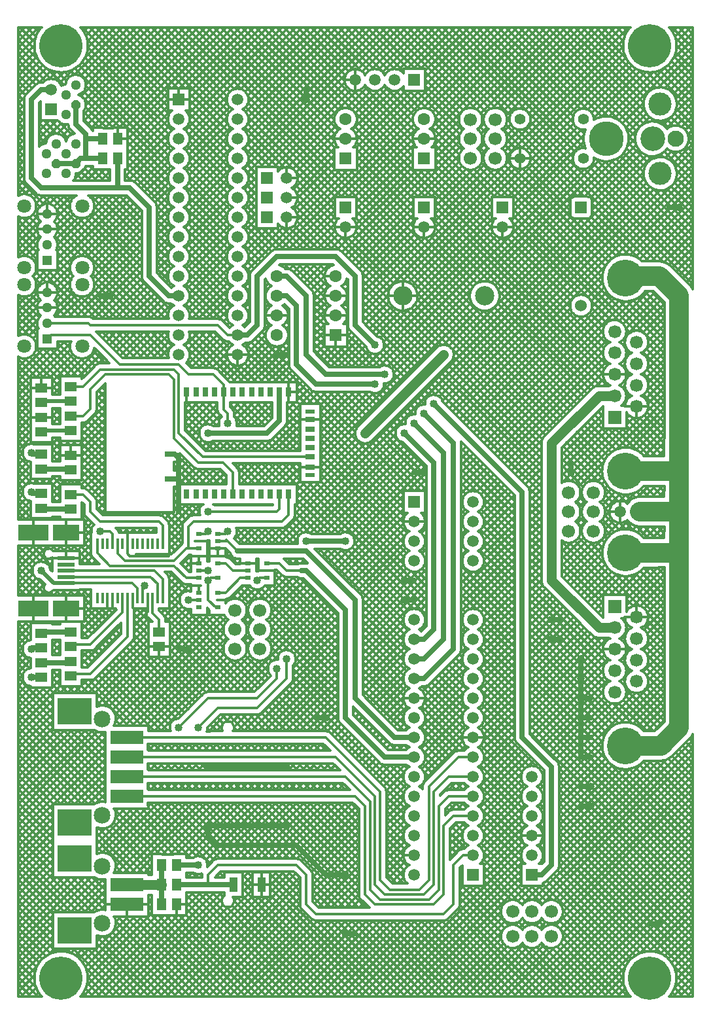
<source format=gbr>
G04 DipTrace 2.1.0.5*
%INBottom.gbr*%
%MOIN*%
%ADD10C,0.0098*%
%ADD11C,0.0055*%
%ADD12C,0.003*%
%ADD13C,0.05*%
%ADD14C,0.025*%
%ADD15C,0.0125*%
%ADD16C,0.02*%
%ADD17C,0.1*%
%ADD18C,0.01*%
%ADD19C,0.0013*%
%ADD20C,0.15*%
%ADD21C,0.0039*%
%ADD22R,0.0591X0.0591*%
%ADD23C,0.0591*%
%ADD24R,0.0512X0.0591*%
%ADD25R,0.0591X0.0512*%
%ADD26R,0.063X0.0709*%
%ADD27C,0.0984*%
%ADD28R,0.0665X0.0665*%
%ADD29C,0.0665*%
%ADD30C,0.1874*%
%ADD31R,0.0394X0.0748*%
%ADD32R,0.0866X0.0551*%
%ADD33R,0.0354X0.0551*%
%ADD34C,0.0591*%
%ADD35C,0.0512*%
%ADD36R,0.0886X0.0197*%
%ADD37R,0.1378X0.0807*%
%ADD38R,0.1535X0.0807*%
%ADD39R,0.1181X0.0433*%
%ADD40R,0.0787X0.1181*%
%ADD41R,0.0394X0.1181*%
%ADD42R,0.165X0.0701*%
%ADD43R,0.1732X0.1358*%
%ADD44C,0.085*%
%ADD45C,0.0079*%
%ADD46R,0.063X0.063*%
%ADD47C,0.063*%
%ADD48C,0.22*%
%ADD49R,0.0374X0.0354*%
%ADD50R,0.0433X0.0394*%
%ADD51C,0.06*%
%ADD52R,0.0512X0.0512*%
%ADD53C,0.0709*%
%ADD54R,0.0748X0.0591*%
%ADD55C,0.063*%
%ADD56C,0.0669*%
%ADD57R,0.0315X0.0512*%
%ADD58R,0.0512X0.0315*%
%ADD59R,0.0512X0.0236*%
%ADD60C,0.0142*%
%ADD61R,0.0315X0.0217*%
%ADD62R,0.0138X0.0571*%
%ADD63R,0.0315X0.0354*%
%ADD64R,0.0669X0.0598*%
%ADD65C,0.0551*%
%ADD66C,0.0827*%
%ADD67C,0.1181*%
%ADD68C,0.126*%
%ADD69C,0.1772*%
%ADD70R,0.0669X0.0394*%
%ADD71C,0.04*%
%ADD72C,0.0191*%
%ADD73C,0.0354*%
%ADD74C,0.0394*%
%ADD75C,0.0429*%
%ADD76C,0.1283*%
%ADD77C,0.0469*%
%ADD78C,0.13*%
%ADD79C,0.038*%
%ADD80C,0.0315*%
%ADD81C,0.0276*%
%ADD82C,0.0906*%
%ADD83C,0.1181*%
%ADD84C,0.0479*%
%ADD85C,0.0321*%
%ADD86R,0.0748X0.0472*%
%ADD87R,0.0591X0.0315*%
%ADD88C,0.185*%
%ADD89C,0.1693*%
%ADD90C,0.1339*%
%ADD91C,0.1102*%
%ADD92C,0.0906*%
%ADD93C,0.0748*%
%ADD94C,0.0472*%
%ADD95R,0.0748X0.0677*%
%ADD96R,0.0591X0.052*%
%ADD97R,0.0394X0.0433*%
%ADD98R,0.0236X0.0276*%
%ADD99R,0.0217X0.065*%
%ADD100R,0.0059X0.0492*%
%ADD101R,0.0394X0.0295*%
%ADD102R,0.0236X0.0138*%
%ADD103R,0.0433X0.0157*%
%ADD104R,0.0591X0.0394*%
%ADD105R,0.0433X0.0236*%
%ADD106R,0.0394X0.0591*%
%ADD107R,0.0236X0.0433*%
%ADD108C,0.0748*%
%ADD109C,0.0551*%
%ADD110R,0.0827X0.0669*%
%ADD111R,0.0669X0.0512*%
%ADD112C,0.0787*%
%ADD113R,0.0433X0.0433*%
%ADD114C,0.0679*%
%ADD115C,0.0521*%
%ADD116R,0.0512X0.0472*%
%ADD117R,0.0354X0.0315*%
%ADD118R,0.0453X0.0433*%
%ADD119R,0.0295X0.0276*%
%ADD120C,0.2279*%
%ADD121C,0.2121*%
%ADD122C,0.0709*%
%ADD123R,0.0709X0.0709*%
%ADD124R,0.0551X0.0551*%
%ADD125C,0.0929*%
%ADD126C,0.0772*%
%ADD127R,0.1811X0.1437*%
%ADD128R,0.1654X0.128*%
%ADD129R,0.1728X0.078*%
%ADD130R,0.1571X0.0622*%
%ADD131R,0.0472X0.126*%
%ADD132R,0.0315X0.1102*%
%ADD133R,0.0866X0.126*%
%ADD134R,0.0709X0.1102*%
%ADD135R,0.126X0.0512*%
%ADD136R,0.1102X0.0354*%
%ADD137R,0.1614X0.0886*%
%ADD138R,0.1457X0.0728*%
%ADD139R,0.1457X0.0886*%
%ADD140R,0.1299X0.0728*%
%ADD141R,0.0965X0.0276*%
%ADD142R,0.0807X0.0118*%
%ADD143C,0.0433*%
%ADD144C,0.0669*%
%ADD145C,0.0512*%
%ADD146R,0.0433X0.063*%
%ADD147R,0.0276X0.0472*%
%ADD148R,0.0945X0.063*%
%ADD149R,0.0787X0.0472*%
%ADD150R,0.0472X0.0827*%
%ADD151R,0.0315X0.0669*%
%ADD152C,0.1953*%
%ADD153C,0.1795*%
%ADD154C,0.0744*%
%ADD155C,0.0587*%
%ADD156R,0.0744X0.0744*%
%ADD157R,0.0587X0.0587*%
%ADD158C,0.1063*%
%ADD159R,0.0709X0.0787*%
%ADD160R,0.0551X0.063*%
%ADD161R,0.0669X0.0591*%
%ADD162R,0.0512X0.0433*%
%ADD163R,0.0591X0.0669*%
%ADD164R,0.0433X0.0512*%
%ADD165R,0.0669X0.0669*%
%ADD166C,0.0093*%
%ADD167C,0.0077*%
%ADD168C,0.0154*%
%ADD169C,0.0124*%
%FSLAX44Y44*%
%SFA1B1*%
%OFA0B0*%
G04*
G70*
G90*
G75*
G01*
%LNBottom*%
%LPD*%
X2000Y46500D2*
D14*
X1500D1*
X1000Y46000D1*
Y42000D1*
X1500Y41500D1*
X5374D1*
X6000D1*
X7000Y40500D1*
Y37000D1*
X8000Y36000D1*
X8500D1*
X9528Y23874D2*
D15*
X9874D1*
X10000Y24000D1*
X10472Y21626D2*
X10126D1*
X10000Y21500D1*
X12972Y21626D2*
X12626D1*
X12500Y21500D1*
X8374Y7000D2*
D14*
X9500D1*
X10472Y20126D2*
D15*
X10374D1*
X10000Y20500D1*
Y21500D1*
X5374Y43000D2*
D14*
Y41500D1*
X1500Y16567D2*
X1000D1*
Y28000D2*
X1067Y27933D1*
X1500D1*
Y18067D2*
X1067D1*
X1000Y18000D1*
X1500Y25933D2*
X1067D1*
X1000Y26000D1*
X5121Y23388D2*
D15*
Y23879D1*
X5000Y24000D1*
X4500D1*
X9528Y20500D2*
X9000D1*
X10000Y29000D2*
D14*
X13000D1*
X13626Y29626D1*
Y31098D1*
X10472Y23874D2*
D15*
X10874D1*
X11000Y24000D1*
X18000Y29000D2*
D13*
X22000Y33000D1*
X17000Y23500D2*
D14*
X15000D1*
X8374Y6000D2*
X10000D1*
X11291D1*
X23500Y7500D2*
D15*
X23000D1*
X22500Y7000D1*
Y5000D1*
X22000Y4500D1*
X15500D1*
X15000Y5000D1*
Y6500D1*
X14500Y7000D1*
X10500D1*
X10000Y6500D1*
Y6000D1*
X30711Y19091D2*
D13*
X29909D1*
X27500Y21500D1*
Y28500D1*
X29909Y30909D1*
X30711D1*
X23500Y11500D2*
D15*
X22250D1*
X21500Y10750D1*
Y6000D1*
X21000Y5500D1*
X19000D1*
X18500Y6000D1*
Y10500D1*
X16500Y12500D1*
X5850D1*
X23500D2*
X22750D1*
X21250Y11000D1*
Y6250D1*
X20750Y5750D1*
X19250D1*
X18750Y6250D1*
Y10750D1*
X16000Y13500D1*
X5850D1*
X7680Y23388D2*
Y24320D1*
X7500Y24500D1*
X4500D1*
X4000Y25000D1*
Y25500D1*
X3626Y25874D1*
X3000D1*
X9528Y23126D2*
X9000D1*
X8876D1*
X8250Y22500D1*
X5750D1*
X5377Y22873D1*
Y23388D1*
X14098Y25902D2*
Y24848D1*
X13750Y24500D1*
X9250D1*
X9000Y24250D1*
Y23126D1*
X5889Y20612D2*
Y18639D1*
X4000Y16750D1*
X3124D1*
X3000Y16626D1*
X9528Y21626D2*
X8874D1*
X8250Y22250D1*
X5000D1*
X4354Y22896D1*
Y23388D1*
X5633Y20612D2*
Y19883D1*
X4000Y18250D1*
X3124D1*
X3000Y18126D1*
X29000Y17500D2*
D14*
Y15500D1*
X29500D1*
X29000Y16500D2*
Y14500D1*
X29500D1*
X29000Y15500D2*
Y13500D1*
X29500D1*
X29000Y14500D2*
Y12500D1*
X29500D1*
X16000Y14500D2*
X15500D1*
X5000Y36000D2*
X4500D1*
X34000Y40500D2*
X33500D1*
X28500Y27000D2*
Y27500D1*
X20000Y21500D2*
X20500D1*
X20000Y20500D2*
X20500D1*
X21000Y27000D2*
X20500D1*
X6145Y20612D2*
D15*
Y20105D1*
X6250Y20000D1*
X6913Y20612D2*
Y19913D1*
X6750Y19750D1*
X14000Y9000D2*
D14*
X10000D1*
Y8500D1*
X10500Y8000D1*
X14500D1*
X16000Y6500D1*
X17000D1*
X14000Y12000D2*
X10000D1*
X17000Y3500D2*
X17500D1*
X15000Y46000D2*
Y46500D1*
X9000Y18000D2*
X8500D1*
X29500Y10000D2*
X29000D1*
X29500Y11000D2*
X29000D1*
X27500Y18500D2*
X28000D1*
X27500Y19500D2*
X28000D1*
X8035Y26689D2*
X8500D1*
Y27750D1*
X8301Y27949D1*
X8035D1*
X8500Y25000D2*
Y26689D1*
X13500Y33000D2*
X14000D1*
X5889Y23388D2*
D15*
Y22861D1*
X6000Y22750D1*
X8000D1*
X33000Y4000D2*
D14*
X32500D1*
X20500Y18500D2*
X21000D1*
X21500Y19000D1*
Y27500D1*
X20000Y29000D1*
X3000Y25126D2*
X1559D1*
X1500Y25185D1*
X4626Y44000D2*
X3750D1*
Y44250D1*
X3250Y44750D1*
Y45750D1*
Y42750D2*
X2250D1*
X3250D2*
X3500Y43000D1*
X3750D1*
X4626D1*
X3750Y44000D2*
Y43000D1*
X1500Y27185D2*
X2941D1*
X3000Y27126D1*
Y30626D2*
D16*
X1559D1*
X1500Y30567D1*
X3000Y29126D2*
X1559D1*
X1500Y29067D1*
X6401Y20612D2*
D15*
Y21099D1*
X6130Y21370D1*
X2750D1*
D16*
X2130D1*
X1500Y22000D1*
X7425Y20612D2*
D15*
Y21325D1*
X7065Y21685D1*
X2750D1*
X7680Y20612D2*
Y21570D1*
X7250Y22000D1*
X2750D1*
X7169Y20612D2*
Y19831D1*
X7500Y19500D1*
Y18874D1*
X10472Y20874D2*
X10874D1*
X11626Y21626D1*
X12028D1*
X10472Y22374D2*
X10876D1*
X11250Y22000D1*
X12028D1*
X5850Y6000D2*
D13*
X7626D1*
Y7000D2*
D14*
Y5000D1*
X1500Y17315D2*
X2941D1*
X3000Y17374D1*
Y18874D2*
X1559D1*
X1500Y18815D1*
X23500Y10500D2*
D15*
X22250D1*
X21750Y10000D1*
Y5750D1*
X21250Y5250D1*
X18750D1*
X18250Y5750D1*
Y10250D1*
X17000Y11500D1*
X5850D1*
X23500Y9500D2*
X22500D1*
X22000Y9000D1*
Y5500D1*
X21500Y5000D1*
X18500D1*
X18000Y5500D1*
Y10000D1*
X17500Y10500D1*
X5850D1*
X3000Y29874D2*
X3624D1*
X4000Y30250D1*
Y31250D1*
X4750Y32000D1*
X8000D1*
X8250Y31750D1*
Y28750D1*
X9500Y27500D1*
X10750D1*
X11250Y27000D1*
Y25915D1*
X11264Y25902D1*
X13626D2*
Y25126D1*
X13500Y25000D1*
X10000D1*
Y22000D2*
X9528D1*
X15201Y27791D2*
X9709D1*
X8500Y29000D1*
Y32000D1*
X8250Y32250D1*
X4500D1*
X3624Y31374D1*
X3000D1*
X1800Y34606D2*
X3894D1*
X4000Y34500D1*
X10500D1*
X11000Y34000D1*
X11500D1*
X26500Y6500D2*
D14*
X27000D1*
X27500Y7000D1*
Y12000D1*
X26000Y13500D1*
Y26000D1*
X21500Y30500D1*
X18500Y33500D2*
X17500Y34500D1*
Y37000D1*
X16500Y38000D1*
X13500D1*
X12500Y37000D1*
Y34500D1*
X12000Y34000D1*
X11500D1*
X1800Y33819D2*
D15*
Y33700D1*
X10791Y31098D2*
Y30209D1*
X11000Y30000D1*
Y29500D1*
X6750Y21250D2*
X6657Y21157D1*
Y20612D1*
X1800Y33819D2*
X1819D1*
X2000Y34000D1*
X4000D1*
X5500Y32500D1*
X8500D1*
X9000Y32000D1*
X10250D1*
X10791Y31459D1*
Y31098D1*
X20500Y17500D2*
D14*
X21000D1*
X22000Y18500D1*
Y28000D1*
X20500Y29500D1*
X18500Y31500D2*
X15500D1*
X14500Y32500D1*
Y35500D1*
X14000Y36000D1*
X13500D1*
X8500Y14000D2*
D15*
X10000Y15500D1*
X12500D1*
X13500Y16500D1*
Y17000D1*
X9500Y14000D2*
X10500Y15000D1*
X12500D1*
X14000Y16500D1*
Y17500D1*
X20500Y16500D2*
D14*
X21000D1*
X22500Y18000D1*
Y28500D1*
X21000Y30000D1*
X19000Y32000D2*
X16000D1*
X15000Y33000D1*
Y36000D1*
X14000Y37000D1*
X13500D1*
X31270Y13081D2*
D17*
X33081D1*
X34000Y14000D1*
Y22919D1*
Y25000D1*
Y27081D1*
Y36000D1*
X33000Y37000D1*
X31350D1*
X31270Y36919D1*
Y22919D2*
X34000D1*
X31270Y27081D2*
X34000D1*
X32000Y25000D2*
X34000D1*
X20500Y12500D2*
D14*
X19000D1*
X17000Y14500D1*
Y20000D1*
X15000Y22000D1*
X14750D1*
D15*
X14000D1*
X13626Y22374D1*
X12972D1*
X20500Y13500D2*
D14*
X19500D1*
X17500Y15500D1*
Y20500D1*
X15000Y23000D1*
X11500D1*
D15*
X10932Y23568D1*
Y23500D1*
X10472D1*
D71*
X10000Y24000D3*
Y21500D3*
X12500D3*
X9500Y7000D3*
X1000Y16567D3*
Y28000D3*
Y18000D3*
Y26000D3*
X4500Y24000D3*
X9000Y20500D3*
X10000Y29000D3*
X4500Y24000D3*
X11000D3*
X9000Y20500D3*
X18000Y29000D3*
X22000Y33000D3*
X17000Y23500D3*
X15000D3*
X29000Y17500D3*
Y16500D3*
Y15500D3*
Y14500D3*
X16000D3*
X5000Y36000D3*
X34000Y40500D3*
X28500Y27000D3*
X20000Y21500D3*
Y20500D3*
X21000Y27000D3*
X14000Y9000D3*
X17000Y6500D3*
X14000Y12000D3*
X10000D3*
Y9000D3*
X17000Y3500D3*
Y6500D3*
X15000Y46000D3*
X9000Y18000D3*
X29500Y10000D3*
Y11000D3*
X27500Y18500D3*
Y19500D3*
X13500Y33000D3*
X33000Y4000D3*
X20000Y29000D3*
X1500Y22000D3*
X10000Y25000D3*
Y22000D3*
X21500Y30500D3*
X18500Y33500D3*
X11000Y29500D3*
X6750Y21250D3*
X11000Y29500D3*
X20500D3*
X18500Y31500D3*
X8500Y14000D3*
X13500Y17000D3*
X9500Y14000D3*
X14000Y17500D3*
X21000Y30000D3*
X19000Y32000D3*
X657Y49679D2*
D15*
X321Y49343D1*
X1011Y49679D2*
X321Y48989D1*
X1364Y49679D2*
X321Y48635D1*
X1192Y49153D2*
X321Y48282D1*
X1129Y48736D2*
X321Y47929D1*
X1168Y48421D2*
X321Y47574D1*
X1259Y48159D2*
X321Y47221D1*
X1391Y47938D2*
X321Y46868D1*
X1557Y47750D2*
X321Y46514D1*
X3839Y49679D2*
X3656Y49495D1*
X1756Y47595D2*
X321Y46160D1*
X4193Y49679D2*
X3775Y49261D1*
X1989Y47475D2*
X1392Y46878D1*
X622Y46108D2*
X321Y45807D1*
X4546Y49679D2*
X3852Y48984D1*
X2265Y47398D2*
X1928Y47061D1*
X604Y45736D2*
X321Y45454D1*
X4900Y49679D2*
X3866Y48645D1*
X2605Y47384D2*
X2239Y47018D1*
X604Y45383D2*
X321Y45100D1*
X5253Y49679D2*
X3731Y48156D1*
X3094Y47519D2*
X2439Y46864D1*
X1434Y45859D2*
X1396Y45821D1*
X604Y45029D2*
X321Y44746D1*
X5607Y49679D2*
X3203Y47275D1*
X1434Y45506D2*
X1396Y45468D1*
X604Y44676D2*
X321Y44393D1*
X5961Y49679D2*
X3500Y47218D1*
X1434Y45152D2*
X1396Y45114D1*
X604Y44322D2*
X321Y44039D1*
X6314Y49679D2*
X3686Y47051D1*
X1569Y44934D2*
X1397Y44761D1*
X604Y43969D2*
X321Y43686D1*
X6668Y49679D2*
X3776Y46787D1*
X1923Y44934D2*
X1397Y44408D1*
X604Y43615D2*
X321Y43332D1*
X7021Y49679D2*
X3533Y46190D1*
X2277Y44934D2*
X1397Y44054D1*
X604Y43262D2*
X321Y42978D1*
X7375Y49679D2*
X3707Y46011D1*
X2486Y44790D2*
X1397Y43700D1*
X604Y42908D2*
X321Y42625D1*
X7728Y49679D2*
X3758Y45709D1*
X2774Y44724D2*
X2323Y44274D1*
X604Y42554D2*
X321Y42271D1*
X8082Y49679D2*
X3646Y45243D1*
X2923Y44520D2*
X2573Y44170D1*
X604Y42201D2*
X321Y41917D1*
X8435Y49679D2*
X3661Y44905D1*
X3095Y44339D2*
X2731Y43974D1*
X625Y41868D2*
X321Y41564D1*
X8789Y49679D2*
X3838Y44728D1*
X773Y41662D2*
X321Y41210D1*
X9142Y49679D2*
X4015Y44551D1*
X949Y41485D2*
X663Y41199D1*
X9496Y49679D2*
X4384Y44566D1*
X1126Y41309D2*
X935Y41118D1*
X9850Y49679D2*
X4737Y44566D1*
X1317Y41146D2*
X1123Y40952D1*
X10203Y49679D2*
X5091Y44566D1*
X1629Y41104D2*
X1232Y40708D1*
X487Y39962D2*
X321Y39796D1*
X10557Y49679D2*
X5444Y44566D1*
X1982Y41104D2*
X1173Y40295D1*
X900Y40022D2*
X321Y39443D1*
X10910Y49679D2*
X5798Y44566D1*
X3836Y42604D2*
X3145Y41913D1*
X2336Y41104D2*
X1927Y40695D1*
X1286Y40055D2*
X321Y39089D1*
X11264Y49679D2*
X8151Y46566D1*
X7933Y46348D2*
X5902Y44316D1*
X4100Y42514D2*
X3482Y41897D1*
X2689Y41104D2*
X2157Y40572D1*
X1408Y39823D2*
X321Y38735D1*
X11617Y49679D2*
X8505Y46566D1*
X7933Y45995D2*
X5902Y43963D1*
X4372Y42433D2*
X3835Y41897D1*
X3043Y41104D2*
X2298Y40360D1*
X1275Y39337D2*
X321Y38382D1*
X11971Y49679D2*
X8858Y46566D1*
X7933Y45641D2*
X5902Y43609D1*
X4725Y42433D2*
X4189Y41897D1*
X2953Y40661D2*
X2290Y39998D1*
X1372Y39080D2*
X321Y38028D1*
X12324Y49679D2*
X9067Y46421D1*
X8080Y45434D2*
X5902Y43256D1*
X4978Y42332D2*
X4543Y41897D1*
X2988Y40342D2*
X2275Y39629D1*
X1274Y38628D2*
X694Y38048D1*
X12678Y49679D2*
X9067Y46068D1*
X7936Y44937D2*
X5902Y42902D1*
X4978Y41979D2*
X4896Y41897D1*
X4104Y41104D2*
X4018Y41018D1*
X3129Y40129D2*
X2320Y39321D1*
X1272Y38273D2*
X956Y37957D1*
X13032Y49679D2*
X9067Y45714D1*
X8030Y44677D2*
X5902Y42549D1*
X4457Y41104D2*
X4157Y40804D1*
X3343Y39990D2*
X2246Y38893D1*
X1272Y37920D2*
X1135Y37783D1*
X13385Y49679D2*
X8992Y45286D1*
X8214Y44507D2*
X5770Y42064D1*
X4811Y41104D2*
X4189Y40483D1*
X3664Y39958D2*
X2327Y38621D1*
X1272Y37566D2*
X1236Y37529D1*
X13739Y49679D2*
X9067Y45007D1*
X7944Y43884D2*
X5957Y41897D1*
X5164Y41104D2*
X2327Y38267D1*
X1351Y37291D2*
X1111Y37051D1*
X14092Y49679D2*
X8857Y44443D1*
X8056Y43643D2*
X6236Y41822D1*
X5518Y41104D2*
X2327Y37914D1*
X1705Y37291D2*
X1207Y36794D1*
X400Y35986D2*
X321Y35907D1*
X14446Y49679D2*
X11288Y46521D1*
X10979Y46211D2*
X9013Y44246D1*
X7979Y43212D2*
X6417Y41650D1*
X5851Y41084D2*
X2327Y37560D1*
X2058Y37291D2*
X1234Y36466D1*
X728Y35961D2*
X321Y35554D1*
X14799Y49679D2*
X11665Y46544D1*
X10955Y45834D2*
X9063Y43942D1*
X7955Y42835D2*
X6593Y41473D1*
X6027Y40907D2*
X1829Y36708D1*
X1274Y36153D2*
X321Y35200D1*
X15153Y49679D2*
X11890Y46416D1*
X11084Y45609D2*
X8890Y43416D1*
X8084Y42610D2*
X6770Y41296D1*
X6204Y40730D2*
X3522Y38048D1*
X2949Y37475D2*
X2095Y36621D1*
X1359Y35885D2*
X321Y34846D1*
X15506Y49679D2*
X12031Y46203D1*
X10948Y45120D2*
X9031Y43203D1*
X7949Y42121D2*
X6947Y41119D1*
X6381Y40553D2*
X3827Y37999D1*
X2997Y37170D2*
X2265Y36437D1*
X1277Y35449D2*
X321Y34493D1*
X15860Y49679D2*
X12049Y45867D1*
X10972Y44790D2*
X9048Y42866D1*
X7971Y41789D2*
X7124Y40942D1*
X6558Y40376D2*
X4034Y37853D1*
X3000Y36819D2*
X2325Y36143D1*
X1330Y35149D2*
X321Y34139D1*
X16214Y49679D2*
X11920Y45385D1*
X11115Y44580D2*
X8921Y42386D1*
X8114Y41579D2*
X7299Y40764D1*
X6603Y40068D2*
X4166Y37631D1*
X2962Y36427D2*
X2233Y35699D1*
X1301Y34767D2*
X584Y34050D1*
X16567Y49679D2*
X12046Y45157D1*
X10936Y44047D2*
X9046Y42158D1*
X7936Y41048D2*
X7396Y40507D1*
X6603Y39715D2*
X4181Y37292D1*
X3076Y36188D2*
X2326Y35438D1*
X1306Y34417D2*
X884Y33996D1*
X16921Y49679D2*
X12013Y44771D1*
X10990Y43748D2*
X9013Y41771D1*
X7990Y40748D2*
X7396Y40154D1*
X6603Y39361D2*
X4121Y36879D1*
X3267Y36025D2*
X2199Y34957D1*
X1272Y34030D2*
X1087Y33845D1*
X17274Y49679D2*
X11948Y44352D1*
X11147Y43552D2*
X8948Y41353D1*
X8147Y40552D2*
X7396Y39800D1*
X6603Y39008D2*
X4197Y36602D1*
X3546Y35950D2*
X2536Y34940D1*
X1272Y33677D2*
X1215Y33619D1*
X425Y32829D2*
X321Y32725D1*
X17628Y49679D2*
X12057Y44108D1*
X10933Y42984D2*
X9057Y41108D1*
X7933Y39984D2*
X7396Y39447D1*
X6603Y38654D2*
X2889Y34940D1*
X1272Y33323D2*
X1222Y33273D1*
X770Y32821D2*
X321Y32372D1*
X17981Y49679D2*
X11792Y43489D1*
X11010Y42708D2*
X8792Y40489D1*
X8011Y39708D2*
X7396Y39093D1*
X6603Y38301D2*
X3243Y34940D1*
X1594Y33292D2*
X321Y32018D1*
X18335Y49679D2*
X11974Y43318D1*
X11183Y42527D2*
X8973Y40317D1*
X8183Y39527D2*
X7396Y38740D1*
X6603Y37947D2*
X3597Y34940D1*
X1948Y33292D2*
X321Y31664D1*
X18688Y49679D2*
X12065Y43055D1*
X10937Y41927D2*
X9064Y40054D1*
X7938Y38928D2*
X7396Y38386D1*
X6603Y37594D2*
X3947Y34938D1*
X2676Y33666D2*
X321Y31311D1*
X19042Y49679D2*
X11829Y42466D1*
X11034Y41671D2*
X8829Y39466D1*
X8034Y38671D2*
X7396Y38033D1*
X6603Y37240D2*
X4197Y34834D1*
X2979Y33616D2*
X1206Y31843D1*
X934Y31571D2*
X321Y30957D1*
X19396Y49679D2*
X17164Y47447D1*
X17053Y47336D2*
X11996Y42279D1*
X11220Y41503D2*
X11163Y41447D1*
X11053Y41336D2*
X8997Y39280D1*
X8221Y38504D2*
X8164Y38447D1*
X8054Y38337D2*
X7396Y37679D1*
X6614Y36898D2*
X4551Y34834D1*
X2968Y33252D2*
X1559Y31843D1*
X934Y31217D2*
X321Y30604D1*
X19749Y49679D2*
X17625Y47555D1*
X16946Y46876D2*
X12637Y42567D1*
X12433Y42362D2*
X12067Y41996D1*
X10945Y40875D2*
X9067Y38997D1*
X7946Y37875D2*
X7396Y37325D1*
X6753Y36682D2*
X4904Y34834D1*
X3090Y33020D2*
X1913Y31843D1*
X934Y30864D2*
X321Y30250D1*
X20103Y49679D2*
X17863Y47439D1*
X17061Y46637D2*
X12991Y42567D1*
X12433Y42009D2*
X11864Y41440D1*
X11060Y40636D2*
X8864Y38440D1*
X8060Y37636D2*
X7495Y37071D1*
X6929Y36505D2*
X5258Y34834D1*
X4590Y34166D2*
X4450Y34026D1*
X3289Y32865D2*
X2066Y31642D1*
X934Y30510D2*
X321Y29897D1*
X20456Y49679D2*
X18306Y47529D1*
X17261Y46484D2*
X13344Y42567D1*
X12433Y41655D2*
X12017Y41239D1*
X10972Y40194D2*
X9017Y38240D1*
X7972Y37194D2*
X7672Y36895D1*
X7106Y36329D2*
X5612Y34834D1*
X4943Y34166D2*
X4627Y33849D1*
X3577Y32800D2*
X2678Y31901D1*
X2434Y31656D2*
X2066Y31289D1*
X934Y30157D2*
X321Y29543D1*
X20810Y49679D2*
X18672Y47541D1*
X17570Y46439D2*
X13566Y42435D1*
X12433Y41302D2*
X12061Y40930D1*
X10958Y39827D2*
X9061Y37930D1*
X7958Y36827D2*
X7849Y36718D1*
X7283Y36152D2*
X5965Y34834D1*
X5297Y34166D2*
X4804Y33672D1*
X4327Y33196D2*
X3032Y31901D1*
X2434Y31303D2*
X2128Y30997D1*
X934Y29803D2*
X321Y29190D1*
X21163Y49679D2*
X18896Y47411D1*
X18090Y46605D2*
X17067Y45583D1*
X16417Y44933D2*
X14050Y42565D1*
X12433Y40948D2*
X11895Y40411D1*
X11089Y39604D2*
X8896Y37411D1*
X8089Y36605D2*
X8026Y36541D1*
X7460Y35975D2*
X6319Y34834D1*
X5650Y34166D2*
X4980Y33496D1*
X4504Y33020D2*
X3385Y31901D1*
X934Y29449D2*
X321Y28836D1*
X21517Y49679D2*
X19392Y47554D1*
X18304Y46466D2*
X17328Y45490D1*
X16510Y44672D2*
X14314Y42475D1*
X12433Y40595D2*
X12033Y40195D1*
X10945Y39107D2*
X9034Y37196D1*
X7636Y35798D2*
X6672Y34834D1*
X6004Y34166D2*
X5157Y33319D1*
X4681Y32843D2*
X4404Y32566D1*
X934Y29096D2*
X321Y28482D1*
X21870Y49679D2*
X19718Y47526D1*
X18648Y46456D2*
X17501Y45309D1*
X16691Y44499D2*
X16662Y44471D1*
X16529Y44337D2*
X14488Y42296D1*
X12433Y40241D2*
X12045Y39853D1*
X10974Y38783D2*
X9043Y36852D1*
X7830Y35638D2*
X7026Y34834D1*
X6358Y34166D2*
X5334Y33142D1*
X4858Y32666D2*
X4776Y32584D1*
X2434Y30242D2*
X2066Y29875D1*
X934Y28742D2*
X321Y28129D1*
X22224Y49679D2*
X20111Y47566D1*
X19120Y46575D2*
X17585Y45040D1*
X16424Y43879D2*
X14566Y42021D1*
X12433Y39888D2*
X11926Y39380D1*
X11119Y38574D2*
X8925Y36379D1*
X8120Y35575D2*
X7379Y34834D1*
X6711Y34166D2*
X5511Y32965D1*
X2434Y29889D2*
X2066Y29521D1*
X1086Y28541D2*
X1017Y28471D1*
X529Y27984D2*
X321Y27775D1*
X22578Y49679D2*
X20465Y47566D1*
X19351Y46452D2*
X17363Y44464D1*
X16536Y43637D2*
X16485Y43586D1*
X16413Y43514D2*
X14350Y41451D1*
X12433Y39534D2*
X12049Y39150D1*
X10936Y38037D2*
X9049Y36150D1*
X7935Y35036D2*
X7733Y34834D1*
X7065Y34166D2*
X5733Y32834D1*
X2434Y29535D2*
X2396Y29498D1*
X1440Y28541D2*
X1359Y28460D1*
X618Y27719D2*
X321Y27422D1*
X22931Y49679D2*
X20818Y47566D1*
X19750Y46497D2*
X17523Y44271D1*
X16415Y43162D2*
X14508Y41256D1*
X12686Y39433D2*
X12003Y38751D1*
X10992Y37740D2*
X9003Y35751D1*
X7418Y34166D2*
X6087Y32834D1*
X4729Y31477D2*
X4334Y31082D1*
X1793Y28541D2*
X1713Y28460D1*
X815Y27563D2*
X321Y27068D1*
X23285Y49679D2*
X21067Y47461D1*
X20040Y46434D2*
X17585Y43979D1*
X16415Y42809D2*
X14564Y40958D1*
X13039Y39433D2*
X11952Y38346D1*
X11154Y37548D2*
X8952Y35346D1*
X7772Y34166D2*
X6440Y32834D1*
X4729Y31123D2*
X4334Y30728D1*
X2361Y28755D2*
X2066Y28460D1*
X934Y27328D2*
X321Y26715D1*
X23638Y49679D2*
X21067Y47108D1*
X20393Y46434D2*
X17545Y43586D1*
X16415Y42455D2*
X14383Y40423D1*
X13393Y39433D2*
X12060Y38100D1*
X10934Y36975D2*
X9059Y35099D1*
X7933Y33974D2*
X6794Y32834D1*
X4729Y30770D2*
X4334Y30375D1*
X2558Y28599D2*
X2066Y28107D1*
X934Y26975D2*
X321Y26361D1*
X23992Y49679D2*
X21067Y46754D1*
X20747Y46434D2*
X17587Y43274D1*
X16727Y42414D2*
X14528Y40215D1*
X13786Y39473D2*
X11799Y37486D1*
X11015Y36701D2*
X9147Y34834D1*
X8015Y33702D2*
X7147Y32834D1*
X4729Y30416D2*
X3566Y29253D1*
X2912Y28599D2*
X2714Y28401D1*
X2434Y28121D2*
X2066Y27753D1*
X970Y26657D2*
X321Y26008D1*
X24345Y49679D2*
X17587Y42920D1*
X17080Y42414D2*
X14553Y39886D1*
X14114Y39447D2*
X11978Y37312D1*
X11189Y36522D2*
X9501Y34834D1*
X8189Y33522D2*
X7501Y32834D1*
X4729Y30063D2*
X3566Y28900D1*
X3265Y28599D2*
X3068Y28401D1*
X2434Y27767D2*
X2247Y27581D1*
X1324Y26657D2*
X1126Y26459D1*
X543Y25877D2*
X321Y25654D1*
X24699Y49679D2*
X17587Y42567D1*
X17434Y42414D2*
X13401Y38381D1*
X12119Y37099D2*
X12065Y37045D1*
X10939Y35918D2*
X9854Y34834D1*
X9186Y34166D2*
X9066Y34045D1*
X7939Y32919D2*
X7854Y32834D1*
X4729Y29709D2*
X3421Y28401D1*
X1677Y26657D2*
X1479Y26459D1*
X674Y25654D2*
X321Y25300D1*
X25052Y49679D2*
X20958Y45584D1*
X20415Y45042D2*
X13769Y38396D1*
X12104Y36730D2*
X11835Y36461D1*
X11039Y35666D2*
X10208Y34834D1*
X9540Y34166D2*
X8835Y33461D1*
X4729Y29356D2*
X3566Y28192D1*
X2162Y26788D2*
X1833Y26459D1*
X909Y25536D2*
X321Y24947D1*
X25406Y49679D2*
X21258Y45530D1*
X20471Y44743D2*
X16786Y41058D1*
X16434Y40707D2*
X14123Y38396D1*
X12104Y36377D2*
X12000Y36273D1*
X11026Y35298D2*
X10557Y34830D1*
X9893Y34166D2*
X9001Y33273D1*
X4729Y29002D2*
X3566Y27839D1*
X2434Y26707D2*
X2066Y26339D1*
X934Y25207D2*
X341Y24614D1*
X25760Y49679D2*
X21455Y45374D1*
X20625Y44545D2*
X17139Y41058D1*
X16434Y40353D2*
X14477Y38396D1*
X13684Y37603D2*
X13649Y37569D1*
X12931Y36851D2*
X12895Y36814D1*
X12104Y36023D2*
X12067Y35986D1*
X10948Y34867D2*
X10779Y34699D1*
X10247Y34166D2*
X9066Y32985D1*
X4729Y28648D2*
X3566Y27485D1*
X2680Y26599D2*
X2066Y25985D1*
X934Y24853D2*
X695Y24614D1*
X26113Y49679D2*
X21571Y45137D1*
X20414Y43980D2*
X17493Y41058D1*
X16434Y39999D2*
X14830Y38396D1*
X14038Y37603D2*
X13883Y37448D1*
X13052Y36617D2*
X12897Y36462D1*
X12104Y35670D2*
X11869Y35435D1*
X11066Y34631D2*
X10956Y34522D1*
X10479Y34044D2*
X8955Y32521D1*
X4729Y28295D2*
X3566Y27132D1*
X3033Y26599D2*
X2836Y26401D1*
X2434Y26000D2*
X2066Y25632D1*
X1092Y24657D2*
X1047Y24613D1*
X26467Y49679D2*
X21510Y44722D1*
X20491Y43703D2*
X17566Y40778D1*
X16461Y39674D2*
X15184Y38396D1*
X14391Y37603D2*
X14155Y37367D1*
X12936Y36148D2*
X12896Y36109D1*
X12104Y35316D2*
X12020Y35232D1*
X10655Y33868D2*
X9132Y32344D1*
X4729Y27941D2*
X3566Y26778D1*
X3387Y26599D2*
X3189Y26401D1*
X2434Y25646D2*
X2311Y25523D1*
X1445Y24657D2*
X1401Y24613D1*
X26820Y49679D2*
X21481Y44340D1*
X20414Y43273D2*
X17566Y40425D1*
X16463Y39321D2*
X15537Y38396D1*
X14745Y37603D2*
X14354Y37212D1*
X12945Y35804D2*
X12897Y35755D1*
X12104Y34963D2*
X12058Y34917D1*
X10843Y33702D2*
X9476Y32334D1*
X4729Y27588D2*
X3543Y26401D1*
X1799Y24657D2*
X1754Y24613D1*
X405Y23264D2*
X321Y23179D1*
X27174Y49679D2*
X21581Y44086D1*
X20414Y42919D2*
X17566Y40071D1*
X16598Y39103D2*
X15891Y38396D1*
X15098Y37603D2*
X14530Y37035D1*
X13081Y35586D2*
X12897Y35402D1*
X11095Y33600D2*
X9829Y32334D1*
X4729Y27234D2*
X3697Y26202D1*
X2225Y24730D2*
X2109Y24614D1*
X759Y23264D2*
X321Y22826D1*
X27527Y49679D2*
X23436Y45587D1*
X22767Y44919D2*
X21434Y43586D1*
X20414Y42565D2*
X17538Y39690D1*
X16818Y38969D2*
X16244Y38396D1*
X15452Y37603D2*
X14707Y36859D1*
X10943Y33094D2*
X10183Y32334D1*
X4729Y26881D2*
X3913Y26064D1*
X1112Y23264D2*
X321Y22472D1*
X27881Y49679D2*
X23699Y45497D1*
X22857Y44655D2*
X21586Y43384D1*
X20616Y42414D2*
X17536Y39333D1*
X17174Y38972D2*
X16590Y38387D1*
X15805Y37603D2*
X14884Y36682D1*
X12962Y34760D2*
X12897Y34694D1*
X10977Y32775D2*
X10463Y32261D1*
X4729Y26527D2*
X4090Y25887D1*
X3612Y25410D2*
X3567Y25365D1*
X1466Y23264D2*
X321Y22118D1*
X28234Y49679D2*
X23878Y45322D1*
X22842Y44286D2*
X21586Y43031D1*
X20969Y42414D2*
X16811Y38255D1*
X16159Y37603D2*
X15061Y36505D1*
X13995Y35439D2*
X13944Y35389D1*
X13112Y34557D2*
X11930Y33374D1*
X11125Y32569D2*
X10641Y32086D1*
X9127Y30571D2*
X8834Y30278D1*
X4729Y26174D2*
X4265Y25709D1*
X3666Y25110D2*
X3566Y25010D1*
X1819Y23264D2*
X321Y21765D1*
X28588Y49679D2*
X24477Y45568D1*
X24046Y45137D2*
X23971Y45062D1*
X22777Y43868D2*
X21586Y42677D1*
X21323Y42414D2*
X16987Y38078D1*
X15915Y37005D2*
X15238Y36328D1*
X14104Y35195D2*
X14067Y35157D1*
X12914Y34004D2*
X12050Y33141D1*
X11358Y32449D2*
X10818Y31909D1*
X9480Y30571D2*
X8834Y29924D1*
X4729Y25820D2*
X4334Y25425D1*
X3721Y24812D2*
X3566Y24657D1*
X2173Y23264D2*
X2010Y23100D1*
X1640Y22731D2*
X1354Y22444D1*
X1056Y22146D2*
X321Y21411D1*
X28941Y49679D2*
X24824Y45561D1*
X24053Y44790D2*
X23744Y44481D1*
X22889Y43626D2*
X17164Y37901D1*
X15982Y36719D2*
X15381Y36118D1*
X14104Y34841D2*
X14036Y34773D1*
X12983Y33720D2*
X11991Y32728D1*
X11773Y32510D2*
X10995Y31732D1*
X9834Y30571D2*
X8834Y29571D1*
X4729Y25466D2*
X4370Y25107D1*
X3892Y24630D2*
X3710Y24447D1*
X2526Y23264D2*
X2262Y23000D1*
X1861Y22598D2*
X1695Y22432D1*
X1068Y21805D2*
X321Y21058D1*
X29295Y49679D2*
X25046Y45430D1*
X24184Y44568D2*
X23907Y44290D1*
X22787Y43170D2*
X20675Y41058D1*
X20433Y40817D2*
X17341Y37725D1*
X16145Y36529D2*
X15396Y35780D1*
X14104Y34488D2*
X13971Y34355D1*
X13146Y33529D2*
X11242Y31626D1*
X10187Y30571D2*
X8834Y29217D1*
X4729Y25113D2*
X4547Y24930D1*
X4069Y24453D2*
X3710Y24093D1*
X2880Y23264D2*
X2616Y23000D1*
X2036Y22420D2*
X1888Y22272D1*
X1228Y21612D2*
X352Y20736D1*
X29649Y49679D2*
X25191Y45221D1*
X24028Y44058D2*
X23977Y44007D1*
X22794Y42824D2*
X21028Y41058D1*
X20433Y40463D2*
X17518Y37548D1*
X15916Y35946D2*
X15396Y35426D1*
X14104Y34134D2*
X14077Y34107D1*
X13393Y33423D2*
X11596Y31626D1*
X10458Y30488D2*
X8973Y29003D1*
X4949Y24979D2*
X4804Y24834D1*
X4035Y24065D2*
X3710Y23740D1*
X3234Y23264D2*
X2970Y23000D1*
X2036Y22066D2*
X2000Y22030D1*
X1470Y21500D2*
X706Y20736D1*
X30002Y49679D2*
X25873Y45550D1*
X25339Y45015D2*
X25230Y44906D1*
X24074Y43750D2*
X23785Y43462D1*
X22923Y42600D2*
X21382Y41058D1*
X20433Y40110D2*
X17694Y37371D1*
X17104Y36780D2*
X16819Y36495D1*
X16004Y35681D2*
X15396Y35073D1*
X14104Y33780D2*
X11949Y31626D1*
X10463Y30140D2*
X9150Y28826D1*
X5302Y24979D2*
X5157Y24834D1*
X4014Y23690D2*
X3710Y23386D1*
X3587Y23264D2*
X3323Y23000D1*
X1647Y21323D2*
X1060Y20736D1*
X30356Y49679D2*
X26159Y45482D1*
X25408Y44731D2*
X25083Y44406D1*
X24223Y43546D2*
X23930Y43253D1*
X23132Y42455D2*
X21567Y40890D1*
X20603Y39926D2*
X17856Y37179D1*
X17104Y36427D2*
X16996Y36319D1*
X16181Y35504D2*
X15396Y34719D1*
X14104Y33427D2*
X12303Y31626D1*
X11248Y30571D2*
X11125Y30448D1*
X10600Y29923D2*
X10132Y29455D1*
X9545Y28868D2*
X9327Y28650D1*
X8600Y27923D2*
X8562Y27885D1*
X5656Y24979D2*
X5511Y24834D1*
X4014Y23337D2*
X3464Y22787D1*
X1654Y20977D2*
X1413Y20736D1*
X30709Y49679D2*
X26343Y45312D1*
X25578Y44547D2*
X25210Y44180D1*
X24024Y42994D2*
X23969Y42938D1*
X23447Y42416D2*
X21567Y40536D1*
X20440Y39410D2*
X17896Y36866D1*
X15923Y34892D2*
X15396Y34366D1*
X14104Y33073D2*
X12656Y31626D1*
X11601Y30571D2*
X11253Y30223D1*
X10528Y29498D2*
X10427Y29397D1*
X9680Y28650D2*
X9503Y28473D1*
X8777Y27747D2*
X8271Y27241D1*
X6010Y24979D2*
X5864Y24834D1*
X4014Y22983D2*
X3464Y22433D1*
X1898Y20868D2*
X1767Y20736D1*
X416Y19386D2*
X321Y19290D1*
X31063Y49679D2*
X26431Y45047D1*
X25843Y44459D2*
X25206Y43822D1*
X24100Y42716D2*
X21567Y40183D1*
X20547Y39163D2*
X17896Y36512D1*
X17104Y35720D2*
X16855Y35471D1*
X16029Y34645D2*
X15970Y34586D1*
X15914Y34530D2*
X15396Y34012D1*
X14104Y32720D2*
X13010Y31626D1*
X11955Y30571D2*
X11333Y29949D1*
X9919Y28535D2*
X9680Y28296D1*
X8954Y27570D2*
X8502Y27118D1*
X6363Y24979D2*
X6218Y24834D1*
X5551Y24167D2*
X5420Y24035D1*
X4082Y22697D2*
X3718Y22334D1*
X2383Y20999D2*
X2120Y20736D1*
X770Y19386D2*
X321Y18937D1*
X31416Y49679D2*
X25118Y43380D1*
X24266Y42528D2*
X21506Y39769D1*
X20739Y39001D2*
X17896Y36158D1*
X17104Y35366D2*
X17018Y35280D1*
X15913Y34175D2*
X15396Y33659D1*
X14119Y32381D2*
X13363Y31626D1*
X12309Y30571D2*
X11433Y29695D1*
X10342Y28604D2*
X9862Y28125D1*
X9131Y27393D2*
X8563Y26825D1*
X6717Y24979D2*
X6571Y24834D1*
X5905Y24167D2*
X5682Y23944D1*
X4256Y22518D2*
X4072Y22334D1*
X2736Y20999D2*
X2474Y20736D1*
X1123Y19386D2*
X1080Y19342D1*
X934Y19196D2*
X321Y18583D1*
X31171Y49080D2*
X25225Y43134D1*
X24512Y42420D2*
X21564Y39473D1*
X21034Y38943D2*
X17896Y35805D1*
X15913Y33822D2*
X15396Y33305D1*
X14263Y32172D2*
X13717Y31626D1*
X12662Y30571D2*
X11488Y29397D1*
X10696Y28604D2*
X10216Y28125D1*
X9312Y27220D2*
X8563Y26472D1*
X8352Y26261D2*
X8271Y26180D1*
X7070Y24979D2*
X6925Y24834D1*
X6258Y24167D2*
X6036Y23944D1*
X3091Y21000D2*
X2827Y20736D1*
X1477Y19386D2*
X1434Y19342D1*
X934Y18843D2*
X321Y18229D1*
X31130Y48685D2*
X25981Y43536D1*
X25346Y42901D2*
X25130Y42685D1*
X24961Y42516D2*
X17896Y35451D1*
X17104Y34659D2*
X17032Y34587D1*
X15913Y33468D2*
X15505Y33061D1*
X14440Y31995D2*
X14071Y31626D1*
X13016Y30571D2*
X11842Y29397D1*
X11049Y28604D2*
X10570Y28125D1*
X9611Y27167D2*
X8874Y26429D1*
X8473Y26029D2*
X8271Y25827D1*
X7424Y24979D2*
X7278Y24834D1*
X6612Y24167D2*
X6389Y23944D1*
X3481Y21036D2*
X3181Y20736D1*
X1830Y19386D2*
X1787Y19342D1*
X934Y18489D2*
X904Y18459D1*
X541Y18096D2*
X321Y17876D1*
X31178Y48380D2*
X26227Y43428D1*
X25454Y42655D2*
X17896Y35098D1*
X17135Y34337D2*
X17085Y34287D1*
X16213Y33415D2*
X15682Y32884D1*
X14616Y31818D2*
X14424Y31626D1*
X13230Y30431D2*
X12195Y29397D1*
X11403Y28604D2*
X10923Y28125D1*
X9965Y27167D2*
X9227Y26429D1*
X8473Y25675D2*
X8271Y25473D1*
X7777Y24979D2*
X7614Y24816D1*
X6965Y24167D2*
X6743Y23944D1*
X3834Y21036D2*
X3534Y20736D1*
X2184Y19386D2*
X2069Y19271D1*
X579Y17781D2*
X321Y17522D1*
X31276Y48124D2*
X26383Y43231D1*
X25651Y42499D2*
X19915Y36763D1*
X19150Y35998D2*
X17896Y34744D1*
X17293Y34141D2*
X17087Y33935D1*
X16566Y33415D2*
X15859Y32707D1*
X14793Y31641D2*
X14528Y31376D1*
X13230Y30078D2*
X12549Y29397D1*
X11756Y28604D2*
X11277Y28125D1*
X10318Y27167D2*
X9581Y26429D1*
X8526Y25374D2*
X8271Y25120D1*
X8131Y24979D2*
X7814Y24662D1*
X7319Y24167D2*
X7096Y23944D1*
X4014Y20862D2*
X3710Y20558D1*
X749Y17597D2*
X321Y17169D1*
X31413Y47907D2*
X29051Y45546D1*
X28572Y45067D2*
X26426Y42920D1*
X25962Y42456D2*
X24564Y41058D1*
X24433Y40928D2*
X20211Y36705D1*
X19207Y35702D2*
X18036Y34530D1*
X17470Y33964D2*
X17087Y33581D1*
X16920Y33415D2*
X16036Y32530D1*
X14970Y31464D2*
X14528Y31022D1*
X14076Y30571D2*
X14023Y30517D1*
X12110Y28604D2*
X11630Y28125D1*
X10639Y27133D2*
X9934Y26429D1*
X8879Y25374D2*
X7980Y24475D1*
X4014Y20508D2*
X3710Y20204D1*
X934Y17429D2*
X321Y16815D1*
X31584Y47725D2*
X29356Y45497D1*
X28620Y44761D2*
X24917Y41058D1*
X24433Y40574D2*
X20428Y36569D1*
X19345Y35486D2*
X18212Y34353D1*
X17646Y33787D2*
X16255Y32396D1*
X15147Y31288D2*
X14528Y30669D1*
X14430Y30571D2*
X14022Y30163D1*
X12463Y28604D2*
X11984Y28125D1*
X10816Y26957D2*
X10288Y26429D1*
X9233Y25374D2*
X8015Y24156D1*
X4014Y20155D2*
X3710Y19851D1*
X2337Y18478D2*
X2066Y18207D1*
X934Y17075D2*
X879Y17020D1*
X547Y16688D2*
X321Y16462D1*
X33891Y49679D2*
X33675Y49462D1*
X31787Y47575D2*
X29551Y45338D1*
X28779Y44567D2*
X25271Y41058D1*
X24433Y40220D2*
X20584Y36371D1*
X19543Y35330D2*
X18389Y34177D1*
X17823Y33611D2*
X16609Y32396D1*
X15346Y31133D2*
X14022Y29810D1*
X12817Y28604D2*
X12337Y28125D1*
X11671Y27458D2*
X11470Y27257D1*
X10916Y26704D2*
X10641Y26429D1*
X9587Y25374D2*
X8020Y23808D1*
X4268Y20055D2*
X3710Y19497D1*
X3598Y19386D2*
X3566Y19353D1*
X2434Y18221D2*
X2066Y17854D1*
X574Y16361D2*
X321Y16108D1*
X34245Y49679D2*
X33789Y49223D1*
X32026Y47460D2*
X29656Y45090D1*
X29029Y44463D2*
X25567Y41000D1*
X24492Y39926D2*
X20671Y36105D1*
X19809Y35243D2*
X18566Y34000D1*
X18000Y33434D2*
X16963Y32396D1*
X15670Y31104D2*
X15069Y30503D1*
X14674Y30108D2*
X12691Y28125D1*
X12024Y27458D2*
X11583Y27017D1*
X9530Y24964D2*
X9400Y24834D1*
X8667Y24101D2*
X8020Y23454D1*
X4622Y20055D2*
X3566Y19000D1*
X2434Y17868D2*
X2278Y17711D1*
X738Y16172D2*
X321Y15755D1*
X34598Y49679D2*
X33859Y48939D1*
X32311Y47391D2*
X30054Y45134D1*
X29142Y44223D2*
X25567Y40647D1*
X24434Y39515D2*
X20603Y35683D1*
X20230Y35311D2*
X18794Y33874D1*
X18127Y33207D2*
X17316Y32396D1*
X16024Y31104D2*
X15423Y30503D1*
X14674Y29755D2*
X13044Y28125D1*
X12378Y27458D2*
X11583Y26664D1*
X8667Y23747D2*
X8020Y23100D1*
X4975Y20055D2*
X3566Y18646D1*
X960Y16041D2*
X321Y15401D1*
X34679Y49405D2*
X33860Y48587D1*
X32663Y47390D2*
X30423Y45149D1*
X29127Y43854D2*
X25567Y40294D1*
X24502Y39229D2*
X18942Y33669D1*
X18330Y33057D2*
X17670Y32397D1*
X16377Y31104D2*
X15728Y30455D1*
X14673Y29400D2*
X13398Y28125D1*
X12731Y27458D2*
X11702Y26429D1*
X10647Y25374D2*
X10607Y25334D1*
X8667Y23394D2*
X8107Y22834D1*
X5300Y20027D2*
X3856Y18583D1*
X2192Y16919D2*
X2067Y16793D1*
X1314Y16041D2*
X321Y15048D1*
X34679Y49052D2*
X33665Y48039D1*
X33211Y47584D2*
X30704Y45078D1*
X29198Y43571D2*
X29168Y43541D1*
X28570Y42943D2*
X25465Y39838D1*
X24669Y39043D2*
X18916Y33289D1*
X18711Y33085D2*
X18023Y32397D1*
X16731Y31104D2*
X15728Y30101D1*
X14673Y29046D2*
X13752Y28125D1*
X13085Y27458D2*
X12056Y26429D1*
X11001Y25374D2*
X10961Y25334D1*
X2434Y16807D2*
X2067Y16440D1*
X1668Y16041D2*
X321Y14694D1*
X34679Y48698D2*
X30935Y44955D1*
X28662Y42682D2*
X25563Y39582D1*
X24926Y38946D2*
X18377Y32397D1*
X17085Y31104D2*
X15728Y29748D1*
X14673Y28693D2*
X14105Y28125D1*
X13439Y27458D2*
X12409Y26429D1*
X11354Y25374D2*
X11314Y25334D1*
X7896Y21916D2*
X7855Y21875D1*
X3897Y17916D2*
X3566Y17586D1*
X2434Y16454D2*
X321Y14341D1*
X34679Y48345D2*
X32964Y46630D1*
X32173Y45839D2*
X31126Y44792D1*
X28848Y42515D2*
X18731Y32397D1*
X17438Y31104D2*
X15728Y29394D1*
X14673Y28339D2*
X14459Y28125D1*
X13792Y27458D2*
X12763Y26429D1*
X11708Y25374D2*
X11668Y25334D1*
X9099Y22765D2*
X8656Y22322D1*
X8178Y21844D2*
X8001Y21667D1*
X6390Y20056D2*
X6222Y19888D1*
X5555Y19221D2*
X3566Y17232D1*
X2434Y16100D2*
X2115Y15781D1*
X2062Y15728D2*
X321Y13987D1*
X34679Y47991D2*
X33286Y46598D1*
X32206Y45518D2*
X31276Y44589D1*
X29137Y42450D2*
X19139Y32452D1*
X17792Y31104D2*
X15728Y29041D1*
X14146Y27458D2*
X13116Y26429D1*
X12062Y25374D2*
X12021Y25334D1*
X10044Y23356D2*
X9957Y23269D1*
X9099Y22412D2*
X8832Y22145D1*
X8355Y21667D2*
X8013Y21326D1*
X6743Y20056D2*
X6222Y19535D1*
X5555Y18868D2*
X3771Y17083D1*
X2786Y16099D2*
X2468Y15781D1*
X2063Y15375D2*
X321Y13633D1*
X34679Y47638D2*
X33525Y46484D1*
X32320Y45279D2*
X31384Y44343D1*
X29934Y42893D2*
X23679Y36638D1*
X23449Y36408D2*
X19356Y32315D1*
X18145Y31104D2*
X15728Y28687D1*
X14499Y27458D2*
X13470Y26429D1*
X12415Y25374D2*
X12375Y25334D1*
X10044Y23003D2*
X9957Y22916D1*
X9099Y22058D2*
X9009Y21968D1*
X8532Y21491D2*
X8020Y20979D1*
X6836Y19795D2*
X6222Y19181D1*
X3140Y16099D2*
X2822Y15781D1*
X2063Y15022D2*
X321Y13280D1*
X34679Y47284D2*
X33707Y46312D1*
X32490Y45096D2*
X32132Y44738D1*
X31899Y44505D2*
X31432Y44038D1*
X30238Y42843D2*
X24155Y36761D1*
X23326Y35931D2*
X19467Y32072D1*
X18428Y31034D2*
X15728Y28334D1*
X14673Y27279D2*
X13824Y26429D1*
X12769Y25374D2*
X12728Y25334D1*
X11560Y24166D2*
X11467Y24073D1*
X10044Y22649D2*
X9957Y22562D1*
X8721Y21326D2*
X8020Y20626D1*
X6959Y19564D2*
X6222Y18828D1*
X3811Y16417D2*
X3566Y16172D1*
X3494Y16100D2*
X3176Y15781D1*
X2063Y14668D2*
X321Y12926D1*
X34679Y46931D2*
X33837Y46089D1*
X32715Y44967D2*
X32649Y44901D1*
X31736Y43988D2*
X31363Y43615D1*
X30660Y42912D2*
X28819Y41071D1*
X28429Y40681D2*
X24432Y36683D1*
X23403Y35655D2*
X15728Y27980D1*
X14673Y26925D2*
X14177Y26429D1*
X13122Y25374D2*
X13082Y25334D1*
X11914Y24166D2*
X11363Y23614D1*
X9040Y21292D2*
X8020Y20272D1*
X7804Y20056D2*
X7613Y19865D1*
X6934Y19186D2*
X3529Y15781D1*
X2063Y14315D2*
X321Y12573D1*
X34679Y46577D2*
X33893Y45792D1*
X33011Y44909D2*
X32950Y44848D1*
X31790Y43688D2*
X29173Y41071D1*
X28429Y40327D2*
X24636Y36534D1*
X23552Y35450D2*
X15728Y27626D1*
X14673Y26572D2*
X14527Y26425D1*
X12267Y24166D2*
X11539Y23438D1*
X11062Y22960D2*
X10901Y22800D1*
X9099Y20998D2*
X9070Y20968D1*
X8533Y20431D2*
X7784Y19682D1*
X6934Y18832D2*
X3883Y15781D1*
X2063Y13961D2*
X321Y12219D1*
X34679Y46223D2*
X33719Y45264D1*
X33540Y45085D2*
X33179Y44724D1*
X31913Y43458D2*
X29471Y41016D1*
X28485Y40030D2*
X24781Y36326D1*
X23762Y35307D2*
X21976Y33521D1*
X17480Y29024D2*
X15728Y27273D1*
X14952Y26497D2*
X14527Y26071D1*
X12621Y24166D2*
X11851Y23396D1*
X11196Y22740D2*
X11090Y22635D1*
X8642Y20187D2*
X7856Y19401D1*
X6934Y18478D2*
X4236Y15781D1*
X2336Y13881D2*
X321Y11866D1*
X34679Y45870D2*
X33357Y44549D1*
X32090Y43281D2*
X29572Y40763D1*
X28738Y39929D2*
X24849Y36040D1*
X24047Y35238D2*
X22263Y33455D1*
X17546Y28737D2*
X15728Y26919D1*
X15306Y26497D2*
X14527Y25718D1*
X12974Y24166D2*
X12205Y23396D1*
X11419Y22611D2*
X11269Y22460D1*
X8858Y20049D2*
X8066Y19257D1*
X6934Y18125D2*
X4338Y15530D1*
X2690Y13881D2*
X321Y11512D1*
X34679Y45516D2*
X33846Y44684D1*
X32318Y43155D2*
X29572Y40410D1*
X29092Y39929D2*
X22443Y33280D1*
X17720Y28558D2*
X15728Y26566D1*
X15660Y26497D2*
X14433Y25270D1*
X13328Y24166D2*
X12559Y23396D1*
X11599Y22437D2*
X11496Y22334D1*
X9099Y19937D2*
X8066Y18904D1*
X6934Y17771D2*
X4338Y15176D1*
X3043Y13881D2*
X321Y11159D1*
X34679Y45163D2*
X34129Y44614D1*
X32615Y43099D2*
X22522Y33006D1*
X17995Y28479D2*
X14433Y24917D1*
X13682Y24166D2*
X12912Y23396D1*
X9262Y19746D2*
X8066Y18550D1*
X7115Y17599D2*
X4659Y15143D1*
X3397Y13881D2*
X321Y10805D1*
X34679Y44809D2*
X34330Y44460D1*
X33108Y43238D2*
X32956Y43086D1*
X32174Y42305D2*
X13266Y23396D1*
X9616Y19746D2*
X8066Y18196D1*
X7468Y17599D2*
X4934Y15064D1*
X3750Y13881D2*
X321Y10451D1*
X34679Y44456D2*
X34462Y44239D1*
X33579Y43356D2*
X33279Y43056D1*
X32204Y41981D2*
X13619Y23396D1*
X12544Y22321D2*
X12456Y22233D1*
X10044Y19821D2*
X8066Y17843D1*
X7822Y17599D2*
X5131Y14908D1*
X4104Y13881D2*
X321Y10098D1*
X34679Y44102D2*
X34498Y43922D1*
X33898Y43321D2*
X33519Y42942D1*
X32316Y41740D2*
X21547Y30970D1*
X19530Y28954D2*
X13973Y23396D1*
X11823Y21246D2*
X11095Y20518D1*
X10323Y19746D2*
X5260Y14683D1*
X4368Y13791D2*
X321Y9744D1*
X34679Y43749D2*
X33704Y42774D1*
X32486Y41556D2*
X21799Y30869D1*
X19631Y28701D2*
X14884Y23954D1*
X14546Y23616D2*
X14326Y23396D1*
X12131Y21201D2*
X11506Y20576D1*
X10676Y19746D2*
X5291Y14361D1*
X4689Y13759D2*
X321Y9391D1*
X34679Y43395D2*
X33834Y42550D1*
X32710Y41426D2*
X21946Y30662D1*
X19838Y28555D2*
X15209Y23925D1*
X12338Y21054D2*
X11746Y20463D1*
X10890Y19607D2*
X5405Y14121D1*
X4754Y13471D2*
X321Y9037D1*
X34679Y43041D2*
X33893Y42256D1*
X33004Y41367D2*
X22102Y30464D1*
X20036Y28399D2*
X15533Y23896D1*
X14241Y22604D2*
X14057Y22420D1*
X13579Y21942D2*
X13401Y21764D1*
X12737Y21100D2*
X11908Y20271D1*
X10785Y19148D2*
X5758Y14121D1*
X4754Y13117D2*
X321Y8684D1*
X34679Y42688D2*
X33740Y41749D1*
X33511Y41520D2*
X22278Y30288D1*
X20213Y28222D2*
X15887Y23896D1*
X14594Y22604D2*
X14325Y22334D1*
X13756Y21765D2*
X13401Y21410D1*
X13237Y21246D2*
X12578Y20587D1*
X12027Y20036D2*
X11976Y19985D1*
X10794Y18803D2*
X6112Y14121D1*
X4754Y12764D2*
X2111Y10120D1*
X2064Y10073D2*
X321Y8330D1*
X34679Y42334D2*
X22455Y30111D1*
X20389Y28045D2*
X16240Y23896D1*
X14890Y22546D2*
X14741Y22396D1*
X14010Y21666D2*
X12883Y20539D1*
X12075Y19731D2*
X11788Y19444D1*
X10926Y18582D2*
X6465Y14121D1*
X4754Y12410D2*
X2464Y10120D1*
X2063Y9718D2*
X321Y7977D1*
X34679Y41981D2*
X30644Y37946D1*
X30243Y37546D2*
X22632Y29934D1*
X20566Y27868D2*
X16594Y23896D1*
X15802Y23104D2*
X15631Y22934D1*
X14364Y21666D2*
X13086Y20388D1*
X12226Y19528D2*
X11932Y19234D1*
X10768Y18070D2*
X6819Y14121D1*
X4754Y12057D2*
X2818Y10120D1*
X2063Y9365D2*
X321Y7623D1*
X34679Y41627D2*
X31174Y38123D1*
X30067Y37015D2*
X29113Y36062D1*
X28438Y35387D2*
X22809Y29757D1*
X20743Y27692D2*
X17022Y23971D1*
X16155Y23104D2*
X15808Y22757D1*
X14664Y21612D2*
X13212Y20160D1*
X12024Y18973D2*
X11969Y18917D1*
X10816Y17764D2*
X6946Y13894D1*
X4754Y11703D2*
X3171Y10120D1*
X2063Y9011D2*
X321Y7269D1*
X34679Y41274D2*
X31510Y38105D1*
X30085Y36680D2*
X29356Y35951D1*
X28549Y35144D2*
X22986Y29581D1*
X20920Y27515D2*
X17285Y23880D1*
X16509Y23104D2*
X15985Y22580D1*
X14920Y21515D2*
X13203Y19799D1*
X12102Y18697D2*
X11825Y18420D1*
X10965Y17560D2*
X7239Y13834D1*
X4754Y11349D2*
X3525Y10120D1*
X2063Y8658D2*
X321Y6916D1*
X34679Y40920D2*
X31777Y38019D1*
X30170Y36412D2*
X29514Y35755D1*
X28745Y34986D2*
X23162Y29404D1*
X21097Y27338D2*
X17438Y23679D1*
X16821Y23062D2*
X16162Y22403D1*
X15097Y21339D2*
X13121Y19362D1*
X12269Y18510D2*
X11952Y18194D1*
X11193Y17434D2*
X7592Y13834D1*
X4754Y10996D2*
X3878Y10120D1*
X2063Y8304D2*
X321Y6562D1*
X34679Y40567D2*
X31998Y37886D1*
X30301Y36189D2*
X29569Y35457D1*
X29043Y34931D2*
X23339Y29227D1*
X21103Y26991D2*
X20178Y26066D1*
X19934Y25822D2*
X17430Y23317D1*
X17183Y23071D2*
X16338Y22226D1*
X15274Y21162D2*
X13227Y19115D1*
X12031Y17919D2*
X11944Y17832D1*
X11553Y17441D2*
X9939Y15827D1*
X8034Y13922D2*
X7946Y13834D1*
X7279Y13167D2*
X6946Y12834D1*
X4754Y10642D2*
X4268Y10156D1*
X2063Y7951D2*
X321Y6209D1*
X34679Y40213D2*
X32237Y37772D1*
X30473Y36007D2*
X23516Y29050D1*
X22950Y28484D2*
X22896Y28430D1*
X21103Y26638D2*
X20531Y26066D1*
X19934Y25468D2*
X16515Y22050D1*
X15451Y20985D2*
X13116Y18651D1*
X12131Y17665D2*
X10299Y15833D1*
X7633Y13167D2*
X7299Y12834D1*
X4754Y10289D2*
X4705Y10240D1*
X2063Y7597D2*
X321Y5855D1*
X34679Y39859D2*
X32591Y37772D1*
X30680Y35861D2*
X23693Y28874D1*
X23127Y28308D2*
X22896Y28077D1*
X21103Y26284D2*
X20885Y26066D1*
X19934Y25115D2*
X16692Y21873D1*
X15628Y20808D2*
X13151Y18332D1*
X12314Y17495D2*
X10653Y15833D1*
X7986Y13167D2*
X7653Y12834D1*
X6985Y12166D2*
X6945Y12126D1*
X2063Y7243D2*
X321Y5502D1*
X34679Y39506D2*
X32944Y37772D1*
X30930Y35757D2*
X23869Y28697D1*
X23303Y28131D2*
X22896Y27723D1*
X21103Y25931D2*
X21067Y25894D1*
X20106Y24934D2*
X16869Y21696D1*
X15804Y20632D2*
X13235Y18063D1*
X12584Y17411D2*
X11006Y15833D1*
X8340Y13167D2*
X8007Y12834D1*
X7338Y12166D2*
X7007Y11834D1*
X2063Y6890D2*
X321Y5148D1*
X34679Y39152D2*
X33257Y37730D1*
X31238Y35711D2*
X24046Y28520D1*
X23480Y27954D2*
X22896Y27370D1*
X21103Y25577D2*
X21067Y25541D1*
X19939Y24413D2*
X17046Y21519D1*
X15981Y20455D2*
X11360Y15833D1*
X8693Y13167D2*
X8360Y12834D1*
X7692Y12166D2*
X7360Y11834D1*
X5405Y9879D2*
X5272Y9746D1*
X4406Y8880D2*
X4338Y8812D1*
X2063Y6536D2*
X321Y4795D1*
X34679Y38799D2*
X33484Y37605D1*
X31659Y35779D2*
X30662Y34782D1*
X30109Y34230D2*
X24223Y28343D1*
X23657Y27777D2*
X22896Y27016D1*
X21103Y25224D2*
X21067Y25187D1*
X20041Y24162D2*
X17222Y21343D1*
X16158Y20278D2*
X13803Y17923D1*
X13578Y17698D2*
X13303Y17423D1*
X13078Y17198D2*
X11713Y15833D1*
X9047Y13167D2*
X8714Y12834D1*
X8045Y12166D2*
X7714Y11834D1*
X7046Y11166D2*
X6946Y11066D1*
X5758Y9879D2*
X5279Y9399D1*
X4753Y8873D2*
X4338Y8459D1*
X2260Y6380D2*
X321Y4441D1*
X34679Y38445D2*
X33664Y37431D1*
X32463Y36229D2*
X30965Y34732D1*
X30160Y33927D2*
X24400Y28166D1*
X23834Y27600D2*
X22896Y26662D1*
X21103Y24870D2*
X21002Y24769D1*
X20015Y23782D2*
X17399Y21166D1*
X16335Y20101D2*
X14174Y17941D1*
X13059Y16825D2*
X12067Y15833D1*
X10900Y14667D2*
X10067Y13834D1*
X9400Y13167D2*
X9067Y12834D1*
X8399Y12166D2*
X8067Y11834D1*
X7399Y11166D2*
X7067Y10834D1*
X6112Y9879D2*
X4338Y8105D1*
X2614Y6380D2*
X321Y4087D1*
X34679Y38092D2*
X33841Y37254D1*
X32746Y36159D2*
X31168Y34581D1*
X30311Y33724D2*
X24577Y27990D1*
X24011Y27424D2*
X22896Y26309D1*
X21103Y24517D2*
X21067Y24480D1*
X19949Y23362D2*
X17576Y20989D1*
X16511Y19924D2*
X14376Y17789D1*
X11254Y14667D2*
X10892Y14305D1*
X10696Y14109D2*
X10421Y13834D1*
X9754Y13167D2*
X9421Y12834D1*
X8753Y12166D2*
X8421Y11834D1*
X7753Y11166D2*
X7421Y10834D1*
X6466Y9879D2*
X4338Y7751D1*
X2967Y6380D2*
X321Y3734D1*
X34679Y37738D2*
X34018Y37077D1*
X32923Y35982D2*
X31293Y34352D1*
X30114Y33173D2*
X24753Y27813D1*
X24187Y27247D2*
X22896Y25955D1*
X21103Y24163D2*
X20873Y23932D1*
X20068Y23127D2*
X17753Y20812D1*
X16604Y19663D2*
X14471Y17531D1*
X11607Y14667D2*
X11202Y14262D1*
X10107Y13167D2*
X9774Y12834D1*
X9106Y12166D2*
X8774Y11834D1*
X8106Y11166D2*
X7774Y10834D1*
X7106Y10166D2*
X6946Y10005D1*
X6819Y9879D2*
X4586Y7645D1*
X3321Y6380D2*
X321Y3380D1*
X34679Y37385D2*
X34194Y36900D1*
X33099Y35805D2*
X31278Y33983D1*
X30151Y32857D2*
X24930Y27636D1*
X24364Y27070D2*
X23332Y26038D1*
X22962Y25668D2*
X22896Y25602D1*
X21103Y23809D2*
X21022Y23728D1*
X19963Y22669D2*
X17887Y20593D1*
X16604Y19310D2*
X14333Y17039D1*
X11961Y14667D2*
X11327Y14033D1*
X10461Y13167D2*
X10128Y12834D1*
X9460Y12166D2*
X9128Y11834D1*
X8460Y11166D2*
X8128Y10834D1*
X7460Y10166D2*
X4883Y7588D1*
X3674Y6380D2*
X321Y3027D1*
X34679Y37031D2*
X34371Y36723D1*
X33229Y35582D2*
X31885Y34238D1*
X31227Y33579D2*
X31153Y33506D1*
X30294Y32647D2*
X25107Y27459D1*
X24541Y26893D2*
X23686Y26038D1*
X22962Y25315D2*
X22896Y25248D1*
X21103Y23456D2*
X21057Y23409D1*
X19963Y22315D2*
X17896Y20249D1*
X16604Y18956D2*
X14333Y16686D1*
X12314Y14667D2*
X11481Y13834D1*
X10814Y13167D2*
X10481Y12834D1*
X9813Y12166D2*
X9481Y11834D1*
X8813Y11166D2*
X8482Y10834D1*
X7813Y10166D2*
X5094Y7446D1*
X4028Y6380D2*
X2267Y4619D1*
X2063Y4415D2*
X321Y2673D1*
X34679Y36678D2*
X34548Y36547D1*
X33229Y35228D2*
X32152Y34151D1*
X31314Y33313D2*
X31286Y33285D1*
X30120Y32119D2*
X25284Y27283D1*
X24718Y26717D2*
X23904Y25903D1*
X23098Y25097D2*
X22896Y24895D1*
X21103Y23102D2*
X20904Y22903D1*
X20098Y22097D2*
X17896Y19895D1*
X16604Y18603D2*
X11835Y13834D1*
X11168Y13167D2*
X10835Y12834D1*
X10167Y12166D2*
X9835Y11834D1*
X9167Y11166D2*
X8835Y10834D1*
X8167Y10166D2*
X5239Y7238D1*
X4314Y6313D2*
X2620Y4619D1*
X2063Y4062D2*
X321Y2320D1*
X33229Y34875D2*
X32331Y33977D1*
X31488Y33133D2*
X31293Y32938D1*
X30143Y31788D2*
X29761Y31406D1*
X27003Y28649D2*
X25460Y27106D1*
X24894Y26540D2*
X24038Y25683D1*
X22942Y24587D2*
X22896Y24541D1*
X21103Y22749D2*
X21038Y22684D1*
X20316Y21962D2*
X17896Y19542D1*
X16604Y18249D2*
X12188Y13834D1*
X11522Y13167D2*
X11188Y12834D1*
X10520Y12166D2*
X10189Y11834D1*
X9520Y11166D2*
X9189Y10834D1*
X8521Y10166D2*
X5298Y6944D1*
X4607Y6252D2*
X2974Y4619D1*
X2063Y3708D2*
X321Y1966D1*
X33229Y34521D2*
X32428Y33720D1*
X31225Y32517D2*
X31139Y32431D1*
X30279Y31571D2*
X30140Y31431D1*
X26979Y28270D2*
X25637Y26929D1*
X25071Y26363D2*
X24037Y25328D1*
X22979Y24271D2*
X22896Y24188D1*
X21103Y22395D2*
X21037Y22329D1*
X20671Y21963D2*
X17896Y19188D1*
X16604Y17896D2*
X12542Y13834D1*
X11875Y13167D2*
X11542Y12834D1*
X10874Y12166D2*
X10542Y11834D1*
X9874Y11166D2*
X9542Y10834D1*
X8874Y10166D2*
X5330Y6622D1*
X4754Y6046D2*
X3327Y4619D1*
X2063Y3354D2*
X321Y1613D1*
X33229Y34167D2*
X32132Y33071D1*
X26979Y27917D2*
X25814Y26752D1*
X25248Y26186D2*
X23933Y24871D1*
X23129Y24068D2*
X22896Y23834D1*
X21103Y22042D2*
X17896Y18835D1*
X16604Y17542D2*
X12895Y13834D1*
X12229Y13167D2*
X11896Y12834D1*
X11227Y12166D2*
X10896Y11834D1*
X10228Y11166D2*
X9896Y10834D1*
X9228Y10166D2*
X5684Y6622D1*
X4754Y5693D2*
X3681Y4619D1*
X2063Y3001D2*
X321Y1259D1*
X33229Y33814D2*
X32319Y32903D1*
X31470Y32054D2*
X31302Y31887D1*
X26979Y27563D2*
X25991Y26575D1*
X25425Y26009D2*
X24052Y24636D1*
X22935Y23519D2*
X22896Y23480D1*
X21103Y21688D2*
X17896Y18481D1*
X16604Y17189D2*
X13249Y13834D1*
X12582Y13167D2*
X12249Y12834D1*
X11581Y12166D2*
X11249Y11834D1*
X10581Y11166D2*
X10249Y10834D1*
X9581Y10166D2*
X6037Y6622D1*
X4754Y5339D2*
X4035Y4619D1*
X2134Y2719D2*
X1886Y2470D1*
X1280Y1864D2*
X321Y905D1*
X33229Y33460D2*
X32424Y32655D1*
X31225Y31456D2*
X31124Y31355D1*
X30107Y30338D2*
X28021Y28252D1*
X26979Y27210D2*
X26168Y26399D1*
X25602Y25833D2*
X23981Y24212D1*
X22998Y23229D2*
X22896Y23127D1*
X21103Y21335D2*
X17896Y18127D1*
X16604Y16835D2*
X13603Y13834D1*
X12936Y13167D2*
X12603Y12834D1*
X11935Y12166D2*
X11603Y11834D1*
X10935Y11166D2*
X10603Y10834D1*
X9935Y10166D2*
X7335Y7566D1*
X7099Y7331D2*
X6391Y6622D1*
X4754Y4985D2*
X4508Y4739D1*
X2488Y2719D2*
X2384Y2615D1*
X1135Y1366D2*
X321Y552D1*
X33229Y33107D2*
X32290Y32167D1*
X32207Y32085D2*
X32113Y31991D1*
X30107Y29984D2*
X28021Y27898D1*
X26979Y26856D2*
X26337Y26215D1*
X25604Y25482D2*
X23959Y23837D1*
X23163Y23040D2*
X22896Y22773D1*
X21103Y20981D2*
X17896Y17774D1*
X16604Y16481D2*
X13956Y13834D1*
X13289Y13167D2*
X12956Y12834D1*
X12288Y12166D2*
X11956Y11834D1*
X11288Y11166D2*
X10956Y10834D1*
X10288Y10166D2*
X7689Y7566D1*
X7099Y6977D2*
X6744Y6622D1*
X2842Y2719D2*
X2727Y2604D1*
X1146Y1023D2*
X444Y321D1*
X33229Y32753D2*
X32306Y31830D1*
X31453Y30977D2*
X31308Y30832D1*
X30107Y29631D2*
X28021Y27545D1*
X26979Y26502D2*
X26397Y25921D1*
X25604Y25128D2*
X24061Y23585D1*
X22935Y22459D2*
X22896Y22420D1*
X21103Y20627D2*
X20541Y20065D1*
X19935Y19459D2*
X17896Y17420D1*
X16604Y16128D2*
X14310Y13834D1*
X13643Y13167D2*
X13310Y12834D1*
X12642Y12166D2*
X12310Y11834D1*
X11642Y11166D2*
X11310Y10834D1*
X10642Y10166D2*
X8042Y7566D1*
X7099Y6623D2*
X6997Y6521D1*
X3195Y2719D2*
X3004Y2528D1*
X1222Y746D2*
X797Y321D1*
X33229Y32400D2*
X32420Y31590D1*
X30107Y29277D2*
X28021Y27191D1*
X26979Y26149D2*
X26397Y25567D1*
X25604Y24775D2*
X23809Y22979D1*
X23020Y22191D2*
X22896Y22066D1*
X21103Y20274D2*
X20809Y19979D1*
X20021Y19191D2*
X17896Y17067D1*
X16604Y15774D2*
X14663Y13834D1*
X13996Y13167D2*
X13663Y12834D1*
X12995Y12166D2*
X12663Y11834D1*
X11995Y11166D2*
X11664Y10834D1*
X10995Y10166D2*
X8396Y7566D1*
X3549Y2719D2*
X3239Y2409D1*
X1340Y511D2*
X1151Y321D1*
X33229Y32046D2*
X32358Y31174D1*
X30398Y29215D2*
X28021Y26838D1*
X26979Y25795D2*
X26397Y25214D1*
X25604Y24421D2*
X23984Y22801D1*
X23199Y22015D2*
X22896Y21713D1*
X21103Y19920D2*
X20984Y19801D1*
X20199Y19016D2*
X17896Y16713D1*
X16604Y15421D2*
X15017Y13834D1*
X14350Y13167D2*
X14017Y12834D1*
X13349Y12166D2*
X13017Y11834D1*
X12349Y11166D2*
X12017Y10834D1*
X11349Y10166D2*
X8750Y7566D1*
X5561Y4378D2*
X5297Y4114D1*
X4540Y3357D2*
X4338Y3155D1*
X3902Y2719D2*
X3438Y2255D1*
X33229Y31693D2*
X32293Y30756D1*
X31437Y29900D2*
X31315Y29778D1*
X30752Y29215D2*
X28021Y26484D1*
X26979Y25442D2*
X26397Y24860D1*
X25604Y24068D2*
X24066Y22529D1*
X23471Y21934D2*
X22896Y21359D1*
X21103Y19567D2*
X21067Y19530D1*
X19941Y18404D2*
X17896Y16360D1*
X16604Y15067D2*
X15370Y13834D1*
X14704Y13167D2*
X14370Y12834D1*
X13702Y12166D2*
X13371Y11834D1*
X12702Y11166D2*
X12371Y10834D1*
X11703Y10166D2*
X8933Y7397D1*
X7015Y5478D2*
X6946Y5409D1*
X5914Y4378D2*
X4338Y2802D1*
X4256Y2719D2*
X3605Y2068D1*
X33229Y31339D2*
X32413Y30523D1*
X31670Y29780D2*
X31315Y29425D1*
X31105Y29215D2*
X28473Y26582D1*
X26979Y25088D2*
X26397Y24507D1*
X25604Y23714D2*
X22896Y21006D1*
X21103Y19213D2*
X20845Y18955D1*
X20046Y18155D2*
X17896Y16006D1*
X16604Y14714D2*
X15724Y13834D1*
X15057Y13167D2*
X14724Y12834D1*
X14056Y12166D2*
X13724Y11834D1*
X13056Y11166D2*
X12724Y10834D1*
X12056Y10166D2*
X9323Y7432D1*
X7099Y5209D2*
X6946Y5056D1*
X6268Y4378D2*
X3738Y1847D1*
X33229Y30985D2*
X32387Y30143D1*
X32051Y29807D2*
X28724Y26480D1*
X26979Y24735D2*
X26397Y24153D1*
X25604Y23361D2*
X22896Y20652D1*
X20001Y17758D2*
X17905Y15661D1*
X16621Y14377D2*
X16072Y13828D1*
X15411Y13167D2*
X15078Y12834D1*
X14409Y12166D2*
X14078Y11834D1*
X13410Y11166D2*
X13078Y10834D1*
X12410Y10166D2*
X9682Y7438D1*
X7099Y4856D2*
X6946Y4702D1*
X6622Y4378D2*
X3832Y1588D1*
X33229Y30632D2*
X30776Y28179D1*
X30172Y27574D2*
X28894Y26296D1*
X26979Y24381D2*
X26397Y23799D1*
X25604Y23007D2*
X22896Y20298D1*
X19950Y17353D2*
X18081Y15484D1*
X17515Y14918D2*
X17396Y14799D1*
X16766Y14168D2*
X16287Y13690D1*
X15764Y13167D2*
X15431Y12834D1*
X14763Y12166D2*
X14431Y11834D1*
X13763Y11166D2*
X13431Y10834D1*
X12763Y10166D2*
X9881Y7283D1*
X9201Y6604D2*
X8994Y6397D1*
X7099Y4502D2*
X3872Y1274D1*
X33229Y30278D2*
X31239Y28288D1*
X30062Y27112D2*
X29532Y26581D1*
X29034Y26083D2*
X28975Y26024D1*
X26979Y24028D2*
X26397Y23446D1*
X25604Y22653D2*
X22896Y19945D1*
X20073Y17122D2*
X18258Y15307D1*
X17692Y14741D2*
X17508Y14557D1*
X16942Y13991D2*
X16464Y13513D1*
X15987Y13036D2*
X15785Y12834D1*
X15117Y12166D2*
X14785Y11834D1*
X14117Y11166D2*
X13785Y10834D1*
X13117Y10166D2*
X9970Y7019D1*
X9480Y6529D2*
X9348Y6397D1*
X7384Y4433D2*
X3812Y861D1*
X33229Y29925D2*
X31559Y28255D1*
X30096Y26791D2*
X29854Y26549D1*
X29064Y25759D2*
X28767Y25462D1*
X26979Y23674D2*
X26397Y23092D1*
X25604Y22300D2*
X23347Y20043D1*
X22958Y19654D2*
X22896Y19591D1*
X19957Y16653D2*
X18435Y15130D1*
X17869Y14565D2*
X17685Y14381D1*
X17119Y13815D2*
X16641Y13336D1*
X15470Y12166D2*
X15138Y11834D1*
X14470Y11166D2*
X14138Y10834D1*
X13470Y10166D2*
X10639Y7334D1*
X7737Y4433D2*
X3626Y321D1*
X33229Y29571D2*
X31819Y28161D1*
X30189Y26531D2*
X30068Y26410D1*
X29205Y25547D2*
X28920Y25262D1*
X26979Y23321D2*
X26397Y22739D1*
X25604Y21946D2*
X23693Y20035D1*
X22965Y19307D2*
X22896Y19238D1*
X19965Y16307D2*
X18612Y14954D1*
X18046Y14388D2*
X17862Y14204D1*
X17296Y13638D2*
X16818Y13160D1*
X15824Y12166D2*
X15492Y11834D1*
X14824Y11166D2*
X14492Y10834D1*
X13824Y10166D2*
X10992Y7334D1*
X9262Y5604D2*
X8901Y5243D1*
X8091Y4433D2*
X3979Y321D1*
X33229Y29218D2*
X32033Y28021D1*
X30329Y26317D2*
X30202Y26190D1*
X29024Y25012D2*
X28974Y24962D1*
X26979Y22967D2*
X26397Y22385D1*
X25604Y21593D2*
X23910Y19898D1*
X23103Y19092D2*
X22896Y18884D1*
X20102Y16091D2*
X18789Y14777D1*
X18223Y14211D2*
X18039Y14027D1*
X17473Y13461D2*
X16995Y12983D1*
X16177Y12166D2*
X15845Y11834D1*
X15177Y11166D2*
X14846Y10834D1*
X14177Y10166D2*
X11346Y7334D1*
X10678Y6666D2*
X10408Y6397D1*
X9616Y5604D2*
X8901Y4890D1*
X8445Y4433D2*
X4333Y321D1*
X33229Y28864D2*
X32217Y27852D1*
X30506Y26141D2*
X30220Y25854D1*
X29087Y24722D2*
X28807Y24442D1*
X26979Y22613D2*
X26397Y22032D1*
X25604Y21239D2*
X24041Y19676D1*
X22940Y18575D2*
X22896Y18531D1*
X19939Y15574D2*
X18965Y14600D1*
X18399Y14034D2*
X18215Y13850D1*
X17649Y13284D2*
X17171Y12806D1*
X16444Y12079D2*
X16199Y11834D1*
X15531Y11166D2*
X15199Y10834D1*
X14531Y10166D2*
X11699Y7334D1*
X10823Y6458D2*
X10762Y6397D1*
X9969Y5604D2*
X8901Y4536D1*
X8798Y4433D2*
X4686Y321D1*
X33229Y28511D2*
X32570Y27852D1*
X30720Y26001D2*
X30104Y25385D1*
X29246Y24528D2*
X28942Y24223D1*
X28162Y23443D2*
X28021Y23302D1*
X26979Y22260D2*
X26397Y21678D1*
X25604Y20886D2*
X24031Y19312D1*
X22982Y18263D2*
X22896Y18177D1*
X19982Y15263D2*
X19142Y14423D1*
X18576Y13857D2*
X18392Y13673D1*
X17826Y13108D2*
X17348Y12629D1*
X16621Y11902D2*
X16553Y11834D1*
X15884Y11166D2*
X15553Y10834D1*
X14885Y10166D2*
X12053Y7334D1*
X10323Y5604D2*
X5040Y321D1*
X33229Y28157D2*
X32924Y27852D1*
X30978Y25906D2*
X30220Y25147D1*
X29027Y23954D2*
X28960Y23888D1*
X28498Y23425D2*
X28021Y22949D1*
X26979Y21906D2*
X26397Y21325D1*
X25604Y20532D2*
X23937Y18865D1*
X23135Y18063D2*
X20937Y15865D1*
X20134Y15062D2*
X19319Y14247D1*
X18753Y13681D2*
X18569Y13497D1*
X18003Y12931D2*
X17525Y12453D1*
X16238Y11166D2*
X15906Y10834D1*
X15238Y10166D2*
X12407Y7334D1*
X10676Y5604D2*
X5394Y321D1*
X31298Y25873D2*
X30992Y25566D1*
X30434Y25008D2*
X30178Y24752D1*
X29115Y23689D2*
X28021Y22595D1*
X26979Y21553D2*
X26397Y20971D1*
X25604Y20179D2*
X24053Y18627D1*
X22933Y17508D2*
X21053Y15628D1*
X19934Y14508D2*
X19496Y14070D1*
X18930Y13504D2*
X18746Y13320D1*
X18180Y12754D2*
X17702Y12276D1*
X16592Y11166D2*
X16260Y10834D1*
X15592Y10166D2*
X12760Y7334D1*
X12092Y6666D2*
X11759Y6333D1*
X10685Y5259D2*
X5747Y321D1*
X31761Y25982D2*
X31278Y25498D1*
X30502Y24722D2*
X30135Y24356D1*
X29289Y23510D2*
X28021Y22242D1*
X27035Y21256D2*
X26397Y20617D1*
X25604Y19825D2*
X23959Y18180D1*
X23820Y18041D2*
X23777Y17998D1*
X23002Y17223D2*
X20960Y15180D1*
X20820Y15041D2*
X20776Y14997D1*
X20003Y14223D2*
X19675Y13896D1*
X19106Y13327D2*
X18922Y13143D1*
X18357Y12577D2*
X17878Y12099D1*
X16901Y11122D2*
X16613Y10834D1*
X15945Y10166D2*
X13114Y7334D1*
X12241Y6462D2*
X11759Y5980D1*
X10747Y4967D2*
X6101Y321D1*
X32442Y26309D2*
X31896Y25763D1*
X30669Y24536D2*
X30231Y24098D1*
X29547Y23414D2*
X28021Y21888D1*
X27195Y21062D2*
X26397Y20264D1*
X25604Y19471D2*
X23963Y17830D1*
X23170Y17037D2*
X20964Y14831D1*
X20168Y14036D2*
X20029Y13896D1*
X19291Y13159D2*
X19099Y12966D1*
X18533Y12400D2*
X18055Y11922D1*
X17078Y10945D2*
X16967Y10834D1*
X16299Y10166D2*
X13467Y7334D1*
X12241Y6108D2*
X11759Y5626D1*
X11487Y5354D2*
X11327Y5194D1*
X10987Y4854D2*
X6454Y321D1*
X32796Y26309D2*
X32258Y25772D1*
X30924Y24438D2*
X28115Y21628D1*
X27372Y20886D2*
X26397Y19910D1*
X25604Y19118D2*
X24063Y17576D1*
X22935Y16448D2*
X21062Y14575D1*
X19590Y13103D2*
X19382Y12896D1*
X18710Y12224D2*
X18232Y11746D1*
X16652Y10166D2*
X13821Y7334D1*
X12241Y5755D2*
X6808Y321D1*
X33149Y26309D2*
X32612Y25772D1*
X31379Y24539D2*
X30909Y24069D1*
X30119Y23279D2*
X28292Y21452D1*
X27549Y20709D2*
X26397Y19557D1*
X25604Y18764D2*
X23816Y16976D1*
X23025Y16185D2*
X20815Y13975D1*
X19943Y13103D2*
X19736Y12896D1*
X18946Y12106D2*
X18409Y11569D1*
X17006Y10166D2*
X14174Y7334D1*
X13506Y6666D2*
X13177Y6337D1*
X12241Y5401D2*
X7161Y321D1*
X33229Y26036D2*
X32965Y25772D1*
X31558Y24365D2*
X31320Y24127D1*
X30062Y22869D2*
X28468Y21275D1*
X27726Y20532D2*
X26397Y19203D1*
X25604Y18411D2*
X23988Y16795D1*
X23205Y16012D2*
X20989Y13795D1*
X20206Y13012D2*
X20089Y12896D1*
X19297Y12103D2*
X18585Y11392D1*
X17358Y10164D2*
X14527Y7333D1*
X13860Y6666D2*
X13177Y5984D1*
X12548Y5354D2*
X7515Y321D1*
X31800Y24253D2*
X31624Y24077D1*
X30112Y22565D2*
X28645Y21098D1*
X27902Y20355D2*
X26397Y18850D1*
X25604Y18057D2*
X24067Y16520D1*
X22942Y15395D2*
X21066Y13519D1*
X19651Y12103D2*
X18762Y11215D1*
X17535Y9988D2*
X14763Y7216D1*
X14213Y6666D2*
X13177Y5630D1*
X12901Y5354D2*
X7868Y321D1*
X32130Y24229D2*
X31871Y23971D1*
X30219Y22318D2*
X28822Y20921D1*
X28079Y20179D2*
X26397Y18496D1*
X25604Y17704D2*
X23850Y15949D1*
X23051Y15150D2*
X20850Y12950D1*
X20004Y12103D2*
X18939Y11038D1*
X17666Y9765D2*
X14939Y7039D1*
X14462Y6561D2*
X8222Y321D1*
X32483Y24229D2*
X32077Y23823D1*
X30366Y22112D2*
X28999Y20745D1*
X28256Y20002D2*
X26397Y18143D1*
X25604Y17350D2*
X24009Y15755D1*
X22990Y14736D2*
X21009Y12755D1*
X19990Y11736D2*
X19077Y10823D1*
X17666Y9412D2*
X15116Y6862D1*
X14639Y6384D2*
X8576Y321D1*
X32837Y24229D2*
X32298Y23690D1*
X30551Y21944D2*
X29176Y20568D1*
X28433Y19825D2*
X26397Y17789D1*
X25604Y16997D2*
X24064Y15456D1*
X22953Y14345D2*
X21065Y12457D1*
X19953Y11345D2*
X19084Y10476D1*
X17666Y9058D2*
X15286Y6678D1*
X14666Y6059D2*
X8929Y321D1*
X33191Y24229D2*
X32652Y23690D1*
X30775Y21814D2*
X29352Y20391D1*
X28610Y19648D2*
X26397Y17436D1*
X25604Y16643D2*
X23883Y14922D1*
X23078Y14117D2*
X20884Y11922D1*
X20077Y11116D2*
X19084Y10123D1*
X17666Y8705D2*
X15333Y6372D1*
X14666Y5705D2*
X9283Y321D1*
X33229Y23914D2*
X33005Y23690D1*
X31046Y21731D2*
X29529Y20214D1*
X28786Y19471D2*
X26397Y17082D1*
X25604Y16289D2*
X24028Y14713D1*
X22953Y13638D2*
X21027Y11712D1*
X19953Y10638D2*
X19084Y9769D1*
X17666Y8351D2*
X15333Y6018D1*
X14666Y5351D2*
X9636Y321D1*
X31386Y21717D2*
X30453Y20785D1*
X30107Y20438D2*
X29706Y20037D1*
X28963Y19295D2*
X26397Y16728D1*
X25604Y15936D2*
X24052Y14383D1*
X22968Y13299D2*
X21052Y11384D1*
X19968Y10300D2*
X19084Y9416D1*
X17666Y7998D2*
X15333Y5665D1*
X14666Y4998D2*
X9990Y321D1*
X31953Y21931D2*
X30807Y20785D1*
X30107Y20085D2*
X29883Y19861D1*
X29140Y19118D2*
X26397Y16375D1*
X25604Y15582D2*
X23914Y13892D1*
X23107Y13085D2*
X22856Y12834D1*
X20108Y10086D2*
X19084Y9062D1*
X17666Y7644D2*
X15333Y5311D1*
X14773Y4751D2*
X10343Y321D1*
X32524Y22148D2*
X31160Y20785D1*
X30107Y19731D2*
X30059Y19684D1*
X29317Y18941D2*
X26397Y16021D1*
X25604Y15229D2*
X24043Y13668D1*
X19938Y9562D2*
X19084Y8709D1*
X17666Y7290D2*
X15427Y5051D1*
X14949Y4574D2*
X10697Y321D1*
X32877Y22148D2*
X31315Y20586D1*
X29493Y18764D2*
X26397Y15668D1*
X25604Y14875D2*
X24024Y13295D1*
X19985Y9256D2*
X19084Y8355D1*
X17666Y6937D2*
X15604Y4875D1*
X15126Y4397D2*
X11050Y321D1*
X33229Y22147D2*
X31315Y20232D1*
X29695Y18612D2*
X26397Y15314D1*
X25604Y14522D2*
X23943Y12860D1*
X20141Y9058D2*
X19084Y8001D1*
X17666Y6583D2*
X15916Y4833D1*
X15307Y4224D2*
X11404Y321D1*
X33229Y21793D2*
X31643Y20207D1*
X30006Y18570D2*
X26397Y14961D1*
X25604Y14168D2*
X24056Y12620D1*
X22602Y11166D2*
X22270Y10834D1*
X19934Y8498D2*
X19084Y7648D1*
X17666Y6230D2*
X16269Y4833D1*
X15603Y4166D2*
X11757Y321D1*
X33229Y21439D2*
X32005Y20216D1*
X31249Y19459D2*
X31216Y19426D1*
X30359Y18570D2*
X26397Y14607D1*
X25604Y13815D2*
X23784Y11994D1*
X22955Y11166D2*
X22624Y10834D1*
X20006Y8216D2*
X19084Y7294D1*
X17666Y5876D2*
X16623Y4833D1*
X15956Y4166D2*
X12111Y321D1*
X33229Y21086D2*
X32233Y20090D1*
X31374Y19231D2*
X31311Y19167D1*
X30108Y17965D2*
X26397Y14254D1*
X25604Y13461D2*
X23969Y11826D1*
X23175Y11032D2*
X22977Y10834D1*
X20175Y8032D2*
X19084Y6941D1*
X17666Y5523D2*
X16977Y4833D1*
X16310Y4166D2*
X12465Y321D1*
X33229Y20732D2*
X32382Y19886D1*
X31278Y18781D2*
X31019Y18522D1*
X30188Y17691D2*
X26397Y13900D1*
X25716Y13219D2*
X24063Y11566D1*
X22663Y10166D2*
X22084Y9587D1*
X19936Y7440D2*
X19084Y6587D1*
X17760Y5263D2*
X17330Y4833D1*
X16663Y4166D2*
X12818Y321D1*
X33229Y20379D2*
X32429Y19579D1*
X31243Y18393D2*
X31204Y18354D1*
X30357Y17506D2*
X26458Y13607D1*
X25893Y13043D2*
X23821Y10971D1*
X23016Y10166D2*
X22685Y9834D1*
X20029Y7179D2*
X19164Y6314D1*
X17937Y5086D2*
X17684Y4833D1*
X17017Y4166D2*
X13172Y321D1*
X33229Y20025D2*
X32217Y19013D1*
X31361Y18157D2*
X31308Y18104D1*
X30107Y16903D2*
X26634Y13430D1*
X26070Y12866D2*
X23992Y10788D1*
X23212Y10008D2*
X23038Y9834D1*
X20213Y7009D2*
X19341Y6137D1*
X18113Y4909D2*
X18037Y4833D1*
X17370Y4166D2*
X13525Y321D1*
X33229Y19672D2*
X32373Y18815D1*
X31560Y18002D2*
X31531Y17974D1*
X31310Y17752D2*
X31000Y17442D1*
X30177Y16620D2*
X26811Y13254D1*
X26247Y12689D2*
X24067Y10509D1*
X22723Y9166D2*
X22334Y8776D1*
X19943Y6386D2*
X19641Y6083D1*
X17724Y4166D2*
X13879Y321D1*
X33229Y19318D2*
X32432Y18521D1*
X31238Y17327D2*
X31192Y17281D1*
X30340Y16429D2*
X26988Y13077D1*
X26423Y12512D2*
X23856Y9945D1*
X23055Y9144D2*
X22334Y8423D1*
X20055Y6144D2*
X19994Y6083D1*
X18078Y4166D2*
X14232Y321D1*
X33229Y18965D2*
X32200Y17935D1*
X31348Y17084D2*
X31301Y17037D1*
X30108Y15843D2*
X27165Y12900D1*
X26600Y12335D2*
X26284Y12019D1*
X25981Y11717D2*
X24013Y9748D1*
X22982Y8717D2*
X22334Y8069D1*
X18431Y4166D2*
X14586Y321D1*
X33229Y18611D2*
X32362Y17743D1*
X31539Y16921D2*
X31229Y16611D1*
X31010Y16392D2*
X30980Y16361D1*
X30167Y15549D2*
X27341Y12723D1*
X26777Y12159D2*
X26663Y12045D1*
X25955Y11337D2*
X24063Y9445D1*
X22955Y8337D2*
X22334Y7716D1*
X18785Y4166D2*
X14939Y321D1*
X33229Y18258D2*
X32432Y17460D1*
X31232Y16260D2*
X31178Y16206D1*
X30323Y15352D2*
X27518Y12547D1*
X26954Y11982D2*
X26888Y11917D1*
X26084Y11112D2*
X23889Y8917D1*
X23083Y8111D2*
X22334Y7362D1*
X19138Y4166D2*
X15293Y321D1*
X33229Y17904D2*
X32183Y16858D1*
X31336Y16011D2*
X31296Y15971D1*
X30558Y15233D2*
X27695Y12370D1*
X27104Y11779D2*
X27031Y11705D1*
X25950Y10624D2*
X24031Y8706D1*
X19492Y4166D2*
X15647Y321D1*
X33229Y17550D2*
X32352Y16673D1*
X31519Y15841D2*
X31262Y15583D1*
X30946Y15268D2*
X27857Y12178D1*
X27104Y11425D2*
X27049Y11370D1*
X25970Y10292D2*
X24049Y8370D1*
X19845Y4166D2*
X16000Y321D1*
X33229Y17197D2*
X32432Y16400D1*
X31793Y15761D2*
X27897Y11864D1*
X27104Y11072D2*
X26919Y10886D1*
X26114Y10082D2*
X23919Y7887D1*
X22933Y6901D2*
X22834Y6801D1*
X20199Y4166D2*
X16354Y321D1*
X33229Y16843D2*
X27897Y11511D1*
X27104Y10718D2*
X27046Y10660D1*
X25937Y9551D2*
X24046Y7660D1*
X22933Y6547D2*
X22834Y6448D1*
X20552Y4166D2*
X16707Y321D1*
X33229Y16490D2*
X30994Y14255D1*
X30096Y13356D2*
X27897Y11157D1*
X27104Y10365D2*
X27016Y10276D1*
X25988Y9249D2*
X24016Y7276D1*
X22933Y6194D2*
X22834Y6094D1*
X20906Y4166D2*
X17061Y321D1*
X33229Y16136D2*
X31378Y14285D1*
X30065Y12972D2*
X27897Y10804D1*
X27104Y10011D2*
X26946Y9853D1*
X26146Y9053D2*
X24067Y6974D1*
X23026Y5933D2*
X22834Y5741D1*
X21260Y4166D2*
X17414Y321D1*
X33229Y15783D2*
X31670Y14223D1*
X30127Y12681D2*
X27897Y10450D1*
X27104Y9658D2*
X27056Y9610D1*
X25933Y8486D2*
X24067Y6620D1*
X23379Y5933D2*
X22834Y5387D1*
X21613Y4166D2*
X17768Y321D1*
X33229Y15429D2*
X31910Y14110D1*
X30241Y12440D2*
X27897Y10097D1*
X27104Y9304D2*
X26790Y8990D1*
X26010Y8210D2*
X24067Y6267D1*
X23733Y5933D2*
X22834Y5034D1*
X21967Y4166D2*
X18121Y321D1*
X33229Y15076D2*
X32109Y13955D1*
X30395Y12242D2*
X27897Y9743D1*
X27104Y8950D2*
X26973Y8819D1*
X26182Y8028D2*
X18475Y321D1*
X33229Y14722D2*
X32359Y13852D1*
X30587Y12080D2*
X27897Y9389D1*
X27104Y8597D2*
X27065Y8558D1*
X25937Y7430D2*
X18829Y321D1*
X33229Y14368D2*
X32712Y13852D1*
X30818Y11957D2*
X27897Y9036D1*
X27104Y8243D2*
X26828Y7967D1*
X26034Y7173D2*
X19182Y321D1*
X31098Y11884D2*
X27897Y8682D1*
X27104Y7890D2*
X26995Y7780D1*
X25933Y6719D2*
X19536Y321D1*
X31456Y11888D2*
X27897Y8329D1*
X27104Y7536D2*
X27067Y7500D1*
X25933Y6365D2*
X19889Y321D1*
X32231Y12309D2*
X27897Y7975D1*
X27104Y7183D2*
X26988Y7066D1*
X25933Y6012D2*
X20243Y321D1*
X32584Y12309D2*
X27897Y7622D1*
X26208Y5933D2*
X25510Y5235D1*
X24910Y4635D2*
X20596Y321D1*
X32938Y12309D2*
X27897Y7268D1*
X26561Y5933D2*
X25797Y5169D1*
X24976Y4347D2*
X20950Y321D1*
X33341Y12359D2*
X27880Y6898D1*
X27103Y6121D2*
X27067Y6085D1*
X26915Y5933D2*
X25992Y5010D1*
X25136Y4154D2*
X21303Y321D1*
X34679Y13343D2*
X26568Y5232D1*
X25375Y4039D2*
X25238Y3902D1*
X24983Y3647D2*
X21657Y321D1*
X34679Y12989D2*
X26830Y5141D1*
X25778Y4089D2*
X25651Y3962D1*
X24923Y3234D2*
X22011Y321D1*
X34679Y12636D2*
X27203Y5161D1*
X26164Y4121D2*
X25893Y3850D1*
X25037Y2994D2*
X22364Y321D1*
X34679Y12282D2*
X27619Y5223D1*
X26425Y4028D2*
X26351Y3955D1*
X25229Y2832D2*
X22718Y321D1*
X34679Y11929D2*
X27859Y5109D1*
X27005Y4255D2*
X26695Y3945D1*
X25515Y2765D2*
X23071Y321D1*
X34679Y11575D2*
X28021Y4918D1*
X27197Y4093D2*
X26917Y3814D1*
X26056Y2953D2*
X23425Y321D1*
X34679Y11222D2*
X28090Y4633D1*
X27481Y4024D2*
X27430Y3973D1*
X26266Y2809D2*
X23778Y321D1*
X34679Y10868D2*
X27735Y3925D1*
X26582Y2772D2*
X24132Y321D1*
X34679Y10515D2*
X27939Y3775D1*
X27079Y2915D2*
X24485Y321D1*
X34679Y10161D2*
X28065Y3547D1*
X27306Y2788D2*
X24839Y321D1*
X34679Y9807D2*
X28058Y3187D1*
X27668Y2796D2*
X25193Y321D1*
X34679Y9454D2*
X25546Y321D1*
X34679Y9100D2*
X25900Y321D1*
X34679Y8747D2*
X26253Y321D1*
X34679Y8393D2*
X26607Y321D1*
X34679Y8040D2*
X26960Y321D1*
X34679Y7686D2*
X27314Y321D1*
X34679Y7333D2*
X27667Y321D1*
X34679Y6979D2*
X28021Y321D1*
X34679Y6625D2*
X28375Y321D1*
X34679Y6272D2*
X28728Y321D1*
X34679Y5918D2*
X29082Y321D1*
X34679Y5565D2*
X29435Y321D1*
X34679Y5211D2*
X31983Y2516D1*
X31235Y1768D2*
X29789Y321D1*
X34679Y4858D2*
X32440Y2619D1*
X31130Y1309D2*
X30142Y321D1*
X34679Y4504D2*
X32770Y2596D1*
X31153Y979D2*
X30496Y321D1*
X34679Y4151D2*
X33041Y2513D1*
X31236Y708D2*
X30849Y321D1*
X34679Y3797D2*
X33270Y2389D1*
X31362Y480D2*
X31203Y321D1*
X34679Y3443D2*
X33465Y2230D1*
X34679Y3090D2*
X33627Y2038D1*
X34679Y2736D2*
X33754Y1811D1*
X34679Y2383D2*
X33841Y1545D1*
X34679Y2029D2*
X33871Y1222D1*
X34679Y1676D2*
X33786Y783D1*
X34679Y1322D2*
X33678Y321D1*
X34679Y969D2*
X34031Y321D1*
X34679Y615D2*
X34385Y321D1*
X34343Y49679D2*
X34679Y49343D1*
X33989Y49679D2*
X34679Y48989D1*
X33636Y49679D2*
X34679Y48635D1*
X33808Y49153D2*
X34679Y48282D1*
X33871Y48736D2*
X34679Y47929D1*
X33832Y48421D2*
X34679Y47574D1*
X33741Y48159D2*
X34679Y47221D1*
X33609Y47938D2*
X34679Y46868D1*
X33443Y47750D2*
X34679Y46514D1*
X31161Y49679D2*
X31344Y49495D1*
X33244Y47595D2*
X34679Y46160D1*
X30807Y49679D2*
X31225Y49261D1*
X33011Y47475D2*
X34679Y45807D1*
X30454Y49679D2*
X31148Y48984D1*
X32735Y47398D2*
X34679Y45454D1*
X30100Y49679D2*
X31134Y48645D1*
X32395Y47384D2*
X33156Y46623D1*
X33882Y45897D2*
X34679Y45100D1*
X29747Y49679D2*
X31269Y48156D1*
X31906Y47519D2*
X32818Y46608D1*
X33868Y45557D2*
X34679Y44747D1*
X29393Y49679D2*
X32569Y46503D1*
X33762Y45310D2*
X34679Y44393D1*
X29039Y49679D2*
X32378Y46340D1*
X33599Y45119D2*
X34098Y44620D1*
X34439Y44279D2*
X34679Y44039D1*
X28686Y49679D2*
X32242Y46123D1*
X33382Y44982D2*
X33691Y44674D1*
X34493Y43872D2*
X34679Y43686D1*
X28332Y49679D2*
X32171Y45840D1*
X33099Y44912D2*
X33438Y44573D1*
X34392Y43619D2*
X34679Y43332D1*
X27979Y49679D2*
X32261Y45396D1*
X32656Y45002D2*
X32767Y44891D1*
X34218Y43440D2*
X34679Y42978D1*
X27625Y49679D2*
X32427Y44877D1*
X33973Y43331D2*
X34679Y42625D1*
X27272Y49679D2*
X32174Y44776D1*
X33592Y43358D2*
X34679Y42271D1*
X26918Y49679D2*
X31978Y44619D1*
X33257Y43340D2*
X34679Y41917D1*
X26565Y49679D2*
X31833Y44410D1*
X33048Y43195D2*
X33166Y43078D1*
X33881Y42362D2*
X34679Y41564D1*
X26211Y49679D2*
X30985Y44905D1*
X31179Y44710D2*
X31747Y44142D1*
X32780Y43110D2*
X32823Y43067D1*
X33870Y42020D2*
X34679Y41210D1*
X25858Y49679D2*
X30386Y45151D1*
X31427Y44110D2*
X31771Y43765D1*
X32403Y43133D2*
X32573Y42963D1*
X33766Y41770D2*
X34679Y40857D1*
X25504Y49679D2*
X30047Y45135D1*
X31411Y43771D2*
X32383Y42800D1*
X33603Y41579D2*
X34679Y40503D1*
X25150Y49679D2*
X29325Y45504D1*
X29613Y45216D2*
X29781Y45048D1*
X31324Y43505D2*
X32245Y42585D1*
X33388Y41441D2*
X34679Y40150D1*
X24797Y49679D2*
X28948Y45528D1*
X31190Y43285D2*
X32173Y42303D1*
X33106Y41369D2*
X34679Y39796D1*
X24443Y49679D2*
X28727Y45395D1*
X31016Y43105D2*
X32254Y41868D1*
X32671Y41451D2*
X34679Y39443D1*
X24090Y49679D2*
X28593Y45175D1*
X30802Y42966D2*
X34679Y39089D1*
X23736Y49679D2*
X28608Y44807D1*
X28916Y44499D2*
X29148Y44267D1*
X30543Y42872D2*
X34679Y38735D1*
X23383Y49679D2*
X29121Y43941D1*
X30217Y42844D2*
X34679Y38382D1*
X23029Y49679D2*
X29169Y43539D1*
X29711Y42996D2*
X34679Y38028D1*
X22676Y49679D2*
X28866Y43488D1*
X29605Y42749D2*
X34679Y37675D1*
X22322Y49679D2*
X28674Y43326D1*
X29445Y42556D2*
X34679Y37321D1*
X21968Y49679D2*
X26219Y45428D1*
X26310Y45337D2*
X28572Y43075D1*
X29193Y42454D2*
X34679Y36968D1*
X21615Y49679D2*
X25756Y45537D1*
X26419Y44875D2*
X34679Y36614D1*
X21261Y49679D2*
X25523Y45417D1*
X26299Y44641D2*
X33197Y37743D1*
X20908Y49679D2*
X25376Y45210D1*
X26092Y44495D2*
X32815Y37772D1*
X20554Y49679D2*
X24643Y45590D1*
X25235Y44998D2*
X25357Y44876D1*
X25759Y44474D2*
X29162Y41071D1*
X29572Y40661D2*
X32461Y37772D1*
X20201Y49679D2*
X24353Y45526D1*
X25172Y44708D2*
X28808Y41071D1*
X29572Y40307D2*
X32036Y37843D1*
X19847Y49679D2*
X24157Y45369D1*
X25014Y44511D2*
X25997Y43529D1*
X26419Y43107D2*
X28518Y41007D1*
X29507Y40019D2*
X31408Y38118D1*
X19494Y49679D2*
X23665Y45507D1*
X23893Y45279D2*
X24041Y45131D1*
X25234Y43938D2*
X25671Y43502D1*
X26391Y42781D2*
X28429Y40744D1*
X29243Y39929D2*
X31061Y38111D1*
X19140Y49679D2*
X23241Y45577D1*
X23963Y44855D2*
X24082Y44736D1*
X25144Y43674D2*
X25466Y43352D1*
X26242Y42577D2*
X28429Y40390D1*
X28890Y39929D2*
X30789Y38030D1*
X32590Y36229D2*
X33229Y35589D1*
X18786Y49679D2*
X20899Y47566D1*
X21066Y47399D2*
X22998Y45467D1*
X23853Y44612D2*
X24125Y44340D1*
X25150Y43315D2*
X25350Y43115D1*
X26005Y42461D2*
X30562Y37903D1*
X32254Y36211D2*
X33229Y35236D1*
X18433Y49679D2*
X20546Y47566D1*
X21066Y47046D2*
X22835Y45276D1*
X23951Y44161D2*
X24029Y44083D1*
X25224Y42887D2*
X30375Y37737D1*
X32087Y36025D2*
X33229Y34882D1*
X18079Y49679D2*
X20192Y47566D1*
X21066Y46692D2*
X22765Y44993D1*
X23948Y43810D2*
X24259Y43499D1*
X25114Y42644D2*
X30225Y37533D1*
X31884Y35874D2*
X33229Y34529D1*
X17726Y49679D2*
X19934Y47471D1*
X20971Y46434D2*
X22957Y44448D1*
X23818Y43586D2*
X24096Y43308D1*
X24923Y42481D2*
X30116Y37288D1*
X31638Y35766D2*
X33229Y34175D1*
X17372Y49679D2*
X19485Y47566D1*
X20617Y46434D2*
X22810Y44240D1*
X23972Y43079D2*
X24024Y43026D1*
X24641Y42409D2*
X30062Y36988D1*
X31338Y35713D2*
X33229Y33822D1*
X17019Y49679D2*
X19209Y47489D1*
X20263Y46434D2*
X21127Y45570D1*
X21570Y45127D2*
X22770Y43927D1*
X23927Y42770D2*
X30111Y36587D1*
X30936Y35761D2*
X33229Y33468D1*
X16665Y49679D2*
X19026Y47317D1*
X19817Y46526D2*
X20793Y45551D1*
X21551Y44793D2*
X22918Y43426D1*
X23780Y42564D2*
X25285Y41058D1*
X25567Y40777D2*
X33229Y33115D1*
X16312Y49679D2*
X18427Y47563D1*
X19555Y46435D2*
X20579Y45412D1*
X21413Y44578D2*
X22791Y43199D1*
X23555Y42436D2*
X24932Y41058D1*
X25567Y40423D2*
X31754Y34236D1*
X32429Y33561D2*
X33229Y32761D1*
X15958Y49679D2*
X18171Y47465D1*
X18965Y46671D2*
X20443Y45193D1*
X21582Y44054D2*
X22793Y42844D1*
X23200Y42437D2*
X24578Y41058D1*
X25567Y40070D2*
X30879Y34758D1*
X31287Y34349D2*
X31495Y34142D1*
X32335Y33301D2*
X33229Y32407D1*
X15604Y49679D2*
X17836Y47447D1*
X17947Y47336D2*
X18002Y47281D1*
X18779Y46504D2*
X20438Y44845D1*
X21533Y43750D2*
X24433Y40850D1*
X25469Y39814D2*
X29314Y35969D1*
X29470Y35813D2*
X30525Y34758D1*
X31287Y33996D2*
X31318Y33966D1*
X32157Y33126D2*
X33229Y32054D1*
X15251Y49679D2*
X17375Y47555D1*
X18496Y46434D2*
X20550Y44380D1*
X21587Y43343D2*
X24433Y40496D1*
X25553Y39377D2*
X28872Y36058D1*
X29558Y35371D2*
X30300Y34630D1*
X31159Y33771D2*
X31228Y33702D1*
X32432Y32497D2*
X33229Y31700D1*
X14897Y49679D2*
X17137Y47439D1*
X17939Y46637D2*
X20431Y44145D1*
X21587Y42989D2*
X24433Y40143D1*
X25436Y39140D2*
X28633Y35943D1*
X29442Y35134D2*
X30154Y34422D1*
X31271Y33305D2*
X31513Y33063D1*
X32346Y32230D2*
X33229Y31347D1*
X14544Y49679D2*
X16984Y47239D1*
X17739Y46484D2*
X20478Y43745D1*
X21587Y42636D2*
X24482Y39741D1*
X25234Y38989D2*
X28480Y35743D1*
X29243Y34979D2*
X30112Y34110D1*
X31294Y32928D2*
X31330Y32893D1*
X32175Y32047D2*
X33229Y30993D1*
X14190Y49679D2*
X16940Y46929D1*
X17430Y46439D2*
X20414Y43455D1*
X21455Y42414D2*
X24440Y39429D1*
X24920Y38948D2*
X28434Y35435D1*
X28935Y34934D2*
X30317Y33552D1*
X31173Y32696D2*
X31230Y32639D1*
X32432Y31437D2*
X33229Y30640D1*
X13837Y49679D2*
X20414Y43101D1*
X21102Y42414D2*
X30163Y33352D1*
X31244Y32271D2*
X31532Y31983D1*
X32358Y31158D2*
X33229Y30286D1*
X13483Y49679D2*
X20414Y42747D1*
X20748Y42414D2*
X30108Y33054D1*
X31300Y31862D2*
X31342Y31820D1*
X32193Y30969D2*
X33229Y29933D1*
X13130Y49679D2*
X17337Y45471D1*
X17471Y45337D2*
X30333Y32475D1*
X31186Y31622D2*
X31235Y31573D1*
X32432Y30376D2*
X33229Y29579D1*
X12776Y49679D2*
X16879Y45576D1*
X17576Y44879D2*
X21396Y41058D1*
X21566Y40889D2*
X30173Y32282D1*
X30993Y31462D2*
X31065Y31390D1*
X31190Y31264D2*
X31333Y31122D1*
X31496Y30959D2*
X31551Y30903D1*
X32369Y30086D2*
X33229Y29225D1*
X12422Y49679D2*
X16637Y45464D1*
X17464Y44637D2*
X21043Y41058D1*
X21566Y40535D2*
X30107Y31995D1*
X31305Y30796D2*
X31356Y30745D1*
X32210Y29891D2*
X33229Y28872D1*
X12069Y49679D2*
X16477Y45271D1*
X17547Y44201D2*
X20689Y41058D1*
X21566Y40182D2*
X30317Y31431D1*
X31199Y30549D2*
X31240Y30507D1*
X31972Y29775D2*
X33229Y28518D1*
X11715Y49679D2*
X16415Y44979D1*
X17564Y43831D2*
X20434Y40960D1*
X21468Y39926D2*
X29963Y31431D1*
X31570Y29824D2*
X33229Y28165D1*
X11362Y49679D2*
X16604Y44437D1*
X17586Y43455D2*
X20434Y40607D1*
X21566Y39475D2*
X24316Y36725D1*
X24811Y36229D2*
X29666Y31374D1*
X31315Y29726D2*
X33189Y27851D1*
X11008Y49679D2*
X16458Y44229D1*
X17586Y43101D2*
X20434Y40253D1*
X21483Y39204D2*
X23937Y36750D1*
X24836Y35851D2*
X29473Y31214D1*
X31315Y29372D2*
X32836Y27851D1*
X10655Y49679D2*
X16422Y43912D1*
X17586Y42748D2*
X20519Y39814D1*
X21306Y39027D2*
X23682Y36651D1*
X24738Y35595D2*
X29296Y31037D1*
X30037Y30296D2*
X30107Y30227D1*
X31119Y29215D2*
X32482Y27851D1*
X10301Y49679D2*
X16413Y43566D1*
X17566Y42414D2*
X20434Y39546D1*
X21038Y38942D2*
X23494Y36486D1*
X24572Y35407D2*
X29119Y30861D1*
X29861Y30119D2*
X30107Y29873D1*
X30765Y29215D2*
X31840Y28140D1*
X9948Y49679D2*
X16413Y43213D1*
X17213Y42414D2*
X23366Y36261D1*
X24346Y35280D2*
X28942Y30684D1*
X29684Y29943D2*
X30107Y29520D1*
X30412Y29215D2*
X31340Y28286D1*
X9594Y49679D2*
X16413Y42859D1*
X16859Y42414D2*
X23326Y35947D1*
X24034Y35239D2*
X28766Y30507D1*
X29507Y29766D2*
X31010Y28263D1*
X32964Y26309D2*
X33229Y26043D1*
X9240Y49679D2*
X16413Y42506D1*
X16506Y42414D2*
X28589Y30330D1*
X29330Y29589D2*
X30746Y28173D1*
X32610Y26309D2*
X33148Y25771D1*
X8887Y49679D2*
X17507Y41058D1*
X17566Y40999D2*
X28412Y30154D1*
X29153Y29412D2*
X30528Y28038D1*
X32257Y26309D2*
X32794Y25771D1*
X8533Y49679D2*
X11678Y46534D1*
X12034Y46178D2*
X17154Y41058D1*
X17566Y40646D2*
X28235Y29977D1*
X28977Y29235D2*
X30347Y27865D1*
X32055Y26157D2*
X32441Y25771D1*
X8180Y49679D2*
X11319Y46540D1*
X12039Y45819D2*
X16800Y41058D1*
X17566Y40292D2*
X28059Y29800D1*
X28800Y29059D2*
X30203Y27655D1*
X31844Y26015D2*
X32087Y25771D1*
X7826Y49679D2*
X11099Y46406D1*
X11905Y45600D2*
X16446Y41058D1*
X17566Y39939D2*
X27882Y29623D1*
X28623Y28882D2*
X30102Y27402D1*
X31591Y25914D2*
X31767Y25738D1*
X7473Y49679D2*
X10964Y46188D1*
X12057Y45094D2*
X16434Y40717D1*
X17558Y39593D2*
X27705Y29446D1*
X28446Y28705D2*
X30061Y27090D1*
X31279Y25873D2*
X31533Y25618D1*
X32922Y24229D2*
X33229Y23922D1*
X7119Y49679D2*
X10961Y45837D1*
X12023Y44775D2*
X16434Y40364D1*
X17521Y39277D2*
X20048Y36750D1*
X20663Y36135D2*
X27528Y29270D1*
X28270Y28528D2*
X30143Y26655D1*
X30844Y25954D2*
X31361Y25437D1*
X32569Y24229D2*
X33108Y23690D1*
X6766Y49679D2*
X11070Y45374D1*
X11875Y44569D2*
X13887Y42557D1*
X14557Y41887D2*
X16434Y40010D1*
X16519Y39926D2*
X16567Y39878D1*
X17370Y39074D2*
X19707Y36737D1*
X20650Y35794D2*
X27351Y29093D1*
X28093Y28352D2*
X29959Y26485D1*
X30131Y26313D2*
X30887Y25557D1*
X32215Y24229D2*
X32754Y23690D1*
X6412Y49679D2*
X10950Y45141D1*
X12065Y44025D2*
X13644Y42446D1*
X14446Y41644D2*
X16448Y39643D1*
X17135Y38955D2*
X19467Y36624D1*
X20537Y35554D2*
X27175Y28916D1*
X28021Y28070D2*
X29511Y26579D1*
X30225Y25866D2*
X30645Y25445D1*
X31844Y24247D2*
X32401Y23690D1*
X6059Y49679D2*
X11009Y44728D1*
X12003Y43734D2*
X13171Y42567D1*
X14517Y41220D2*
X16522Y39215D1*
X16707Y39030D2*
X19290Y36447D1*
X20360Y35377D2*
X27023Y28714D1*
X28021Y27716D2*
X29266Y26472D1*
X30117Y25620D2*
X30488Y25249D1*
X31250Y24487D2*
X31688Y24049D1*
X5705Y49679D2*
X8817Y46566D1*
X9067Y46316D2*
X11042Y44341D1*
X11840Y43543D2*
X12817Y42567D1*
X14544Y40839D2*
X19177Y36207D1*
X20120Y35264D2*
X21875Y33508D1*
X22508Y32876D2*
X26979Y28405D1*
X28021Y27363D2*
X29100Y26284D1*
X30206Y25178D2*
X30437Y24947D1*
X30946Y24438D2*
X31256Y24128D1*
X5351Y49679D2*
X8464Y46566D1*
X9067Y45963D2*
X10940Y44090D1*
X12065Y42965D2*
X12463Y42567D1*
X14417Y40613D2*
X16687Y38343D1*
X17842Y37188D2*
X19163Y35867D1*
X19780Y35250D2*
X21645Y33385D1*
X22386Y32644D2*
X26979Y28052D1*
X28021Y27009D2*
X28447Y26583D1*
X28970Y26060D2*
X29024Y26006D1*
X30210Y24820D2*
X30945Y24085D1*
X32882Y22148D2*
X33229Y21801D1*
X4998Y49679D2*
X8110Y46566D1*
X9067Y45609D2*
X11196Y43481D1*
X11981Y42695D2*
X12433Y42243D1*
X14550Y40127D2*
X16281Y38396D1*
X17896Y36780D2*
X21467Y33210D1*
X22209Y32467D2*
X26979Y27698D1*
X28021Y26656D2*
X28132Y26545D1*
X28930Y25747D2*
X29223Y25454D1*
X30083Y24594D2*
X30692Y23984D1*
X32529Y22148D2*
X33229Y21447D1*
X4644Y49679D2*
X7934Y46389D1*
X8889Y45434D2*
X11019Y43304D1*
X11804Y42519D2*
X12433Y41890D1*
X14531Y39792D2*
X15927Y38396D1*
X17896Y36427D2*
X21290Y33033D1*
X22033Y32290D2*
X26979Y27344D1*
X28785Y25538D2*
X29075Y25248D1*
X30229Y24094D2*
X30482Y23841D1*
X32190Y22133D2*
X33229Y21094D1*
X4291Y49679D2*
X7934Y46036D1*
X9060Y44909D2*
X10935Y43035D1*
X12060Y41909D2*
X12433Y41536D1*
X14387Y39582D2*
X15574Y38396D1*
X17896Y36073D2*
X21113Y32856D1*
X21856Y32114D2*
X26979Y26991D1*
X28975Y24994D2*
X29028Y24941D1*
X30191Y23779D2*
X30310Y23660D1*
X32009Y21960D2*
X33229Y20740D1*
X3937Y49679D2*
X7934Y45682D1*
X8957Y44659D2*
X11158Y42457D1*
X11956Y41659D2*
X12433Y41183D1*
X14161Y39455D2*
X15220Y38396D1*
X16013Y37603D2*
X16145Y37470D1*
X16971Y36645D2*
X17104Y36512D1*
X17896Y35720D2*
X20936Y32680D1*
X21679Y31937D2*
X26979Y26637D1*
X28906Y24710D2*
X29184Y24432D1*
X30046Y23570D2*
X30176Y23440D1*
X31790Y21826D2*
X33229Y20387D1*
X3584Y49679D2*
X7996Y45267D1*
X8991Y44271D2*
X10997Y42266D1*
X11991Y41271D2*
X12433Y40829D1*
X13779Y39483D2*
X14867Y38396D1*
X15659Y37603D2*
X15981Y37281D1*
X17036Y36226D2*
X17104Y36158D1*
X17896Y35366D2*
X20760Y32503D1*
X21502Y31760D2*
X26979Y26284D1*
X28743Y24519D2*
X29053Y24209D1*
X29823Y23439D2*
X30087Y23175D1*
X31526Y21736D2*
X33229Y20033D1*
X3829Y49080D2*
X7935Y44974D1*
X9051Y43858D2*
X10935Y41974D1*
X12050Y40858D2*
X12433Y40476D1*
X13476Y39433D2*
X14513Y38396D1*
X15305Y37603D2*
X15913Y36995D1*
X17066Y35842D2*
X17103Y35806D1*
X17896Y35012D2*
X20583Y32326D1*
X21326Y31583D2*
X26979Y25930D1*
X28973Y23936D2*
X29046Y23863D1*
X29477Y23432D2*
X30064Y22845D1*
X31195Y21714D2*
X33229Y19680D1*
X3870Y48685D2*
X8126Y44430D1*
X8930Y43625D2*
X11125Y41430D1*
X11930Y40625D2*
X12433Y40122D1*
X13122Y39433D2*
X14159Y38396D1*
X14952Y37603D2*
X16111Y36444D1*
X16943Y35612D2*
X17104Y35451D1*
X17896Y34659D2*
X18595Y33960D1*
X18960Y33595D2*
X20406Y32149D1*
X21149Y31406D2*
X21596Y30959D1*
X21959Y30596D2*
X26979Y25577D1*
X28877Y23678D2*
X30216Y22339D1*
X30689Y21866D2*
X33229Y19326D1*
X3822Y48380D2*
X7976Y44225D1*
X9040Y43162D2*
X10977Y41224D1*
X12039Y40162D2*
X12433Y39769D1*
X12768Y39433D2*
X13806Y38396D1*
X14598Y37603D2*
X15962Y36240D1*
X17069Y35133D2*
X17104Y35098D1*
X18921Y33281D2*
X20229Y31972D1*
X20972Y31230D2*
X21282Y30920D1*
X26397Y25805D2*
X26979Y25223D1*
X28699Y23503D2*
X31985Y20217D1*
X32409Y19793D2*
X33229Y18972D1*
X3724Y48124D2*
X7943Y43905D1*
X9037Y42811D2*
X10943Y40905D1*
X12036Y39812D2*
X13454Y38394D1*
X14245Y37603D2*
X15919Y35929D1*
X17053Y34796D2*
X17104Y34744D1*
X18751Y33097D2*
X20052Y31796D1*
X20795Y31053D2*
X21097Y30752D1*
X26397Y25451D2*
X26979Y24870D1*
X28435Y23413D2*
X31064Y20784D1*
X31315Y20533D2*
X31637Y20211D1*
X32404Y19444D2*
X33229Y18619D1*
X3587Y47907D2*
X8094Y43401D1*
X8900Y42594D2*
X11093Y40401D1*
X11900Y39595D2*
X13215Y38280D1*
X13891Y37603D2*
X14121Y37374D1*
X15375Y36120D2*
X16081Y35414D1*
X17086Y34409D2*
X17133Y34362D1*
X18464Y33031D2*
X19025Y32470D1*
X19469Y32025D2*
X19876Y31619D1*
X20618Y30876D2*
X21025Y30470D1*
X26397Y25098D2*
X26979Y24516D1*
X28021Y23474D2*
X30710Y20784D1*
X31315Y20180D2*
X31415Y20080D1*
X32273Y19221D2*
X33229Y18265D1*
X3416Y47725D2*
X7961Y43180D1*
X9059Y42082D2*
X10961Y40180D1*
X12059Y39082D2*
X13038Y38103D1*
X15397Y35744D2*
X15945Y35196D1*
X17086Y34055D2*
X18742Y32399D1*
X19399Y31742D2*
X19699Y31442D1*
X20442Y30699D2*
X20743Y30398D1*
X22896Y28245D2*
X25604Y25537D1*
X26397Y24744D2*
X26979Y24162D1*
X28021Y23120D2*
X30357Y20784D1*
X32395Y18746D2*
X33229Y17912D1*
X1109Y49679D2*
X1325Y49462D1*
X3213Y47575D2*
X7965Y42822D1*
X9020Y41767D2*
X10966Y39821D1*
X12020Y38768D2*
X12861Y37926D1*
X15397Y35391D2*
X15935Y34852D1*
X17086Y33702D2*
X18391Y32396D1*
X19211Y31576D2*
X19522Y31265D1*
X20265Y30523D2*
X20576Y30212D1*
X22896Y27892D2*
X25604Y25183D1*
X26397Y24391D2*
X26979Y23809D1*
X28021Y22766D2*
X30107Y20681D1*
X32411Y18376D2*
X33229Y17558D1*
X755Y49679D2*
X1211Y49223D1*
X2974Y47460D2*
X3163Y47270D1*
X3771Y46663D2*
X8065Y42369D1*
X8868Y41566D2*
X11066Y39368D1*
X11869Y38565D2*
X12684Y37749D1*
X15397Y35037D2*
X15913Y34520D1*
X17019Y33415D2*
X18037Y32396D1*
X18971Y31463D2*
X19345Y31089D1*
X20088Y30346D2*
X20464Y29970D1*
X22896Y27538D2*
X25604Y24830D1*
X26397Y24037D2*
X26979Y23455D1*
X28021Y22413D2*
X30107Y20327D1*
X31313Y19120D2*
X31430Y19004D1*
X32287Y18147D2*
X33229Y17205D1*
X402Y49679D2*
X1141Y48939D1*
X2689Y47391D2*
X2918Y47163D1*
X3663Y46417D2*
X5514Y44566D1*
X5902Y44179D2*
X7947Y42133D1*
X9066Y41015D2*
X10947Y39133D1*
X12065Y38015D2*
X12508Y37573D1*
X15397Y34684D2*
X15913Y34167D1*
X16666Y33415D2*
X17684Y32396D1*
X18874Y31206D2*
X19169Y30912D1*
X19911Y30169D2*
X20207Y29873D1*
X22896Y27185D2*
X25604Y24476D1*
X26397Y23684D2*
X26979Y23102D1*
X28021Y22059D2*
X30107Y19974D1*
X32371Y17709D2*
X33229Y16851D1*
X321Y49405D2*
X1140Y48587D1*
X2337Y47390D2*
X2764Y46963D1*
X3463Y46264D2*
X5160Y44567D1*
X5902Y43825D2*
X8027Y41699D1*
X8200Y41527D2*
X8226Y41500D1*
X8999Y40727D2*
X11027Y38700D1*
X11199Y38527D2*
X11227Y38500D1*
X12000Y37726D2*
X12331Y37396D1*
X12897Y36830D2*
X12973Y36754D1*
X15396Y34330D2*
X15913Y33814D1*
X16313Y33413D2*
X17330Y32397D1*
X18670Y31057D2*
X18992Y30735D1*
X19734Y29992D2*
X20058Y29669D1*
X22896Y26831D2*
X23701Y26026D1*
X24025Y25701D2*
X25604Y24123D1*
X26397Y23330D2*
X26978Y22748D1*
X28021Y21706D2*
X30106Y19620D1*
X31102Y18625D2*
X31228Y18499D1*
X32417Y17310D2*
X33229Y16498D1*
X321Y49052D2*
X1335Y48039D1*
X1789Y47584D2*
X2612Y46761D1*
X3757Y45616D2*
X4807Y44567D1*
X5902Y43472D2*
X8038Y41335D1*
X8835Y40538D2*
X11038Y38335D1*
X11835Y37539D2*
X12161Y37212D1*
X12897Y36477D2*
X13024Y36349D1*
X13848Y35525D2*
X14104Y35269D1*
X15396Y33977D2*
X16977Y32397D1*
X18288Y31085D2*
X18815Y30558D1*
X19558Y29816D2*
X19910Y29463D1*
X22896Y26478D2*
X23331Y26042D1*
X24043Y25330D2*
X25604Y23769D1*
X26397Y22977D2*
X26978Y22395D1*
X31310Y18063D2*
X31446Y17927D1*
X32301Y17073D2*
X33229Y16144D1*
X321Y48698D2*
X1955Y47065D1*
X3646Y45373D2*
X4453Y44567D1*
X5902Y43118D2*
X7939Y41081D1*
X9066Y39954D2*
X10939Y38081D1*
X12065Y36954D2*
X12104Y36915D1*
X15396Y33623D2*
X16623Y32397D1*
X17915Y31104D2*
X18638Y30382D1*
X19381Y29639D2*
X19674Y29346D1*
X22896Y26124D2*
X23107Y25912D1*
X23913Y25106D2*
X25604Y23416D1*
X26397Y22623D2*
X26978Y22041D1*
X32105Y16915D2*
X32154Y16866D1*
X32330Y16690D2*
X33229Y15791D1*
X321Y48345D2*
X1688Y46978D1*
X3646Y45020D2*
X4100Y44567D1*
X5902Y42765D2*
X8189Y40477D1*
X8977Y39689D2*
X11189Y37478D1*
X11977Y36689D2*
X12104Y36562D1*
X12897Y35769D2*
X13175Y35492D1*
X13992Y34674D2*
X14104Y34562D1*
X15396Y33270D2*
X16269Y32397D1*
X17562Y31104D2*
X18461Y30205D1*
X19204Y29462D2*
X19543Y29123D1*
X22896Y25771D2*
X22966Y25700D1*
X24053Y24613D2*
X25604Y23062D1*
X26397Y22270D2*
X26978Y21688D1*
X30096Y18570D2*
X30260Y18406D1*
X31117Y17549D2*
X31225Y17441D1*
X32422Y16244D2*
X33229Y15437D1*
X321Y47991D2*
X1423Y46890D1*
X5879Y42433D2*
X8015Y40298D1*
X8798Y39515D2*
X11015Y37298D1*
X11799Y36514D2*
X12104Y36208D1*
X12897Y35416D2*
X13001Y35312D1*
X13812Y34500D2*
X13858Y34454D1*
X13955Y34358D2*
X14104Y34209D1*
X17208Y31104D2*
X18284Y30028D1*
X19027Y29285D2*
X21103Y27209D1*
X22896Y25417D2*
X22954Y25359D1*
X24027Y24286D2*
X25604Y22708D1*
X26397Y21916D2*
X27034Y21279D1*
X29689Y18623D2*
X30133Y18180D1*
X31305Y17008D2*
X31463Y16850D1*
X32314Y15998D2*
X33229Y15084D1*
X321Y47638D2*
X1197Y46762D1*
X5770Y42189D2*
X6072Y41887D1*
X7388Y40571D2*
X7933Y40026D1*
X9059Y38900D2*
X10934Y37025D1*
X12058Y35901D2*
X12104Y35855D1*
X14076Y33883D2*
X14104Y33855D1*
X16855Y31104D2*
X18108Y29851D1*
X18850Y29109D2*
X21103Y26856D1*
X22896Y25063D2*
X23077Y24882D1*
X23882Y24077D2*
X25604Y22355D1*
X26397Y21562D2*
X30137Y17822D1*
X32125Y15834D2*
X33229Y14730D1*
X34527Y13432D2*
X34679Y13280D1*
X321Y47284D2*
X1020Y46586D1*
X7396Y40210D2*
X8153Y39452D1*
X8952Y38653D2*
X11153Y36453D1*
X11952Y35653D2*
X12104Y35501D1*
X12897Y34709D2*
X13139Y34467D1*
X13967Y33638D2*
X14104Y33501D1*
X16501Y31104D2*
X17931Y29675D1*
X18674Y28932D2*
X21103Y26502D1*
X22896Y24710D2*
X22952Y24653D1*
X24064Y23541D2*
X25604Y22001D1*
X26397Y21209D2*
X30274Y17332D1*
X31132Y16473D2*
X31225Y16380D1*
X31845Y15761D2*
X33229Y14376D1*
X34350Y13255D2*
X34679Y12926D1*
X321Y46931D2*
X843Y46409D1*
X2319Y44933D2*
X3022Y44230D1*
X4819Y42433D2*
X4978Y42274D1*
X7396Y39856D2*
X7993Y39259D1*
X9003Y38248D2*
X10992Y36259D1*
X12003Y35249D2*
X12104Y35148D1*
X12879Y34373D2*
X12978Y34273D1*
X13774Y33478D2*
X14104Y33148D1*
X16148Y31104D2*
X17754Y29498D1*
X18497Y28755D2*
X21103Y26149D1*
X22896Y24356D2*
X22993Y24259D1*
X24009Y23243D2*
X25604Y21648D1*
X26397Y20855D2*
X30140Y17112D1*
X31297Y15955D2*
X33078Y14173D1*
X34173Y13079D2*
X34679Y12573D1*
X321Y46577D2*
X672Y46227D1*
X1397Y45502D2*
X1433Y45465D1*
X1966Y44933D2*
X2828Y44071D1*
X4465Y42433D2*
X4978Y41920D1*
X5795Y41103D2*
X6603Y40295D1*
X7396Y39502D2*
X7935Y38964D1*
X9049Y37849D2*
X10936Y35963D1*
X12049Y34850D2*
X12104Y34794D1*
X12732Y34166D2*
X12915Y33983D1*
X13484Y33415D2*
X14104Y32794D1*
X15794Y31104D2*
X17582Y29317D1*
X18317Y28581D2*
X20833Y26066D1*
X21067Y25831D2*
X21103Y25796D1*
X22896Y24003D2*
X23049Y23849D1*
X23849Y23050D2*
X25604Y21294D1*
X26397Y20502D2*
X30124Y16774D1*
X31281Y15617D2*
X32902Y13997D1*
X33997Y12902D2*
X34679Y12219D1*
X321Y46223D2*
X604Y45941D1*
X1397Y45148D2*
X1433Y45112D1*
X1612Y44933D2*
X2268Y44277D1*
X3940Y42604D2*
X4649Y41896D1*
X5442Y41103D2*
X6603Y39941D1*
X7396Y39149D2*
X8120Y38425D1*
X8925Y37620D2*
X11119Y35425D1*
X11924Y34620D2*
X11990Y34555D1*
X12556Y33989D2*
X14111Y32434D1*
X15434Y31111D2*
X17482Y29063D1*
X18063Y28482D2*
X20479Y26066D1*
X21067Y25478D2*
X21103Y25442D1*
X22896Y23649D2*
X22941Y23603D1*
X24067Y22478D2*
X25604Y20941D1*
X26397Y20148D2*
X30289Y16256D1*
X31147Y15397D2*
X32693Y13852D1*
X33820Y12725D2*
X34679Y11866D1*
X321Y45870D2*
X604Y45587D1*
X1397Y44795D2*
X1982Y44209D1*
X3706Y42486D2*
X4296Y41896D1*
X5088Y41103D2*
X6603Y39588D1*
X7396Y38795D2*
X7973Y38218D1*
X9045Y37146D2*
X10974Y35217D1*
X12379Y33812D2*
X20125Y26066D1*
X21067Y25124D2*
X21103Y25088D1*
X22896Y23296D2*
X23204Y22987D1*
X23987Y22205D2*
X25604Y20587D1*
X26397Y19795D2*
X30148Y16043D1*
X30936Y15255D2*
X32340Y13852D1*
X33643Y12548D2*
X34679Y11512D1*
X321Y45516D2*
X604Y45234D1*
X1397Y44441D2*
X1803Y44035D1*
X3530Y42307D2*
X3942Y41896D1*
X4735Y41103D2*
X6603Y39234D1*
X7396Y38442D2*
X7946Y37892D1*
X9034Y36804D2*
X10945Y34892D1*
X12190Y33648D2*
X14212Y31626D1*
X14528Y31310D2*
X15335Y30503D1*
X15728Y30110D2*
X19933Y25904D1*
X20904Y24934D2*
X21103Y24734D1*
X22896Y22942D2*
X23024Y22813D1*
X23814Y22024D2*
X25604Y20234D1*
X26397Y19441D2*
X30116Y15722D1*
X30613Y15225D2*
X31597Y14241D1*
X33441Y12396D2*
X34679Y11159D1*
X321Y45163D2*
X604Y44880D1*
X1397Y44088D2*
X1708Y43777D1*
X3276Y42208D2*
X3589Y41896D1*
X4381Y41103D2*
X6603Y38881D1*
X7396Y38088D2*
X8089Y37395D1*
X8896Y36588D2*
X11089Y34395D1*
X11895Y33589D2*
X13858Y31626D1*
X14528Y30956D2*
X14981Y30503D1*
X15728Y29756D2*
X19933Y25551D1*
X21062Y24423D2*
X21104Y24380D1*
X22896Y22589D2*
X22935Y22550D1*
X23549Y21935D2*
X25604Y19880D1*
X26397Y19088D2*
X31197Y14287D1*
X33171Y12313D2*
X34679Y10805D1*
X321Y44809D2*
X604Y44527D1*
X1397Y43734D2*
X1447Y43684D1*
X3185Y41946D2*
X3235Y41896D1*
X4027Y41103D2*
X6603Y38527D1*
X7396Y37735D2*
X7958Y37172D1*
X9061Y36069D2*
X10296Y34834D1*
X12061Y33069D2*
X13505Y31626D1*
X14528Y30603D2*
X14674Y30456D1*
X15728Y29403D2*
X19933Y25197D1*
X20963Y24167D2*
X21103Y24027D1*
X22896Y22235D2*
X25604Y19526D1*
X26397Y18734D2*
X30898Y14233D1*
X32821Y12309D2*
X34679Y10451D1*
X321Y44456D2*
X604Y44173D1*
X4197Y40580D2*
X6603Y38174D1*
X7396Y37381D2*
X7972Y36805D1*
X9016Y35761D2*
X9943Y34834D1*
X12017Y32760D2*
X13151Y31626D1*
X14206Y30571D2*
X14674Y30103D1*
X15728Y29049D2*
X20001Y24776D1*
X20776Y24001D2*
X20812Y23965D1*
X20965Y23812D2*
X21103Y23674D1*
X22896Y21881D2*
X25604Y19173D1*
X26397Y18380D2*
X30653Y14124D1*
X32468Y12309D2*
X34679Y10098D1*
X321Y44102D2*
X604Y43819D1*
X4132Y40291D2*
X6603Y37820D1*
X8863Y35561D2*
X9589Y34834D1*
X10257Y34166D2*
X11060Y33363D1*
X11864Y32560D2*
X12797Y31626D1*
X14022Y30401D2*
X14674Y29749D1*
X15728Y28696D2*
X19933Y24490D1*
X21053Y23370D2*
X21105Y23319D1*
X22896Y21528D2*
X25604Y18819D1*
X26397Y18027D2*
X30450Y13973D1*
X32163Y12261D2*
X34679Y9744D1*
X321Y43749D2*
X604Y43466D1*
X2967Y41103D2*
X3090Y40980D1*
X3976Y40094D2*
X6603Y37467D1*
X9067Y35003D2*
X9236Y34834D1*
X9904Y34166D2*
X10945Y33124D1*
X11625Y32445D2*
X12444Y31626D1*
X14022Y30048D2*
X14674Y29396D1*
X15728Y28342D2*
X20134Y23936D1*
X20937Y23133D2*
X21103Y22967D1*
X22896Y21174D2*
X25604Y18466D1*
X26397Y17673D2*
X30285Y13785D1*
X31975Y12095D2*
X34679Y9391D1*
X321Y43395D2*
X604Y43112D1*
X2613Y41103D2*
X2968Y40748D1*
X3744Y39972D2*
X6603Y37113D1*
X8161Y35555D2*
X8221Y35496D1*
X9550Y34166D2*
X11055Y32662D1*
X11161Y32556D2*
X12090Y31626D1*
X13145Y30571D2*
X13230Y30487D1*
X14022Y29694D2*
X14674Y29042D1*
X15728Y27989D2*
X19982Y23735D1*
X21033Y22684D2*
X21103Y22613D1*
X22896Y20821D2*
X23684Y20032D1*
X24032Y19684D2*
X25604Y18112D1*
X26397Y17320D2*
X30158Y13559D1*
X31748Y11968D2*
X34679Y9037D1*
X321Y43041D2*
X604Y42759D1*
X2260Y41103D2*
X2979Y40383D1*
X3380Y39983D2*
X8034Y35329D1*
X9197Y34166D2*
X11737Y31626D1*
X12792Y30571D2*
X13230Y30133D1*
X13959Y29404D2*
X14674Y28688D1*
X15728Y27635D2*
X19940Y23422D1*
X21041Y22322D2*
X21103Y22260D1*
X22896Y20467D2*
X23323Y20040D1*
X24040Y19322D2*
X25604Y17759D1*
X26397Y16966D2*
X30077Y13285D1*
X31475Y11888D2*
X34679Y8684D1*
X321Y42688D2*
X604Y42405D1*
X1906Y41103D2*
X7938Y35072D1*
X9064Y33945D2*
X11383Y31626D1*
X12438Y30571D2*
X13221Y29788D1*
X13787Y29222D2*
X14674Y28335D1*
X15728Y27281D2*
X20102Y22907D1*
X20908Y22101D2*
X21103Y21906D1*
X22896Y20114D2*
X23102Y19908D1*
X23908Y19101D2*
X25604Y17405D1*
X26397Y16613D2*
X30071Y12939D1*
X31127Y11883D2*
X34679Y8330D1*
X321Y42334D2*
X604Y42052D1*
X1553Y41103D2*
X1985Y40671D1*
X2290Y40366D2*
X7822Y34834D1*
X8973Y33683D2*
X10336Y32319D1*
X12085Y30571D2*
X13045Y29611D1*
X13611Y29045D2*
X14531Y28125D1*
X15728Y26928D2*
X19964Y22692D1*
X20691Y21964D2*
X21103Y21552D1*
X22896Y19760D2*
X22965Y19691D1*
X24056Y18600D2*
X25604Y17052D1*
X26397Y16259D2*
X30378Y12277D1*
X30467Y12189D2*
X34679Y7977D1*
X321Y41981D2*
X1622Y40680D1*
X2298Y40004D2*
X7468Y34834D1*
X8792Y33510D2*
X9969Y32333D1*
X11731Y30571D2*
X12868Y29434D1*
X13434Y28868D2*
X14177Y28125D1*
X15728Y26574D2*
X19958Y22344D1*
X20343Y21959D2*
X21103Y21199D1*
X22896Y19407D2*
X22958Y19344D1*
X24024Y18278D2*
X25604Y16698D1*
X26397Y15906D2*
X34679Y7623D1*
X321Y41627D2*
X770Y41179D1*
X1224Y40725D2*
X1409Y40539D1*
X2159Y39790D2*
X7114Y34834D1*
X7783Y34166D2*
X7933Y34015D1*
X9057Y32891D2*
X9616Y32333D1*
X11377Y30571D2*
X12553Y29396D1*
X13256Y28693D2*
X13824Y28125D1*
X14490Y27458D2*
X14674Y27274D1*
X15452Y26497D2*
X21103Y20845D1*
X22896Y19053D2*
X23073Y18876D1*
X23876Y18072D2*
X25604Y16344D1*
X26397Y15552D2*
X34679Y7269D1*
X321Y41274D2*
X423Y41172D1*
X1216Y40379D2*
X1286Y40309D1*
X2316Y39279D2*
X3544Y38051D1*
X4197Y37398D2*
X6761Y34834D1*
X7429Y34166D2*
X8147Y33448D1*
X8948Y32647D2*
X9262Y32333D1*
X11125Y30470D2*
X12199Y29396D1*
X12991Y28604D2*
X13470Y28125D1*
X14137Y27458D2*
X14674Y26921D1*
X15098Y26497D2*
X21103Y20492D1*
X22896Y18699D2*
X22950Y18645D1*
X24065Y17530D2*
X25604Y15991D1*
X26397Y15198D2*
X34679Y6916D1*
X1087Y40154D2*
X1449Y39792D1*
X2199Y39043D2*
X3267Y37975D1*
X4121Y37120D2*
X6407Y34834D1*
X7075Y34166D2*
X7990Y33251D1*
X11333Y29908D2*
X11846Y29396D1*
X12637Y28604D2*
X13117Y28125D1*
X13783Y27458D2*
X14674Y26567D1*
X14744Y26498D2*
X21103Y20138D1*
X22896Y18346D2*
X23004Y18238D1*
X24005Y17237D2*
X25604Y15637D1*
X26397Y14845D2*
X34679Y6562D1*
X883Y40005D2*
X1306Y39582D1*
X2326Y38562D2*
X3076Y37812D1*
X4181Y36707D2*
X6054Y34834D1*
X6722Y34166D2*
X7936Y32952D1*
X10317Y30571D2*
X10458Y30430D1*
X12283Y28604D2*
X12763Y28125D1*
X13430Y27458D2*
X14459Y26429D1*
X14527Y26361D2*
X16921Y23967D1*
X17467Y23421D2*
X21103Y19785D1*
X22896Y17992D2*
X23045Y17843D1*
X23843Y17045D2*
X25604Y15284D1*
X26397Y14491D2*
X34679Y6209D1*
X583Y39951D2*
X1301Y39233D1*
X2327Y38207D2*
X2962Y37573D1*
X4166Y36369D2*
X5700Y34834D1*
X6368Y34166D2*
X7701Y32833D1*
X9963Y30571D2*
X10667Y29868D1*
X11930Y28604D2*
X12409Y28125D1*
X13076Y27458D2*
X14105Y26429D1*
X14528Y26007D2*
X16638Y23896D1*
X17352Y23182D2*
X20468Y20066D1*
X21066Y19469D2*
X21105Y19430D1*
X22799Y17735D2*
X22940Y17594D1*
X24065Y16469D2*
X25604Y14930D1*
X26397Y14138D2*
X34679Y5855D1*
X321Y39859D2*
X1329Y38852D1*
X2327Y37853D2*
X3002Y37179D1*
X4033Y36148D2*
X5347Y34834D1*
X6015Y34166D2*
X7348Y32833D1*
X9610Y30571D2*
X10546Y29634D1*
X11576Y28604D2*
X12056Y28125D1*
X12723Y27458D2*
X13752Y26429D1*
X14528Y25653D2*
X16285Y23896D1*
X17135Y23046D2*
X20197Y19984D1*
X20983Y19198D2*
X21058Y19123D1*
X22624Y17557D2*
X23198Y16983D1*
X23982Y16198D2*
X25604Y14577D1*
X26397Y13784D2*
X34679Y5502D1*
X321Y39506D2*
X1277Y38551D1*
X2327Y37500D2*
X2997Y36830D1*
X3827Y36000D2*
X4993Y34834D1*
X5661Y34166D2*
X6994Y32833D1*
X9256Y30571D2*
X10432Y29396D1*
X11223Y28604D2*
X11702Y28125D1*
X12369Y27458D2*
X13398Y26429D1*
X14453Y25374D2*
X15931Y23896D1*
X16724Y23104D2*
X20020Y19807D1*
X20807Y19020D2*
X20881Y18946D1*
X22447Y17381D2*
X23020Y16807D1*
X23807Y16020D2*
X25604Y14223D1*
X27896Y11931D2*
X34679Y5148D1*
X321Y39152D2*
X1272Y38201D1*
X2182Y37291D2*
X2949Y36525D1*
X3522Y35952D2*
X4640Y34834D1*
X5308Y34166D2*
X6641Y32833D1*
X8903Y30571D2*
X10002Y29472D1*
X10869Y28604D2*
X11349Y28125D1*
X12016Y27458D2*
X13045Y26429D1*
X14432Y25041D2*
X15578Y23896D1*
X16370Y23104D2*
X19935Y19539D1*
X22270Y17204D2*
X22935Y16539D1*
X24061Y15413D2*
X25604Y13870D1*
X27896Y11577D2*
X34679Y4795D1*
X321Y38799D2*
X1272Y37848D1*
X1829Y37291D2*
X4286Y34834D1*
X4954Y34166D2*
X6287Y32833D1*
X8834Y30287D2*
X9730Y29390D1*
X10516Y28604D2*
X10995Y28125D1*
X11662Y27458D2*
X12691Y26429D1*
X14406Y24714D2*
X15198Y23922D1*
X16016Y23104D2*
X20161Y18959D1*
X22093Y17027D2*
X23161Y15959D1*
X23959Y15161D2*
X25604Y13516D1*
X27896Y11224D2*
X34679Y4441D1*
X321Y38445D2*
X727Y38040D1*
X1234Y37533D2*
X1273Y37493D1*
X1475Y37291D2*
X3826Y34941D1*
X4601Y34166D2*
X5934Y32833D1*
X8834Y29933D2*
X9569Y29198D1*
X10198Y28569D2*
X10642Y28125D1*
X11308Y27458D2*
X12338Y26429D1*
X14247Y24519D2*
X14826Y23940D1*
X15663Y23104D2*
X19998Y18768D1*
X21916Y16850D2*
X22998Y15769D1*
X23985Y14781D2*
X26782Y11984D1*
X26985Y11782D2*
X27104Y11663D1*
X27896Y10870D2*
X34679Y4087D1*
X321Y38092D2*
X400Y38013D1*
X1207Y37206D2*
X1712Y36701D1*
X2320Y36093D2*
X3473Y34941D1*
X8834Y29580D2*
X9553Y28860D1*
X9860Y28553D2*
X10288Y28125D1*
X11583Y26830D2*
X11984Y26429D1*
X13039Y25374D2*
X13079Y25334D1*
X14071Y24342D2*
X14623Y23790D1*
X17895Y20518D2*
X19935Y18478D1*
X21740Y16673D2*
X22935Y15479D1*
X24052Y14362D2*
X26362Y12051D1*
X27051Y11362D2*
X27104Y11309D1*
X27896Y10517D2*
X34679Y3734D1*
X1113Y36946D2*
X1466Y36594D1*
X2213Y35847D2*
X3119Y34941D1*
X8834Y29226D2*
X9935Y28125D1*
X11583Y26476D2*
X11630Y26429D1*
X12685Y25374D2*
X12726Y25334D1*
X13873Y24186D2*
X14529Y23530D1*
X17896Y20163D2*
X20128Y17931D1*
X21563Y16497D2*
X23128Y14932D1*
X23931Y14128D2*
X26128Y11932D1*
X26932Y11127D2*
X27104Y10956D1*
X27896Y10163D2*
X34679Y3380D1*
X1236Y36470D2*
X1314Y36392D1*
X2327Y35379D2*
X2765Y34941D1*
X10539Y27167D2*
X10916Y26789D1*
X12332Y25374D2*
X12372Y25334D1*
X13540Y24166D2*
X14310Y23396D1*
X17896Y19810D2*
X19978Y17728D1*
X21386Y16320D2*
X22979Y14727D1*
X24038Y13668D2*
X25978Y11728D1*
X27037Y10669D2*
X27104Y10602D1*
X27896Y9810D2*
X34679Y3027D1*
X1135Y36217D2*
X1289Y36063D1*
X2246Y35107D2*
X2412Y34941D1*
X4156Y33197D2*
X4769Y32583D1*
X10186Y27167D2*
X10916Y26436D1*
X11978Y25374D2*
X12019Y25334D1*
X13187Y24166D2*
X13956Y23396D1*
X14749Y22604D2*
X14956Y22396D1*
X17896Y19456D2*
X19942Y17411D1*
X21198Y16154D2*
X22943Y14410D1*
X24038Y13315D2*
X25942Y11410D1*
X27037Y10315D2*
X27104Y10248D1*
X27896Y9456D2*
X34679Y2673D1*
X956Y36043D2*
X1340Y35659D1*
X4018Y32981D2*
X4423Y32576D1*
X9832Y27167D2*
X10570Y26429D1*
X11625Y25374D2*
X11665Y25334D1*
X12833Y24166D2*
X13603Y23396D1*
X14395Y22604D2*
X14622Y22377D1*
X17896Y19103D2*
X20096Y16902D1*
X20903Y16096D2*
X23096Y13903D1*
X23902Y13096D2*
X26096Y10903D1*
X26902Y10097D2*
X27104Y9895D1*
X27896Y9102D2*
X34679Y2320D1*
X692Y35953D2*
X1274Y35371D1*
X3804Y32842D2*
X4209Y32437D1*
X9477Y27168D2*
X10216Y26429D1*
X11271Y25374D2*
X11311Y25334D1*
X12480Y24166D2*
X13249Y23396D1*
X14042Y22604D2*
X14311Y22334D1*
X17896Y18749D2*
X19961Y16684D1*
X21059Y15587D2*
X22962Y13683D1*
X24058Y12587D2*
X25962Y10683D1*
X27058Y9587D2*
X27104Y9541D1*
X27896Y8749D2*
X34679Y1966D1*
X321Y35970D2*
X1372Y34920D1*
X2626Y33666D2*
X2953Y33338D1*
X3485Y32807D2*
X4032Y32260D1*
X8563Y27729D2*
X9863Y26429D1*
X10918Y25374D2*
X10958Y25334D1*
X12126Y24166D2*
X12896Y23396D1*
X14680Y21612D2*
X16604Y19688D1*
X17896Y18396D2*
X19964Y16328D1*
X21021Y15270D2*
X22964Y13328D1*
X24021Y12271D2*
X25963Y10329D1*
X27021Y9271D2*
X27104Y9188D1*
X27896Y8395D2*
X34679Y1613D1*
X321Y35617D2*
X1275Y34663D1*
X2327Y33611D2*
X3855Y32083D1*
X4583Y31356D2*
X4729Y31209D1*
X8418Y27520D2*
X9509Y26429D1*
X10564Y25374D2*
X10604Y25334D1*
X11772Y24166D2*
X12542Y23396D1*
X14272Y21666D2*
X16604Y19334D1*
X17896Y18042D2*
X20067Y15871D1*
X20871Y15067D2*
X23067Y12871D1*
X23871Y12068D2*
X26067Y9871D1*
X26872Y9067D2*
X27104Y8834D1*
X27896Y8042D2*
X34679Y1259D1*
X321Y35263D2*
X1272Y34312D1*
X2293Y33292D2*
X3678Y31906D1*
X4406Y31179D2*
X4729Y30855D1*
X8271Y27313D2*
X8466Y27118D1*
X8563Y27022D2*
X9156Y26429D1*
X11448Y24137D2*
X12188Y23396D1*
X13899Y21685D2*
X16604Y18981D1*
X17896Y17689D2*
X19949Y15636D1*
X21066Y14519D2*
X22751Y12834D1*
X24065Y11519D2*
X25948Y9637D1*
X27066Y8518D2*
X27103Y8482D1*
X27896Y7688D2*
X33114Y2470D1*
X33720Y1864D2*
X34679Y905D1*
X321Y34910D2*
X1272Y33959D1*
X1939Y33292D2*
X3330Y31901D1*
X4334Y30897D2*
X4729Y30502D1*
X8563Y26668D2*
X8802Y26429D1*
X11430Y23801D2*
X11835Y23396D1*
X13401Y21830D2*
X16604Y18627D1*
X17896Y17335D2*
X20019Y15212D1*
X21001Y14230D2*
X22502Y12729D1*
X24002Y11229D2*
X26018Y9213D1*
X27001Y8230D2*
X27104Y8127D1*
X27896Y7335D2*
X32616Y2615D1*
X33865Y1366D2*
X34679Y552D1*
X321Y34556D2*
X898Y33979D1*
X1173Y33705D2*
X1272Y33605D1*
X1586Y33292D2*
X2977Y31901D1*
X4334Y30543D2*
X4729Y30148D1*
X9503Y25374D2*
X9609Y25269D1*
X12456Y22421D2*
X12543Y22334D1*
X13401Y21477D2*
X16604Y18274D1*
X17896Y16981D2*
X20040Y14838D1*
X20838Y14040D2*
X22325Y12552D1*
X23837Y11040D2*
X26041Y8837D1*
X26837Y8040D2*
X27104Y7774D1*
X27896Y6981D2*
X32273Y2604D1*
X33854Y1023D2*
X34556Y321D1*
X321Y34203D2*
X485Y34039D1*
X1232Y33292D2*
X2623Y31901D1*
X4330Y30194D2*
X4729Y29795D1*
X8271Y26253D2*
X8473Y26051D1*
X9150Y25374D2*
X9529Y24995D1*
X12456Y22068D2*
X12543Y21981D1*
X13278Y21246D2*
X16604Y17920D1*
X17896Y16628D2*
X19939Y14585D1*
X21066Y13458D2*
X22149Y12375D1*
X24065Y10459D2*
X25938Y8586D1*
X27065Y7459D2*
X27103Y7421D1*
X27794Y6730D2*
X31996Y2528D1*
X33778Y746D2*
X34203Y321D1*
X1123Y33047D2*
X2434Y31736D1*
X4199Y29972D2*
X4729Y29441D1*
X8271Y25899D2*
X8473Y25697D1*
X8796Y25374D2*
X9337Y24834D1*
X11567Y22604D2*
X11599Y22571D1*
X12924Y21246D2*
X16604Y17567D1*
X17896Y16274D2*
X20192Y13979D1*
X20979Y13192D2*
X21972Y12198D1*
X23005Y11166D2*
X23191Y10979D1*
X23980Y10191D2*
X26191Y7979D1*
X26979Y7191D2*
X27053Y7118D1*
X27617Y6553D2*
X31761Y2409D1*
X33660Y511D2*
X33849Y321D1*
X935Y32882D2*
X1974Y31843D1*
X2066Y31751D2*
X2434Y31383D1*
X4022Y29795D2*
X4729Y29088D1*
X8271Y25545D2*
X9048Y24769D1*
X10901Y22916D2*
X11483Y22334D1*
X12731Y21086D2*
X16604Y17213D1*
X17896Y15921D2*
X19921Y13896D1*
X20801Y13016D2*
X21795Y12022D1*
X22651Y11166D2*
X22983Y10834D1*
X23800Y10017D2*
X26016Y7801D1*
X27441Y6376D2*
X31562Y2255D1*
X663Y32800D2*
X1621Y31843D1*
X2066Y31397D2*
X2434Y31029D1*
X3845Y29618D2*
X4729Y28734D1*
X8271Y25192D2*
X8868Y24595D1*
X9956Y23507D2*
X10044Y23420D1*
X12427Y21036D2*
X16604Y16860D1*
X21060Y12403D2*
X21618Y11845D1*
X22345Y11119D2*
X22629Y10834D1*
X24060Y9403D2*
X25934Y7529D1*
X27264Y6199D2*
X31395Y2068D1*
X321Y32788D2*
X1267Y31843D1*
X2066Y31043D2*
X2112Y30997D1*
X3569Y29541D2*
X4729Y28380D1*
X8131Y24979D2*
X8703Y24407D1*
X9956Y23153D2*
X10044Y23066D1*
X11864Y21246D2*
X12527Y20583D1*
X13228Y19882D2*
X16604Y16506D1*
X20006Y13103D2*
X20156Y12954D1*
X20954Y12156D2*
X21442Y11668D1*
X22168Y10942D2*
X22276Y10834D1*
X22944Y10166D2*
X23156Y9954D1*
X23955Y9155D2*
X26043Y7066D1*
X27066Y6043D2*
X31262Y1847D1*
X321Y32435D2*
X934Y31822D1*
X3566Y29190D2*
X4729Y28027D1*
X7777Y24979D2*
X8667Y24089D1*
X9956Y22800D2*
X10044Y22713D1*
X11616Y21140D2*
X12275Y20481D1*
X13126Y19630D2*
X16604Y16152D1*
X19653Y13103D2*
X19860Y12896D1*
X20999Y11757D2*
X21265Y11491D1*
X22590Y10166D2*
X22922Y9834D1*
X23999Y8757D2*
X25933Y6823D1*
X26823Y5933D2*
X27522Y5234D1*
X28088Y4668D2*
X31168Y1588D1*
X321Y32081D2*
X934Y31469D1*
X2148Y30255D2*
X2434Y29969D1*
X3566Y28836D2*
X4729Y27673D1*
X7423Y24979D2*
X7581Y24821D1*
X8001Y24402D2*
X8667Y23736D1*
X11440Y20963D2*
X12107Y20296D1*
X13195Y19208D2*
X16604Y15799D1*
X17396Y15006D2*
X19507Y12896D1*
X21049Y11354D2*
X21088Y11315D1*
X22316Y10087D2*
X22569Y9834D1*
X24049Y8354D2*
X25933Y6470D1*
X26470Y5933D2*
X27223Y5180D1*
X28035Y4368D2*
X31128Y1274D1*
X321Y31728D2*
X934Y31115D1*
X2066Y29983D2*
X2434Y29615D1*
X3450Y28599D2*
X4729Y27320D1*
X7070Y24979D2*
X7215Y24834D1*
X8015Y24035D2*
X8663Y23387D1*
X11263Y20786D2*
X11469Y20580D1*
X11966Y20083D2*
X12025Y20024D1*
X13214Y18835D2*
X14089Y17960D1*
X14461Y17588D2*
X16604Y15445D1*
X17396Y14653D2*
X19153Y12896D1*
X19946Y12103D2*
X20123Y11926D1*
X22139Y9910D2*
X22287Y9762D1*
X22883Y9166D2*
X23122Y8927D1*
X23927Y8122D2*
X25933Y6116D1*
X26116Y5933D2*
X27022Y5027D1*
X27881Y4168D2*
X31188Y861D1*
X321Y31374D2*
X934Y30761D1*
X2066Y29629D2*
X2198Y29498D1*
X3097Y28599D2*
X3294Y28401D1*
X3566Y28129D2*
X4729Y26966D1*
X6716Y24979D2*
X6862Y24834D1*
X8020Y23675D2*
X8484Y23211D1*
X8962Y22734D2*
X9099Y22597D1*
X11085Y20611D2*
X11146Y20550D1*
X11935Y19760D2*
X12233Y19463D1*
X13093Y18603D2*
X13777Y17919D1*
X14419Y17277D2*
X16604Y15092D1*
X19592Y12103D2*
X19975Y11721D1*
X22586Y9109D2*
X22975Y8721D1*
X24042Y7654D2*
X26460Y5235D1*
X27651Y4045D2*
X27859Y3836D1*
X27950Y3745D2*
X31374Y321D1*
X321Y31021D2*
X934Y30408D1*
X2743Y28599D2*
X2941Y28401D1*
X3566Y27776D2*
X4729Y26613D1*
X6363Y24979D2*
X6508Y24834D1*
X7176Y24166D2*
X7346Y23996D1*
X8020Y23322D2*
X8308Y23034D1*
X8785Y22557D2*
X9099Y22243D1*
X10901Y20441D2*
X10933Y20409D1*
X11795Y19547D2*
X12081Y19261D1*
X13225Y18117D2*
X13594Y17748D1*
X14334Y17008D2*
X16604Y14738D1*
X19239Y12103D2*
X19945Y11397D1*
X22409Y8933D2*
X22944Y8398D1*
X24035Y7307D2*
X26188Y5154D1*
X27278Y4064D2*
X27375Y3967D1*
X28081Y3260D2*
X31021Y321D1*
X321Y30667D2*
X934Y30054D1*
X2233Y28755D2*
X2587Y28401D1*
X3566Y27422D2*
X4729Y26259D1*
X6009Y24979D2*
X6155Y24834D1*
X6823Y24166D2*
X7044Y23944D1*
X8020Y22968D2*
X8131Y22858D1*
X8608Y22380D2*
X9029Y21960D1*
X11975Y19013D2*
X12025Y18963D1*
X13196Y17792D2*
X13518Y17470D1*
X14334Y16654D2*
X16637Y14352D1*
X18850Y12138D2*
X20091Y10898D1*
X22333Y8655D2*
X23091Y7898D1*
X24067Y6922D2*
X25902Y5086D1*
X25973Y5016D2*
X26004Y4984D1*
X26854Y4135D2*
X27126Y3862D1*
X27977Y3012D2*
X30667Y321D1*
X321Y30314D2*
X934Y29701D1*
X2066Y28569D2*
X2434Y28201D1*
X3566Y27069D2*
X4729Y25906D1*
X5656Y24979D2*
X5801Y24834D1*
X6469Y24166D2*
X6690Y23944D1*
X11912Y18723D2*
X12194Y18441D1*
X13055Y17579D2*
X13238Y17397D1*
X14296Y16339D2*
X19960Y10675D1*
X22333Y8301D2*
X22839Y7796D1*
X24067Y6568D2*
X25408Y5227D1*
X26604Y4031D2*
X26695Y3940D1*
X27791Y2843D2*
X30314Y321D1*
X321Y29960D2*
X934Y29347D1*
X1742Y28540D2*
X1822Y28459D1*
X2066Y28215D2*
X2434Y27847D1*
X3566Y26715D2*
X4729Y25552D1*
X5302Y24979D2*
X5447Y24834D1*
X6116Y24166D2*
X6337Y23944D1*
X8990Y21292D2*
X9099Y21182D1*
X10535Y19746D2*
X10897Y19384D1*
X11755Y18527D2*
X12059Y18223D1*
X12837Y17444D2*
X13074Y17208D1*
X14129Y16153D2*
X19969Y10312D1*
X22333Y7948D2*
X22653Y7629D1*
X24067Y6215D2*
X25158Y5123D1*
X26009Y4273D2*
X26328Y3954D1*
X27517Y2765D2*
X29960Y321D1*
X321Y29606D2*
X934Y28994D1*
X1388Y28540D2*
X1469Y28459D1*
X2066Y27861D2*
X2347Y27581D1*
X3329Y26599D2*
X3526Y26401D1*
X3567Y26361D2*
X3747Y26180D1*
X4306Y25621D2*
X4729Y25198D1*
X4949Y24979D2*
X5094Y24834D1*
X5762Y24166D2*
X5983Y23944D1*
X8012Y21916D2*
X8958Y20970D1*
X9956Y19971D2*
X10044Y19884D1*
X10181Y19746D2*
X10781Y19147D1*
X11974Y17954D2*
X12039Y17888D1*
X12502Y17426D2*
X13047Y16880D1*
X13952Y15976D2*
X16122Y13806D1*
X19056Y10872D2*
X20062Y9866D1*
X22333Y7594D2*
X22476Y7452D1*
X23995Y5933D2*
X24990Y4938D1*
X25823Y4104D2*
X26099Y3829D1*
X26959Y2969D2*
X29606Y321D1*
X321Y29253D2*
X934Y28640D1*
X1035Y28540D2*
X1115Y28459D1*
X2975Y26599D2*
X3173Y26401D1*
X4334Y25240D2*
X4740Y24834D1*
X5409Y24166D2*
X5630Y23944D1*
X8015Y21560D2*
X8704Y20870D1*
X9828Y19746D2*
X10823Y18752D1*
X11884Y17690D2*
X13049Y16525D1*
X13775Y15799D2*
X15741Y13834D1*
X19084Y10490D2*
X19946Y9628D1*
X22833Y6741D2*
X22933Y6641D1*
X23641Y5933D2*
X24911Y4663D1*
X25550Y4024D2*
X25607Y3967D1*
X26756Y2819D2*
X29253Y321D1*
X321Y28899D2*
X793Y28427D1*
X2622Y26599D2*
X2819Y26401D1*
X8015Y21206D2*
X8556Y20664D1*
X9474Y19746D2*
X10864Y18357D1*
X11710Y17510D2*
X12872Y16349D1*
X13598Y15622D2*
X15387Y13834D1*
X19084Y10137D2*
X20041Y9179D1*
X20179Y9042D2*
X20223Y8998D1*
X22833Y6387D2*
X22933Y6288D1*
X23288Y5933D2*
X25286Y3934D1*
X26455Y2766D2*
X28899Y321D1*
X321Y28546D2*
X604Y28263D1*
X2079Y26788D2*
X2466Y26401D1*
X3566Y25301D2*
X3666Y25201D1*
X8020Y20847D2*
X8592Y20275D1*
X8774Y20093D2*
X10769Y18098D1*
X11452Y17415D2*
X12695Y16172D1*
X13421Y15446D2*
X15033Y13834D1*
X15700Y13167D2*
X16033Y12834D1*
X19084Y9783D2*
X20036Y8831D1*
X22833Y6034D2*
X25075Y3792D1*
X25937Y2930D2*
X28546Y321D1*
X321Y28192D2*
X529Y27984D1*
X1856Y26657D2*
X2434Y26080D1*
X3566Y24947D2*
X4171Y24342D1*
X8020Y20493D2*
X12519Y15995D1*
X13245Y15269D2*
X14680Y13834D1*
X15347Y13167D2*
X15680Y12834D1*
X16348Y12166D2*
X16680Y11834D1*
X19084Y9430D2*
X19938Y8576D1*
X22833Y5680D2*
X24941Y3572D1*
X25717Y2796D2*
X28192Y321D1*
X321Y27839D2*
X934Y27226D1*
X1503Y26657D2*
X1701Y26459D1*
X2066Y26094D2*
X2434Y25726D1*
X3710Y24450D2*
X4042Y24118D1*
X8020Y20140D2*
X12327Y15833D1*
X13068Y15092D2*
X14326Y13834D1*
X14993Y13167D2*
X15326Y12834D1*
X15994Y12166D2*
X16326Y11834D1*
X19084Y9076D2*
X20185Y7975D1*
X22833Y5327D2*
X24929Y3231D1*
X25377Y2783D2*
X27839Y321D1*
X321Y27485D2*
X934Y26872D1*
X1149Y26657D2*
X1347Y26459D1*
X2066Y25740D2*
X2285Y25522D1*
X3710Y24097D2*
X4014Y23793D1*
X7751Y20056D2*
X11973Y15833D1*
X12891Y14915D2*
X13973Y13834D1*
X14640Y13167D2*
X14973Y12834D1*
X15641Y12166D2*
X15973Y11834D1*
X16641Y11166D2*
X16972Y10834D1*
X19084Y8723D2*
X20012Y7794D1*
X22833Y4973D2*
X27485Y321D1*
X321Y27132D2*
X982Y26470D1*
X3710Y23743D2*
X4014Y23439D1*
X7774Y19679D2*
X11619Y15833D1*
X12714Y14739D2*
X13619Y13834D1*
X14286Y13167D2*
X14619Y12834D1*
X15287Y12166D2*
X15619Y11834D1*
X16287Y11166D2*
X16619Y10834D1*
X17287Y10166D2*
X17666Y9787D1*
X19084Y8369D2*
X19933Y7519D1*
X22715Y4738D2*
X27132Y321D1*
X321Y26778D2*
X717Y26382D1*
X2370Y24729D2*
X2434Y24665D1*
X3710Y23390D2*
X4014Y23085D1*
X8067Y19032D2*
X11266Y15833D1*
X12433Y14667D2*
X13266Y13834D1*
X13932Y13167D2*
X14266Y12834D1*
X14934Y12166D2*
X15265Y11834D1*
X15934Y11166D2*
X16265Y10834D1*
X16934Y10166D2*
X17666Y9434D1*
X19084Y8016D2*
X20150Y6949D1*
X22538Y4561D2*
X26778Y321D1*
X321Y26424D2*
X563Y26183D1*
X2066Y24679D2*
X2132Y24614D1*
X3482Y23264D2*
X4412Y22334D1*
X6690Y20056D2*
X6835Y19910D1*
X8067Y18679D2*
X10912Y15833D1*
X12079Y14667D2*
X12912Y13834D1*
X13579Y13167D2*
X13912Y12834D1*
X14580Y12166D2*
X14912Y11834D1*
X15580Y11166D2*
X15912Y10834D1*
X16580Y10166D2*
X17666Y9080D1*
X19084Y7662D2*
X19991Y6754D1*
X22361Y4385D2*
X26424Y321D1*
X321Y26071D2*
X567Y25825D1*
X826Y25566D2*
X934Y25458D1*
X1735Y24657D2*
X1778Y24614D1*
X3128Y23264D2*
X3392Y23000D1*
X3464Y22928D2*
X4058Y22334D1*
X6337Y20056D2*
X6991Y19401D1*
X8067Y18325D2*
X10559Y15833D1*
X11726Y14667D2*
X12559Y13834D1*
X13225Y13167D2*
X13558Y12834D1*
X14227Y12166D2*
X14558Y11834D1*
X15227Y11166D2*
X15558Y10834D1*
X16226Y10166D2*
X17666Y8726D1*
X19084Y7308D2*
X19936Y6456D1*
X22179Y4213D2*
X26071Y321D1*
X321Y25717D2*
X934Y25105D1*
X1381Y24657D2*
X1424Y24614D1*
X2775Y23264D2*
X3039Y23000D1*
X3464Y22575D2*
X3705Y22334D1*
X6223Y19815D2*
X6933Y19105D1*
X8067Y17972D2*
X10205Y15833D1*
X11372Y14667D2*
X12205Y13834D1*
X12872Y13167D2*
X13205Y12834D1*
X13873Y12166D2*
X14205Y11834D1*
X14873Y11166D2*
X15205Y10834D1*
X15873Y10166D2*
X17666Y8373D1*
X19084Y6955D2*
X19956Y6083D1*
X21872Y4166D2*
X25717Y321D1*
X321Y25364D2*
X934Y24751D1*
X1027Y24658D2*
X1071Y24614D1*
X2421Y23264D2*
X2685Y23000D1*
X6223Y19462D2*
X6933Y18752D1*
X8067Y17618D2*
X9874Y15811D1*
X11018Y14667D2*
X11851Y13834D1*
X12518Y13167D2*
X12851Y12834D1*
X13520Y12166D2*
X13851Y11834D1*
X14519Y11166D2*
X14851Y10834D1*
X15519Y10166D2*
X17666Y8019D1*
X19084Y6601D2*
X19602Y6083D1*
X21519Y4166D2*
X25364Y321D1*
X321Y25010D2*
X717Y24614D1*
X2068Y23264D2*
X2332Y23000D1*
X6223Y19108D2*
X6933Y18398D1*
X7733Y17599D2*
X9678Y15654D1*
X10665Y14667D2*
X11005Y14327D1*
X11326Y14005D2*
X11498Y13834D1*
X12165Y13167D2*
X12498Y12834D1*
X13166Y12166D2*
X13498Y11834D1*
X14166Y11166D2*
X14498Y10834D1*
X15166Y10166D2*
X17666Y7666D1*
X21165Y4166D2*
X25010Y321D1*
X321Y24657D2*
X364Y24614D1*
X1714Y23264D2*
X1844Y23134D1*
X3942Y21036D2*
X4014Y20964D1*
X4922Y20056D2*
X5126Y19852D1*
X6223Y18755D2*
X6933Y18045D1*
X7379Y17599D2*
X9501Y15477D1*
X10477Y14501D2*
X10755Y14223D1*
X11811Y13167D2*
X12144Y12834D1*
X12812Y12166D2*
X13144Y11834D1*
X13812Y11166D2*
X14144Y10834D1*
X14812Y10166D2*
X17666Y7312D1*
X20812Y4166D2*
X24657Y321D1*
X1361Y23264D2*
X1634Y22990D1*
X1999Y22626D2*
X2036Y22588D1*
X3588Y21036D2*
X4014Y20611D1*
X4569Y20056D2*
X4949Y19676D1*
X5426Y19198D2*
X5555Y19069D1*
X6171Y18454D2*
X6933Y17691D1*
X7027Y17598D2*
X9324Y15300D1*
X10300Y14324D2*
X10679Y13946D1*
X11458Y13167D2*
X11791Y12834D1*
X12459Y12166D2*
X12791Y11834D1*
X13459Y11166D2*
X13790Y10834D1*
X14459Y10166D2*
X17666Y6959D1*
X20458Y4166D2*
X24303Y321D1*
X1007Y23264D2*
X2036Y22235D1*
X3271Y21000D2*
X3535Y20736D1*
X3710Y20561D2*
X4014Y20257D1*
X4215Y20056D2*
X4772Y19499D1*
X5250Y19021D2*
X5522Y18749D1*
X6000Y18271D2*
X9147Y15124D1*
X10123Y14147D2*
X10437Y13834D1*
X11104Y13167D2*
X11437Y12834D1*
X12105Y12166D2*
X12437Y11834D1*
X13105Y11166D2*
X13437Y10834D1*
X14105Y10166D2*
X17666Y6605D1*
X20104Y4166D2*
X23950Y321D1*
X653Y23264D2*
X1448Y22469D1*
X2917Y21000D2*
X3181Y20736D1*
X3710Y20208D2*
X4595Y19322D1*
X5073Y18844D2*
X5345Y18572D1*
X5823Y18095D2*
X8971Y14947D1*
X9969Y13949D2*
X10084Y13834D1*
X10750Y13167D2*
X11084Y12834D1*
X11752Y12166D2*
X12083Y11834D1*
X12752Y11166D2*
X13083Y10834D1*
X13752Y10166D2*
X17666Y6252D1*
X19751Y4166D2*
X23596Y321D1*
X321Y23242D2*
X1198Y22366D1*
X2565Y20999D2*
X2828Y20736D1*
X3710Y19854D2*
X4419Y19145D1*
X4896Y18668D2*
X5168Y18395D1*
X5646Y17918D2*
X8794Y14770D1*
X10397Y13167D2*
X10730Y12834D1*
X11398Y12166D2*
X11730Y11834D1*
X12398Y11166D2*
X12730Y10834D1*
X13398Y10166D2*
X17666Y5898D1*
X19397Y4166D2*
X23243Y321D1*
X321Y22889D2*
X1053Y22157D1*
X2211Y20999D2*
X2474Y20736D1*
X3710Y19500D2*
X4242Y18968D1*
X4719Y18491D2*
X4992Y18219D1*
X5469Y17741D2*
X8617Y14593D1*
X10043Y13167D2*
X10376Y12834D1*
X11045Y12166D2*
X11376Y11834D1*
X12045Y11166D2*
X12376Y10834D1*
X13044Y10166D2*
X17666Y5545D1*
X19044Y4166D2*
X22889Y321D1*
X321Y22535D2*
X1111Y21746D1*
X1246Y21611D2*
X1623Y21233D1*
X1974Y20883D2*
X2120Y20736D1*
X3566Y19291D2*
X4065Y18792D1*
X4543Y18314D2*
X4815Y18042D1*
X5292Y17564D2*
X8396Y14461D1*
X9690Y13167D2*
X10023Y12834D1*
X10691Y12166D2*
X11023Y11834D1*
X11691Y11166D2*
X12023Y10834D1*
X12691Y10166D2*
X18023Y4833D1*
X18690Y4166D2*
X22535Y321D1*
X321Y22182D2*
X1767Y20736D1*
X3566Y18937D2*
X3888Y18615D1*
X4366Y18137D2*
X4638Y17865D1*
X5116Y17387D2*
X8165Y14338D1*
X9336Y13167D2*
X9669Y12834D1*
X10338Y12166D2*
X10669Y11834D1*
X11337Y11166D2*
X11669Y10834D1*
X12337Y10166D2*
X17670Y4833D1*
X18337Y4166D2*
X22182Y321D1*
X321Y21828D2*
X1413Y20736D1*
X4183Y17966D2*
X4461Y17688D1*
X4939Y17211D2*
X8040Y14110D1*
X8983Y13167D2*
X9316Y12834D1*
X9984Y12166D2*
X10316Y11834D1*
X10984Y11166D2*
X11316Y10834D1*
X11984Y10166D2*
X17316Y4833D1*
X17983Y4166D2*
X21828Y321D1*
X321Y21475D2*
X1060Y20736D1*
X3880Y17916D2*
X4285Y17511D1*
X4762Y17034D2*
X7962Y13834D1*
X8629Y13167D2*
X8962Y12834D1*
X9630Y12166D2*
X9962Y11834D1*
X10630Y11166D2*
X10962Y10834D1*
X11630Y10166D2*
X14462Y7334D1*
X15334Y6462D2*
X16963Y4833D1*
X17630Y4166D2*
X21475Y321D1*
X321Y21121D2*
X706Y20736D1*
X2057Y19386D2*
X2173Y19270D1*
X3566Y17876D2*
X4108Y17335D1*
X4585Y16857D2*
X7609Y13834D1*
X8276Y13167D2*
X8609Y12834D1*
X9277Y12166D2*
X9609Y11834D1*
X10277Y11166D2*
X10608Y10834D1*
X11277Y10166D2*
X14108Y7334D1*
X15334Y6108D2*
X16609Y4833D1*
X17276Y4166D2*
X21121Y321D1*
X321Y20768D2*
X353Y20736D1*
X1703Y19386D2*
X1746Y19342D1*
X3566Y17523D2*
X3931Y17158D1*
X4409Y16680D2*
X7255Y13834D1*
X7922Y13167D2*
X8255Y12834D1*
X8923Y12166D2*
X9255Y11834D1*
X9923Y11166D2*
X10255Y10834D1*
X10923Y10166D2*
X13755Y7334D1*
X15334Y5755D2*
X16256Y4833D1*
X16922Y4166D2*
X20768Y321D1*
X1350Y19386D2*
X1393Y19342D1*
X2257Y18478D2*
X2434Y18301D1*
X3566Y17169D2*
X3652Y17083D1*
X4230Y16505D2*
X6614Y14121D1*
X7568Y13167D2*
X7902Y12834D1*
X8570Y12166D2*
X8901Y11834D1*
X9570Y11166D2*
X9901Y10834D1*
X10570Y10166D2*
X13401Y7334D1*
X14069Y6666D2*
X14666Y6069D1*
X15334Y5401D2*
X15902Y4833D1*
X16569Y4166D2*
X20414Y321D1*
X996Y19386D2*
X1039Y19342D1*
X2066Y18316D2*
X2434Y17948D1*
X3965Y16417D2*
X6261Y14121D1*
X7215Y13167D2*
X7548Y12834D1*
X8216Y12166D2*
X8548Y11834D1*
X9216Y11166D2*
X9548Y10834D1*
X10216Y10166D2*
X13047Y7334D1*
X13716Y6666D2*
X14666Y5716D1*
X16215Y4166D2*
X20061Y321D1*
X642Y19386D2*
X934Y19094D1*
X2066Y17962D2*
X2317Y17712D1*
X3612Y16417D2*
X4247Y15781D1*
X4337Y15691D2*
X5907Y14121D1*
X6946Y13083D2*
X7194Y12834D1*
X7863Y12166D2*
X8194Y11834D1*
X8863Y11166D2*
X9194Y10834D1*
X9862Y10166D2*
X12694Y7334D1*
X13362Y6666D2*
X14666Y5362D1*
X15862Y4166D2*
X19707Y321D1*
X321Y19353D2*
X934Y18741D1*
X3566Y16109D2*
X3894Y15781D1*
X4338Y15337D2*
X4532Y15143D1*
X5295Y14379D2*
X5554Y14121D1*
X7509Y12166D2*
X7841Y11834D1*
X8509Y11166D2*
X8841Y10834D1*
X9509Y10166D2*
X12340Y7334D1*
X13177Y6498D2*
X14666Y5009D1*
X15508Y4166D2*
X19353Y321D1*
X321Y19000D2*
X866Y18455D1*
X2402Y16919D2*
X2433Y16888D1*
X3222Y16099D2*
X3540Y15781D1*
X7156Y12166D2*
X7487Y11834D1*
X8155Y11166D2*
X8487Y10834D1*
X9155Y10166D2*
X11987Y7334D1*
X13177Y6144D2*
X19000Y321D1*
X321Y18646D2*
X648Y18319D1*
X2066Y16901D2*
X2434Y16534D1*
X2869Y16099D2*
X3187Y15781D1*
X6946Y12022D2*
X7134Y11834D1*
X7802Y11166D2*
X8134Y10834D1*
X8802Y10166D2*
X11633Y7334D1*
X13177Y5791D2*
X18646Y321D1*
X321Y18293D2*
X534Y18080D1*
X2066Y16548D2*
X2434Y16180D1*
X2515Y16099D2*
X2833Y15781D1*
X7448Y11166D2*
X7780Y10834D1*
X8448Y10166D2*
X11280Y7334D1*
X11948Y6666D2*
X12241Y6373D1*
X13177Y5437D2*
X18293Y321D1*
X321Y17939D2*
X934Y17326D1*
X2066Y16194D2*
X2480Y15781D1*
X4498Y13762D2*
X4754Y13506D1*
X7095Y11166D2*
X7427Y10834D1*
X8095Y10166D2*
X10926Y7334D1*
X11760Y6500D2*
X12241Y6020D1*
X12906Y5354D2*
X17939Y321D1*
X321Y17586D2*
X882Y17025D1*
X1866Y16041D2*
X2126Y15781D1*
X4026Y13881D2*
X4754Y13153D1*
X6946Y10961D2*
X7073Y10834D1*
X7741Y10166D2*
X10573Y7334D1*
X11760Y6147D2*
X12241Y5666D1*
X12553Y5354D2*
X17586Y321D1*
X321Y17232D2*
X658Y16896D1*
X1513Y16041D2*
X2062Y15491D1*
X3673Y13881D2*
X4754Y12799D1*
X7388Y10166D2*
X10289Y7264D1*
X11760Y5793D2*
X17232Y321D1*
X321Y16879D2*
X536Y16663D1*
X1159Y16041D2*
X2062Y15137D1*
X3319Y13881D2*
X4754Y12446D1*
X7034Y10166D2*
X10111Y7089D1*
X10589Y6611D2*
X10803Y6397D1*
X11760Y5440D2*
X16879Y321D1*
X321Y16525D2*
X2062Y14784D1*
X2965Y13881D2*
X4754Y12092D1*
X6946Y9901D2*
X9388Y7459D1*
X10412Y6434D2*
X10451Y6395D1*
X11492Y5354D2*
X16525Y321D1*
X321Y16171D2*
X2062Y14430D1*
X2612Y13881D2*
X4754Y11739D1*
X6614Y9879D2*
X9096Y7397D1*
X11326Y5166D2*
X16171Y321D1*
X321Y15818D2*
X2062Y14077D1*
X2258Y13881D2*
X4754Y11385D1*
X6261Y9879D2*
X8573Y7566D1*
X9601Y6538D2*
X9667Y6473D1*
X10535Y5604D2*
X10747Y5393D1*
X11212Y4927D2*
X15818Y321D1*
X321Y15464D2*
X4754Y11031D1*
X5907Y9879D2*
X8219Y7566D1*
X9182Y6604D2*
X9389Y6397D1*
X10181Y5604D2*
X10686Y5100D1*
X10919Y4867D2*
X15464Y321D1*
X321Y15111D2*
X4754Y10678D1*
X5554Y9879D2*
X7866Y7566D1*
X8901Y6531D2*
X9035Y6397D1*
X9828Y5604D2*
X15111Y321D1*
X321Y14757D2*
X4754Y10324D1*
X5223Y9855D2*
X7512Y7566D1*
X9474Y5604D2*
X14757Y321D1*
X321Y14404D2*
X4486Y10239D1*
X5290Y9435D2*
X7159Y7566D1*
X9121Y5604D2*
X14404Y321D1*
X321Y14050D2*
X4228Y10143D1*
X5193Y9178D2*
X7099Y7272D1*
X8901Y5470D2*
X14050Y321D1*
X321Y13697D2*
X3898Y10120D1*
X5025Y8993D2*
X7099Y6919D1*
X8901Y5117D2*
X13697Y321D1*
X321Y13343D2*
X3544Y10120D1*
X4787Y8877D2*
X7099Y6565D1*
X8901Y4763D2*
X13343Y321D1*
X321Y12989D2*
X3191Y10120D1*
X4432Y8879D2*
X6689Y6622D1*
X8878Y4433D2*
X12989Y321D1*
X321Y12636D2*
X2837Y10120D1*
X4338Y8619D2*
X6335Y6622D1*
X8524Y4433D2*
X12636Y321D1*
X321Y12282D2*
X2484Y10120D1*
X4338Y8265D2*
X5982Y6622D1*
X8171Y4433D2*
X12282Y321D1*
X321Y11929D2*
X2130Y10120D1*
X4338Y7912D2*
X4605Y7645D1*
X5298Y6952D2*
X5628Y6622D1*
X6946Y5304D2*
X7099Y5151D1*
X7817Y4433D2*
X11929Y321D1*
X321Y11575D2*
X2062Y9834D1*
X5239Y6658D2*
X5275Y6622D1*
X6946Y4951D2*
X7099Y4797D1*
X7464Y4433D2*
X11575Y321D1*
X321Y11222D2*
X2062Y9481D1*
X6946Y4597D2*
X11222Y321D1*
X321Y10868D2*
X2062Y9127D1*
X6812Y4378D2*
X10868Y321D1*
X321Y10515D2*
X2062Y8773D1*
X4583Y6253D2*
X4754Y6082D1*
X6458Y4378D2*
X10515Y321D1*
X321Y10161D2*
X2062Y8420D1*
X4102Y6380D2*
X4754Y5728D1*
X6105Y4378D2*
X10161Y321D1*
X321Y9807D2*
X2062Y8066D1*
X3748Y6380D2*
X4754Y5375D1*
X5751Y4378D2*
X9807Y321D1*
X321Y9454D2*
X2062Y7713D1*
X3395Y6380D2*
X4754Y5021D1*
X5397Y4378D2*
X9454Y321D1*
X321Y9100D2*
X2062Y7359D1*
X3041Y6380D2*
X4680Y4742D1*
X5292Y4129D2*
X9100Y321D1*
X321Y8747D2*
X2062Y7006D1*
X2688Y6380D2*
X4361Y4708D1*
X5258Y3810D2*
X8747Y321D1*
X321Y8393D2*
X2062Y6652D1*
X2334Y6380D2*
X4095Y4619D1*
X5127Y3588D2*
X8393Y321D1*
X321Y8040D2*
X3742Y4619D1*
X4928Y3433D2*
X8040Y321D1*
X321Y7686D2*
X3388Y4619D1*
X4652Y3356D2*
X7686Y321D1*
X321Y7333D2*
X3035Y4619D1*
X4338Y3316D2*
X7333Y321D1*
X321Y6979D2*
X2681Y4619D1*
X4338Y2962D2*
X6979Y321D1*
X321Y6625D2*
X2328Y4619D1*
X4228Y2719D2*
X6625Y321D1*
X321Y6272D2*
X2062Y4531D1*
X3874Y2719D2*
X6272Y321D1*
X321Y5918D2*
X2062Y4177D1*
X3521Y2719D2*
X5918Y321D1*
X321Y5565D2*
X2062Y3824D1*
X3167Y2719D2*
X5565Y321D1*
X321Y5211D2*
X2062Y3470D1*
X2813Y2719D2*
X3017Y2516D1*
X3765Y1768D2*
X5211Y321D1*
X321Y4858D2*
X2062Y3117D1*
X2460Y2719D2*
X2560Y2619D1*
X3870Y1309D2*
X4858Y321D1*
X321Y4504D2*
X2062Y2763D1*
X2106Y2720D2*
X2230Y2596D1*
X3847Y979D2*
X4504Y321D1*
X321Y4151D2*
X1959Y2513D1*
X3764Y708D2*
X4151Y321D1*
X321Y3797D2*
X1730Y2389D1*
X3638Y480D2*
X3797Y321D1*
X321Y3443D2*
X1535Y2230D1*
X321Y3090D2*
X1373Y2038D1*
X321Y2736D2*
X1246Y1811D1*
X321Y2383D2*
X1159Y1545D1*
X321Y2029D2*
X1129Y1222D1*
X321Y1676D2*
X1214Y783D1*
X321Y1322D2*
X1322Y321D1*
X321Y969D2*
X969Y321D1*
X321Y615D2*
X615Y321D1*
X16505Y41050D2*
X17558D1*
Y39934D1*
X17361D1*
X17426Y39868D1*
X17477Y39798D1*
X17516Y39720D1*
X17543Y39636D1*
X17556Y39550D1*
X17557Y39470D1*
X17544Y39384D1*
X17518Y39300D1*
X17479Y39222D1*
X17429Y39151D1*
X17367Y39088D1*
X17297Y39036D1*
X17220Y38995D1*
X17137Y38967D1*
X17051Y38952D1*
X16964Y38951D1*
X16877Y38964D1*
X16794Y38990D1*
X16715Y39028D1*
X16644Y39079D1*
X16581Y39140D1*
X16529Y39210D1*
X16488Y39287D1*
X16460Y39370D1*
X16445Y39456D1*
X16443Y39543D1*
X16456Y39630D1*
X16481Y39713D1*
X16520Y39792D1*
X16570Y39863D1*
X16631Y39926D1*
X16641Y39934D1*
X16442D1*
Y41050D1*
X16505D1*
X20505D2*
X21558D1*
Y39934D1*
X21361D1*
X21426Y39868D1*
X21477Y39798D1*
X21516Y39720D1*
X21543Y39636D1*
X21556Y39550D1*
X21557Y39470D1*
X21544Y39384D1*
X21518Y39300D1*
X21479Y39222D1*
X21429Y39151D1*
X21367Y39088D1*
X21297Y39036D1*
X21220Y38995D1*
X21137Y38967D1*
X21051Y38952D1*
X20964Y38951D1*
X20877Y38964D1*
X20794Y38990D1*
X20715Y39028D1*
X20644Y39079D1*
X20581Y39140D1*
X20529Y39210D1*
X20488Y39287D1*
X20460Y39370D1*
X20445Y39456D1*
X20443Y39543D1*
X20456Y39630D1*
X20481Y39713D1*
X20520Y39792D1*
X20570Y39863D1*
X20631Y39926D1*
X20641Y39934D1*
X20442D1*
Y41050D1*
X20505D1*
X24505D2*
X25558D1*
Y39934D1*
X25361D1*
X25426Y39868D1*
X25477Y39798D1*
X25516Y39720D1*
X25543Y39636D1*
X25556Y39550D1*
X25557Y39470D1*
X25544Y39384D1*
X25518Y39300D1*
X25479Y39222D1*
X25429Y39151D1*
X25367Y39088D1*
X25297Y39036D1*
X25220Y38995D1*
X25137Y38967D1*
X25051Y38952D1*
X24964Y38951D1*
X24877Y38964D1*
X24794Y38990D1*
X24715Y39028D1*
X24644Y39079D1*
X24581Y39140D1*
X24529Y39210D1*
X24488Y39287D1*
X24460Y39370D1*
X24445Y39456D1*
X24443Y39543D1*
X24456Y39630D1*
X24481Y39713D1*
X24520Y39792D1*
X24570Y39863D1*
X24631Y39926D1*
X24641Y39934D1*
X24442D1*
Y41050D1*
X24505D1*
X7005Y19392D2*
X7147D1*
X6939Y19602D1*
X6899Y19650D1*
X6869Y19705D1*
X6851Y19764D1*
X6844Y19831D1*
Y20064D1*
X6837Y20066D1*
X6794Y20064D1*
X6214D1*
Y18639D1*
X6208Y18577D1*
X6190Y18517D1*
X6161Y18462D1*
X6119Y18409D1*
X4230Y16520D1*
X4182Y16481D1*
X4127Y16451D1*
X4067Y16432D1*
X4000Y16425D1*
X3557D1*
X3558Y16108D1*
X2442D1*
X2441Y16928D1*
X2057D1*
X2058Y16148D1*
Y16049D1*
X942D1*
Y16109D1*
X854Y16128D1*
X796Y16152D1*
X742Y16183D1*
X693Y16222D1*
X649Y16266D1*
X612Y16316D1*
X581Y16371D1*
X559Y16429D1*
X544Y16490D1*
X538Y16552D1*
X540Y16614D1*
X550Y16676D1*
X569Y16735D1*
X596Y16792D1*
X630Y16844D1*
X670Y16892D1*
X717Y16933D1*
X769Y16968D1*
X825Y16995D1*
X884Y17015D1*
X944Y17026D1*
X942Y17422D1*
Y17541D1*
X854Y17561D1*
X796Y17585D1*
X742Y17616D1*
X693Y17654D1*
X649Y17699D1*
X612Y17749D1*
X581Y17803D1*
X559Y17862D1*
X544Y17922D1*
X538Y17985D1*
X540Y18047D1*
X550Y18108D1*
X569Y18168D1*
X596Y18225D1*
X630Y18277D1*
X670Y18324D1*
X717Y18366D1*
X769Y18401D1*
X825Y18428D1*
X884Y18448D1*
X944Y18459D1*
X942Y18859D1*
Y19334D1*
X2058D1*
X2059Y19262D1*
X2443D1*
X2442Y19392D1*
X3558D1*
Y18574D1*
X3864Y18575D1*
X5307Y20017D1*
X5303Y20064D1*
X4022D1*
Y21047D1*
X3755Y21045D1*
X3455Y21044D1*
Y21009D1*
X2109Y21008D1*
X2069Y20962D1*
X2023Y20921D1*
X1968Y20892D1*
X1907Y20877D1*
X1845Y20876D1*
X1784Y20891D1*
X1729Y20920D1*
X1682Y20961D1*
X1646Y21012D1*
X1623Y21070D1*
X1615Y21132D1*
X1622Y21194D1*
X1644Y21252D1*
X1680Y21305D1*
X1447Y21541D1*
X1354Y21561D1*
X1296Y21585D1*
X1242Y21616D1*
X1193Y21654D1*
X1149Y21699D1*
X1112Y21749D1*
X1081Y21803D1*
X1059Y21862D1*
X1044Y21922D1*
X1038Y21985D1*
X1040Y22047D1*
X1050Y22108D1*
X1069Y22168D1*
X1096Y22225D1*
X1130Y22277D1*
X1170Y22324D1*
X1217Y22366D1*
X1269Y22401D1*
X1325Y22428D1*
X1384Y22448D1*
X1446Y22459D1*
X1508Y22462D1*
X1570Y22457D1*
X1631Y22444D1*
X1690Y22422D1*
X1745Y22392D1*
X1795Y22356D1*
X1841Y22313D1*
X1880Y22264D1*
X1912Y22210D1*
X1936Y22153D1*
X1953Y22093D1*
X1959Y22052D1*
X2045Y21968D1*
X2047Y22046D1*
X2045Y22017D1*
Y22670D1*
X2023Y22653D1*
X1968Y22624D1*
X1907Y22609D1*
X1845D1*
X1784Y22623D1*
X1729Y22652D1*
X1682Y22693D1*
X1646Y22744D1*
X1623Y22802D1*
X1615Y22864D1*
X1622Y22926D1*
X1644Y22984D1*
X1679Y23036D1*
X1725Y23078D1*
X1780Y23108D1*
X1840Y23123D1*
X1903Y23124D1*
X1963Y23110D1*
X2019Y23082D1*
X2066Y23041D1*
X2101Y22992D1*
X2295Y22991D1*
X3455D1*
Y22326D1*
X4313Y22325D1*
X4467D1*
X4124Y22667D1*
X4084Y22715D1*
X4054Y22770D1*
X4035Y22831D1*
X4022Y22840D1*
Y23936D1*
X4044D1*
X4038Y23985D1*
X4040Y24047D1*
X4050Y24108D1*
X4069Y24168D1*
X4096Y24225D1*
X4130Y24277D1*
X4195Y24346D1*
X3770Y24770D1*
X3731Y24818D1*
X3701Y24873D1*
X3682Y24933D1*
X3675Y25000D1*
Y25365D1*
X3559Y25481D1*
X3558Y24608D1*
X2442D1*
Y24738D1*
X2057D1*
X2058Y24666D1*
X942D1*
Y25541D1*
X854Y25561D1*
X796Y25585D1*
X742Y25616D1*
X693Y25654D1*
X649Y25699D1*
X612Y25749D1*
X581Y25803D1*
X559Y25862D1*
X544Y25922D1*
X538Y25985D1*
X540Y26047D1*
X550Y26108D1*
X569Y26168D1*
X596Y26225D1*
X630Y26277D1*
X670Y26324D1*
X717Y26366D1*
X769Y26401D1*
X825Y26428D1*
X884Y26448D1*
X946Y26459D1*
X1008Y26462D1*
X1099Y26451D1*
X2058D1*
X2059Y25513D1*
X2443D1*
X2442Y26293D1*
Y26392D1*
X3558D1*
Y26199D1*
X3626D1*
X3688Y26193D1*
X3748Y26175D1*
X3803Y26146D1*
X3856Y26104D1*
X4230Y25730D1*
X4269Y25682D1*
X4299Y25627D1*
X4318Y25567D1*
X4325Y25500D1*
Y25135D1*
X4634Y24825D1*
X7500D1*
X7562Y24819D1*
X7622Y24801D1*
X7677Y24772D1*
X7730Y24730D1*
X7910Y24550D1*
X7950Y24501D1*
X7979Y24447D1*
X7998Y24387D1*
X8005Y24320D1*
Y23935D1*
X8012Y23936D1*
Y22840D1*
X7349Y22842D1*
X7375Y22840D1*
X6837Y22842D1*
X6863Y22840D1*
X6325Y22842D1*
X6312Y22825D1*
X8115D1*
X8648Y23357D1*
X8675Y23438D1*
Y24250D1*
X8681Y24312D1*
X8699Y24372D1*
X8728Y24427D1*
X8770Y24480D1*
X9020Y24730D1*
X9068Y24769D1*
X9123Y24799D1*
X9183Y24818D1*
X9250Y24825D1*
X9572D1*
X9544Y24922D1*
X9538Y24985D1*
X9540Y25047D1*
X9550Y25108D1*
X9569Y25168D1*
X9596Y25225D1*
X9630Y25277D1*
X9670Y25324D1*
X9745Y25384D1*
X9106Y25383D1*
X8954Y25385D1*
X8822Y25383D1*
X8482D1*
X8479Y26269D1*
X8262D1*
X8263Y24988D1*
X4738D1*
Y31529D1*
X4324Y31114D1*
X4325Y30250D1*
X4319Y30188D1*
X4301Y30128D1*
X4272Y30073D1*
X4230Y30020D1*
X3854Y29644D1*
X3806Y29605D1*
X3751Y29575D1*
X3691Y29556D1*
X3624Y29549D1*
X3560D1*
X3558Y29269D1*
Y28608D1*
X2442D1*
Y28762D1*
X2250Y28763D1*
X2057D1*
X2058Y28549D1*
X942D1*
X944Y29586D1*
X942Y29597D1*
X944Y31086D1*
X942Y31097D1*
Y31834D1*
X2058D1*
X2059Y30988D1*
X2443D1*
X2442Y31892D1*
X3558D1*
Y31765D1*
X3880Y32090D1*
X4270Y32480D1*
X4318Y32519D1*
X4373Y32549D1*
X4433Y32568D1*
X4500Y32575D1*
X4967D1*
X4342Y33198D1*
X4183Y33357D1*
X4176Y33301D1*
X4160Y33241D1*
X4139Y33182D1*
X4111Y33126D1*
X4078Y33073D1*
X4040Y33023D1*
X3997Y32978D1*
X3949Y32937D1*
X3898Y32902D1*
X3843Y32871D1*
X3786Y32847D1*
X3726Y32828D1*
X3665Y32816D1*
X3603Y32809D1*
X3541D1*
X3478Y32815D1*
X3417Y32828D1*
X3358Y32847D1*
X3300Y32871D1*
X3246Y32902D1*
X3194Y32937D1*
X3147Y32978D1*
X3104Y33023D1*
X3066Y33073D1*
X3032Y33126D1*
X3005Y33182D1*
X2983Y33240D1*
X2968Y33301D1*
X2958Y33362D1*
X2955Y33425D1*
X2958Y33487D1*
X2967Y33549D1*
X2983Y33610D1*
X3009Y33677D1*
X2812Y33675D1*
X2318D1*
Y33300D1*
X1282D1*
Y34337D1*
X1358D1*
X1316Y34419D1*
X1297Y34479D1*
X1286Y34540D1*
X1282Y34603D1*
X1285Y34665D1*
X1296Y34727D1*
X1314Y34786D1*
X1339Y34844D1*
X1371Y34897D1*
X1409Y34947D1*
X1463Y35000D1*
X1414Y35048D1*
X1368Y35107D1*
X1331Y35172D1*
X1304Y35242D1*
X1288Y35315D1*
X1282Y35390D1*
X1287Y35465D1*
X1302Y35538D1*
X1328Y35608D1*
X1364Y35674D1*
X1409Y35734D1*
X1463Y35788D1*
X1414Y35835D1*
X1368Y35895D1*
X1331Y35960D1*
X1304Y36030D1*
X1288Y36103D1*
X1282Y36177D1*
X1287Y36252D1*
X1302Y36326D1*
X1328Y36396D1*
X1364Y36462D1*
X1409Y36522D1*
X1462Y36574D1*
X1522Y36619D1*
X1588Y36654D1*
X1659Y36680D1*
X1732Y36695D1*
X1807Y36699D1*
X1882Y36693D1*
X1955Y36676D1*
X2024Y36648D1*
X2089Y36611D1*
X2148Y36565D1*
X2200Y36511D1*
X2243Y36450D1*
X2278Y36383D1*
X2302Y36312D1*
X2315Y36238D1*
X2318Y36156D1*
X2309Y36082D1*
X2289Y36009D1*
X2259Y35941D1*
X2220Y35877D1*
X2172Y35820D1*
X2137Y35787D1*
X2192Y35733D1*
X2237Y35673D1*
X2273Y35607D1*
X2298Y35537D1*
X2314Y35463D1*
X2318Y35381D1*
X2311Y35307D1*
X2293Y35234D1*
X2265Y35164D1*
X2227Y35100D1*
X2180Y35041D1*
X2137Y35000D1*
X2202Y34932D1*
X3894Y34931D1*
X3956Y34925D1*
X4016Y34908D1*
X4071Y34879D1*
X4136Y34824D1*
X5000Y34825D1*
X7971D1*
X7946Y34935D1*
X7942Y34998D1*
X7945Y35060D1*
X7956Y35122D1*
X7973Y35182D1*
X7996Y35240D1*
X8026Y35294D1*
X8062Y35346D1*
X8104Y35392D1*
X8150Y35434D1*
X8201Y35471D1*
X8253Y35500D1*
X8205Y35527D1*
X8154Y35563D1*
X8100Y35612D1*
X8000Y35613D1*
X7938Y35618D1*
X7877Y35632D1*
X7820Y35657D1*
X7767Y35690D1*
X7726Y35726D1*
X6726Y36726D1*
X6686Y36774D1*
X6653Y36827D1*
X6630Y36885D1*
X6616Y36946D1*
X6613Y37000D1*
Y40338D1*
X5975Y40977D1*
X5841Y41111D1*
X5312Y41113D1*
X3872D1*
X3949Y41063D1*
X3996Y41022D1*
X4039Y40977D1*
X4078Y40928D1*
X4111Y40875D1*
X4138Y40819D1*
X4160Y40760D1*
X4176Y40700D1*
X4185Y40638D1*
X4188Y40575D1*
X4185Y40512D1*
X4176Y40451D1*
X4160Y40390D1*
X4139Y40332D1*
X4111Y40276D1*
X4078Y40222D1*
X4040Y40173D1*
X3997Y40128D1*
X3949Y40087D1*
X3898Y40051D1*
X3843Y40021D1*
X3786Y39996D1*
X3726Y39978D1*
X3665Y39965D1*
X3603Y39959D1*
X3541D1*
X3478Y39965D1*
X3417Y39978D1*
X3358Y39996D1*
X3300Y40021D1*
X3246Y40051D1*
X3194Y40087D1*
X3147Y40128D1*
X3104Y40173D1*
X3066Y40222D1*
X3032Y40275D1*
X3005Y40331D1*
X2983Y40390D1*
X2968Y40450D1*
X2958Y40512D1*
X2955Y40574D1*
X2958Y40637D1*
X2967Y40699D1*
X2983Y40759D1*
X3005Y40818D1*
X3032Y40874D1*
X3065Y40927D1*
X3103Y40976D1*
X3146Y41022D1*
X3194Y41062D1*
X3271Y41112D1*
X1500Y41113D1*
X1438Y41118D1*
X1377Y41132D1*
X1320Y41157D1*
X1267Y41190D1*
X1226Y41226D1*
X726Y41726D1*
X686Y41774D1*
X653Y41827D1*
X630Y41885D1*
X616Y41946D1*
X612Y42000D1*
Y46000D1*
X618Y46062D1*
X632Y46123D1*
X657Y46180D1*
X690Y46233D1*
X726Y46274D1*
X1226Y46774D1*
X1274Y46814D1*
X1327Y46847D1*
X1385Y46870D1*
X1446Y46884D1*
X1500Y46887D1*
X1600D1*
X1650Y46934D1*
X1701Y46971D1*
X1755Y47001D1*
X1813Y47025D1*
X1873Y47043D1*
X1934Y47054D1*
X1997Y47058D1*
X2059Y47055D1*
X2121Y47045D1*
X2181Y47028D1*
X2239Y47004D1*
X2293Y46974D1*
X2345Y46939D1*
X2392Y46897D1*
X2434Y46851D1*
X2470Y46800D1*
X2515Y46712D1*
X2561Y46733D1*
X2621Y46752D1*
X2682Y46764D1*
X2731Y46767D1*
X2746Y46870D1*
X2764Y46930D1*
X2789Y46987D1*
X2821Y47041D1*
X2859Y47090D1*
X2903Y47135D1*
X2952Y47174D1*
X3005Y47207D1*
X3061Y47233D1*
X3121Y47252D1*
X3182Y47264D1*
X3245Y47268D1*
X3307Y47265D1*
X3369Y47255D1*
X3428Y47237D1*
X3486Y47212D1*
X3539Y47180D1*
X3589Y47142D1*
X3634Y47099D1*
X3673Y47050D1*
X3706Y46997D1*
X3732Y46940D1*
X3752Y46881D1*
X3764Y46820D1*
X3768Y46750D1*
X3765Y46688D1*
X3753Y46626D1*
X3735Y46567D1*
X3709Y46510D1*
X3677Y46456D1*
X3639Y46407D1*
X3594Y46363D1*
X3545Y46324D1*
X3492Y46292D1*
X3435Y46266D1*
X3377Y46248D1*
X3410Y46242D1*
X3468Y46220D1*
X3534Y46172D1*
X3672Y46034D1*
X3711Y45985D1*
X3736Y45928D1*
X3749Y45848D1*
Y45652D1*
X3742Y45591D1*
X3720Y45532D1*
X3672Y45467D1*
X3638Y45432D1*
Y44909D1*
X4024Y44524D1*
X4064Y44476D1*
X4108Y44399D1*
Y44558D1*
X5144Y44556D1*
X5156Y44558D1*
X5892D1*
Y42442D1*
X5762D1*
Y41889D1*
X6000Y41887D1*
X6062Y41882D1*
X6123Y41868D1*
X6180Y41843D1*
X6233Y41810D1*
X6274Y41774D1*
X7274Y40774D1*
X7314Y40726D1*
X7347Y40673D1*
X7370Y40615D1*
X7384Y40554D1*
X7388Y40500D1*
Y37162D1*
X8025Y36523D1*
X8132Y36416D1*
X8201Y36471D1*
X8253Y36500D1*
X8205Y36527D1*
X8154Y36563D1*
X8107Y36604D1*
X8065Y36651D1*
X8029Y36702D1*
X7998Y36756D1*
X7974Y36814D1*
X7957Y36874D1*
X7946Y36935D1*
X7942Y36998D1*
X7945Y37060D1*
X7956Y37122D1*
X7973Y37182D1*
X7996Y37240D1*
X8026Y37294D1*
X8062Y37346D1*
X8104Y37392D1*
X8150Y37434D1*
X8201Y37471D1*
X8253Y37500D1*
X8205Y37527D1*
X8154Y37563D1*
X8107Y37604D1*
X8065Y37651D1*
X8029Y37702D1*
X7998Y37756D1*
X7974Y37814D1*
X7957Y37874D1*
X7946Y37935D1*
X7942Y37998D1*
X7945Y38060D1*
X7956Y38122D1*
X7973Y38182D1*
X7996Y38240D1*
X8026Y38294D1*
X8062Y38346D1*
X8104Y38392D1*
X8150Y38434D1*
X8201Y38471D1*
X8253Y38500D1*
X8205Y38527D1*
X8154Y38563D1*
X8107Y38604D1*
X8065Y38651D1*
X8029Y38702D1*
X7998Y38756D1*
X7974Y38814D1*
X7957Y38874D1*
X7946Y38935D1*
X7942Y38998D1*
X7945Y39060D1*
X7956Y39122D1*
X7973Y39182D1*
X7996Y39240D1*
X8026Y39294D1*
X8062Y39346D1*
X8104Y39392D1*
X8150Y39434D1*
X8201Y39471D1*
X8253Y39500D1*
X8205Y39527D1*
X8154Y39563D1*
X8107Y39604D1*
X8065Y39651D1*
X8029Y39702D1*
X7998Y39756D1*
X7974Y39814D1*
X7957Y39874D1*
X7946Y39935D1*
X7942Y39998D1*
X7945Y40060D1*
X7956Y40122D1*
X7973Y40182D1*
X7996Y40240D1*
X8026Y40294D1*
X8062Y40346D1*
X8104Y40392D1*
X8150Y40434D1*
X8201Y40471D1*
X8253Y40500D1*
X8205Y40527D1*
X8154Y40563D1*
X8107Y40604D1*
X8065Y40651D1*
X8029Y40702D1*
X7998Y40756D1*
X7974Y40814D1*
X7957Y40874D1*
X7946Y40935D1*
X7942Y40998D1*
X7945Y41060D1*
X7956Y41122D1*
X7973Y41182D1*
X7996Y41240D1*
X8026Y41294D1*
X8062Y41346D1*
X8104Y41392D1*
X8150Y41434D1*
X8201Y41471D1*
X8253Y41500D1*
X8205Y41527D1*
X8154Y41563D1*
X8107Y41604D1*
X8065Y41651D1*
X8029Y41702D1*
X7998Y41756D1*
X7974Y41814D1*
X7957Y41874D1*
X7946Y41935D1*
X7942Y41998D1*
X7945Y42060D1*
X7956Y42122D1*
X7973Y42182D1*
X7996Y42240D1*
X8026Y42294D1*
X8062Y42346D1*
X8104Y42392D1*
X8150Y42434D1*
X8201Y42471D1*
X8253Y42500D1*
X8205Y42527D1*
X8154Y42563D1*
X8107Y42604D1*
X8065Y42651D1*
X8029Y42702D1*
X7998Y42756D1*
X7974Y42814D1*
X7957Y42874D1*
X7946Y42935D1*
X7942Y42998D1*
X7945Y43060D1*
X7956Y43122D1*
X7973Y43182D1*
X7996Y43240D1*
X8026Y43294D1*
X8062Y43346D1*
X8104Y43392D1*
X8150Y43434D1*
X8201Y43471D1*
X8253Y43500D1*
X8205Y43527D1*
X8154Y43563D1*
X8107Y43604D1*
X8065Y43651D1*
X8029Y43702D1*
X7998Y43756D1*
X7974Y43814D1*
X7957Y43874D1*
X7946Y43935D1*
X7942Y43998D1*
X7945Y44060D1*
X7956Y44122D1*
X7973Y44182D1*
X7996Y44240D1*
X8026Y44294D1*
X8062Y44346D1*
X8104Y44392D1*
X8150Y44434D1*
X8201Y44471D1*
X8253Y44500D1*
X8205Y44527D1*
X8154Y44563D1*
X8107Y44604D1*
X8065Y44651D1*
X8029Y44702D1*
X7998Y44756D1*
X7974Y44814D1*
X7957Y44874D1*
X7946Y44935D1*
X7942Y44998D1*
X7945Y45060D1*
X7956Y45122D1*
X7973Y45182D1*
X7996Y45240D1*
X8026Y45294D1*
X8062Y45346D1*
X8104Y45392D1*
X8161Y45442D1*
X7942D1*
Y46558D1*
X9058D1*
Y45442D1*
X8839D1*
X8892Y45397D1*
X8934Y45351D1*
X8970Y45300D1*
X9001Y45246D1*
X9025Y45188D1*
X9043Y45128D1*
X9054Y45067D1*
X9058Y45000D1*
X9054Y44938D1*
X9044Y44876D1*
X9027Y44816D1*
X9003Y44758D1*
X8973Y44704D1*
X8936Y44653D1*
X8895Y44606D1*
X8848Y44564D1*
X8797Y44528D1*
X8748Y44501D1*
X8845Y44439D1*
X8892Y44397D1*
X8934Y44351D1*
X8970Y44300D1*
X9001Y44246D1*
X9025Y44188D1*
X9043Y44128D1*
X9054Y44067D1*
X9058Y44000D1*
X9054Y43938D1*
X9044Y43876D1*
X9027Y43816D1*
X9003Y43758D1*
X8973Y43704D1*
X8936Y43653D1*
X8895Y43606D1*
X8848Y43564D1*
X8797Y43528D1*
X8748Y43501D1*
X8845Y43439D1*
X8892Y43397D1*
X8934Y43351D1*
X8970Y43300D1*
X9001Y43246D1*
X9025Y43188D1*
X9043Y43128D1*
X9054Y43067D1*
X9058Y43000D1*
X9054Y42938D1*
X9044Y42876D1*
X9027Y42816D1*
X9003Y42758D1*
X8973Y42704D1*
X8936Y42653D1*
X8895Y42606D1*
X8848Y42564D1*
X8797Y42528D1*
X8748Y42501D1*
X8845Y42439D1*
X8892Y42397D1*
X8934Y42351D1*
X8970Y42300D1*
X9001Y42246D1*
X9025Y42188D1*
X9043Y42128D1*
X9054Y42067D1*
X9058Y42000D1*
X9054Y41938D1*
X9044Y41876D1*
X9027Y41816D1*
X9003Y41758D1*
X8973Y41704D1*
X8936Y41653D1*
X8895Y41606D1*
X8848Y41564D1*
X8797Y41528D1*
X8748Y41501D1*
X8845Y41439D1*
X8892Y41397D1*
X8934Y41351D1*
X8970Y41300D1*
X9001Y41246D1*
X9025Y41188D1*
X9043Y41128D1*
X9054Y41067D1*
X9058Y41000D1*
X9054Y40938D1*
X9044Y40876D1*
X9027Y40816D1*
X9003Y40758D1*
X8973Y40704D1*
X8936Y40653D1*
X8895Y40606D1*
X8848Y40564D1*
X8797Y40528D1*
X8748Y40501D1*
X8845Y40439D1*
X8892Y40397D1*
X8934Y40351D1*
X8970Y40300D1*
X9001Y40246D1*
X9025Y40188D1*
X9043Y40128D1*
X9054Y40067D1*
X9058Y40000D1*
X9054Y39938D1*
X9044Y39876D1*
X9027Y39816D1*
X9003Y39758D1*
X8973Y39704D1*
X8936Y39653D1*
X8895Y39606D1*
X8848Y39564D1*
X8797Y39528D1*
X8748Y39501D1*
X8845Y39439D1*
X8892Y39397D1*
X8934Y39351D1*
X8970Y39300D1*
X9001Y39246D1*
X9025Y39188D1*
X9043Y39128D1*
X9054Y39067D1*
X9058Y39000D1*
X9054Y38938D1*
X9044Y38876D1*
X9027Y38816D1*
X9003Y38758D1*
X8973Y38704D1*
X8936Y38653D1*
X8895Y38606D1*
X8848Y38564D1*
X8797Y38528D1*
X8748Y38501D1*
X8845Y38439D1*
X8892Y38397D1*
X8934Y38351D1*
X8970Y38300D1*
X9001Y38246D1*
X9025Y38188D1*
X9043Y38128D1*
X9054Y38067D1*
X9058Y38000D1*
X9054Y37938D1*
X9044Y37876D1*
X9027Y37816D1*
X9003Y37758D1*
X8973Y37704D1*
X8936Y37653D1*
X8895Y37606D1*
X8848Y37564D1*
X8797Y37528D1*
X8748Y37501D1*
X8845Y37439D1*
X8892Y37397D1*
X8934Y37351D1*
X8970Y37300D1*
X9001Y37246D1*
X9025Y37188D1*
X9043Y37128D1*
X9054Y37067D1*
X9058Y37000D1*
X9054Y36938D1*
X9044Y36876D1*
X9027Y36816D1*
X9003Y36758D1*
X8973Y36704D1*
X8936Y36653D1*
X8895Y36606D1*
X8848Y36564D1*
X8797Y36528D1*
X8748Y36501D1*
X8845Y36439D1*
X8892Y36397D1*
X8934Y36351D1*
X8970Y36300D1*
X9001Y36246D1*
X9025Y36188D1*
X9043Y36128D1*
X9054Y36067D1*
X9058Y36000D1*
X9054Y35938D1*
X9044Y35876D1*
X9027Y35816D1*
X9003Y35758D1*
X8973Y35704D1*
X8936Y35653D1*
X8895Y35606D1*
X8848Y35564D1*
X8797Y35528D1*
X8748Y35501D1*
X8845Y35439D1*
X8892Y35397D1*
X8934Y35351D1*
X8970Y35300D1*
X9001Y35246D1*
X9025Y35188D1*
X9043Y35128D1*
X9054Y35067D1*
X9058Y35000D1*
X9054Y34938D1*
X9044Y34876D1*
X9029Y34825D1*
X10500D1*
X10562Y34819D1*
X10622Y34801D1*
X10677Y34772D1*
X10730Y34730D1*
X11085Y34375D1*
X11150Y34434D1*
X11201Y34471D1*
X11253Y34500D1*
X11205Y34527D1*
X11154Y34563D1*
X11107Y34604D1*
X11065Y34651D1*
X11029Y34702D1*
X10998Y34756D1*
X10974Y34814D1*
X10957Y34874D1*
X10946Y34935D1*
X10942Y34998D1*
X10945Y35060D1*
X10956Y35122D1*
X10973Y35182D1*
X10996Y35240D1*
X11026Y35294D1*
X11062Y35346D1*
X11104Y35392D1*
X11150Y35434D1*
X11201Y35471D1*
X11253Y35500D1*
X11205Y35527D1*
X11154Y35563D1*
X11107Y35604D1*
X11065Y35651D1*
X11029Y35702D1*
X10998Y35756D1*
X10974Y35814D1*
X10957Y35874D1*
X10946Y35935D1*
X10942Y35998D1*
X10945Y36060D1*
X10956Y36122D1*
X10973Y36182D1*
X10996Y36240D1*
X11026Y36294D1*
X11062Y36346D1*
X11104Y36392D1*
X11150Y36434D1*
X11201Y36471D1*
X11253Y36500D1*
X11205Y36527D1*
X11154Y36563D1*
X11107Y36604D1*
X11065Y36651D1*
X11029Y36702D1*
X10998Y36756D1*
X10974Y36814D1*
X10957Y36874D1*
X10946Y36935D1*
X10942Y36998D1*
X10945Y37060D1*
X10956Y37122D1*
X10973Y37182D1*
X10996Y37240D1*
X11026Y37294D1*
X11062Y37346D1*
X11104Y37392D1*
X11150Y37434D1*
X11201Y37471D1*
X11253Y37500D1*
X11205Y37527D1*
X11154Y37563D1*
X11107Y37604D1*
X11065Y37651D1*
X11029Y37702D1*
X10998Y37756D1*
X10974Y37814D1*
X10957Y37874D1*
X10946Y37935D1*
X10942Y37998D1*
X10945Y38060D1*
X10956Y38122D1*
X10973Y38182D1*
X10996Y38240D1*
X11026Y38294D1*
X11062Y38346D1*
X11104Y38392D1*
X11150Y38434D1*
X11201Y38471D1*
X11253Y38500D1*
X11205Y38527D1*
X11154Y38563D1*
X11107Y38604D1*
X11065Y38651D1*
X11029Y38702D1*
X10998Y38756D1*
X10974Y38814D1*
X10957Y38874D1*
X10946Y38935D1*
X10942Y38998D1*
X10945Y39060D1*
X10956Y39122D1*
X10973Y39182D1*
X10996Y39240D1*
X11026Y39294D1*
X11062Y39346D1*
X11104Y39392D1*
X11150Y39434D1*
X11201Y39471D1*
X11253Y39500D1*
X11205Y39527D1*
X11154Y39563D1*
X11107Y39604D1*
X11065Y39651D1*
X11029Y39702D1*
X10998Y39756D1*
X10974Y39814D1*
X10957Y39874D1*
X10946Y39935D1*
X10942Y39998D1*
X10945Y40060D1*
X10956Y40122D1*
X10973Y40182D1*
X10996Y40240D1*
X11026Y40294D1*
X11062Y40346D1*
X11104Y40392D1*
X11150Y40434D1*
X11201Y40471D1*
X11253Y40500D1*
X11205Y40527D1*
X11154Y40563D1*
X11107Y40604D1*
X11065Y40651D1*
X11029Y40702D1*
X10998Y40756D1*
X10974Y40814D1*
X10957Y40874D1*
X10946Y40935D1*
X10942Y40998D1*
X10945Y41060D1*
X10956Y41122D1*
X10973Y41182D1*
X10996Y41240D1*
X11026Y41294D1*
X11062Y41346D1*
X11104Y41392D1*
X11150Y41434D1*
X11201Y41471D1*
X11253Y41500D1*
X11205Y41527D1*
X11154Y41563D1*
X11107Y41604D1*
X11065Y41651D1*
X11029Y41702D1*
X10998Y41756D1*
X10974Y41814D1*
X10957Y41874D1*
X10946Y41935D1*
X10942Y41998D1*
X10945Y42060D1*
X10956Y42122D1*
X10973Y42182D1*
X10996Y42240D1*
X11026Y42294D1*
X11062Y42346D1*
X11104Y42392D1*
X11150Y42434D1*
X11201Y42471D1*
X11253Y42500D1*
X11205Y42527D1*
X11154Y42563D1*
X11107Y42604D1*
X11065Y42651D1*
X11029Y42702D1*
X10998Y42756D1*
X10974Y42814D1*
X10957Y42874D1*
X10946Y42935D1*
X10942Y42998D1*
X10945Y43060D1*
X10956Y43122D1*
X10973Y43182D1*
X10996Y43240D1*
X11026Y43294D1*
X11062Y43346D1*
X11104Y43392D1*
X11150Y43434D1*
X11201Y43471D1*
X11253Y43500D1*
X11205Y43527D1*
X11154Y43563D1*
X11107Y43604D1*
X11065Y43651D1*
X11029Y43702D1*
X10998Y43756D1*
X10974Y43814D1*
X10957Y43874D1*
X10946Y43935D1*
X10942Y43998D1*
X10945Y44060D1*
X10956Y44122D1*
X10973Y44182D1*
X10996Y44240D1*
X11026Y44294D1*
X11062Y44346D1*
X11104Y44392D1*
X11150Y44434D1*
X11201Y44471D1*
X11253Y44500D1*
X11205Y44527D1*
X11154Y44563D1*
X11107Y44604D1*
X11065Y44651D1*
X11029Y44702D1*
X10998Y44756D1*
X10974Y44814D1*
X10957Y44874D1*
X10946Y44935D1*
X10942Y44998D1*
X10945Y45060D1*
X10956Y45122D1*
X10973Y45182D1*
X10996Y45240D1*
X11026Y45294D1*
X11062Y45346D1*
X11104Y45392D1*
X11150Y45434D1*
X11201Y45471D1*
X11253Y45500D1*
X11205Y45527D1*
X11154Y45563D1*
X11107Y45604D1*
X11065Y45651D1*
X11029Y45702D1*
X10998Y45756D1*
X10974Y45814D1*
X10957Y45874D1*
X10946Y45935D1*
X10942Y45998D1*
X10945Y46060D1*
X10956Y46122D1*
X10973Y46182D1*
X10996Y46240D1*
X11026Y46294D1*
X11062Y46346D1*
X11104Y46392D1*
X11150Y46434D1*
X11201Y46471D1*
X11255Y46501D1*
X11313Y46525D1*
X11373Y46543D1*
X11434Y46554D1*
X11497Y46558D1*
X11559Y46555D1*
X11621Y46545D1*
X11681Y46528D1*
X11739Y46504D1*
X11793Y46474D1*
X11845Y46439D1*
X11892Y46397D1*
X11934Y46351D1*
X11970Y46300D1*
X12001Y46246D1*
X12025Y46188D1*
X12043Y46128D1*
X12054Y46067D1*
X12058Y46000D1*
X12054Y45938D1*
X12044Y45876D1*
X12027Y45816D1*
X12003Y45758D1*
X11973Y45704D1*
X11936Y45653D1*
X11895Y45606D1*
X11848Y45564D1*
X11797Y45528D1*
X11748Y45501D1*
X11845Y45439D1*
X11892Y45397D1*
X11934Y45351D1*
X11970Y45300D1*
X12001Y45246D1*
X12025Y45188D1*
X12043Y45128D1*
X12054Y45067D1*
X12058Y45000D1*
X12054Y44938D1*
X12044Y44876D1*
X12027Y44816D1*
X12003Y44758D1*
X11973Y44704D1*
X11936Y44653D1*
X11895Y44606D1*
X11848Y44564D1*
X11797Y44528D1*
X11748Y44501D1*
X11845Y44439D1*
X11892Y44397D1*
X11934Y44351D1*
X11970Y44300D1*
X12001Y44246D1*
X12025Y44188D1*
X12043Y44128D1*
X12054Y44067D1*
X12058Y44000D1*
X12054Y43938D1*
X12044Y43876D1*
X12027Y43816D1*
X12003Y43758D1*
X11973Y43704D1*
X11936Y43653D1*
X11895Y43606D1*
X11848Y43564D1*
X11797Y43528D1*
X11748Y43501D1*
X11845Y43439D1*
X11892Y43397D1*
X11934Y43351D1*
X11970Y43300D1*
X12001Y43246D1*
X12025Y43188D1*
X12043Y43128D1*
X12054Y43067D1*
X12058Y43000D1*
X12054Y42938D1*
X12044Y42876D1*
X12027Y42816D1*
X12003Y42758D1*
X11973Y42704D1*
X11936Y42653D1*
X11895Y42606D1*
X11848Y42564D1*
X11797Y42528D1*
X11748Y42501D1*
X11845Y42439D1*
X11892Y42397D1*
X11934Y42351D1*
X11970Y42300D1*
X12001Y42246D1*
X12025Y42188D1*
X12043Y42128D1*
X12054Y42067D1*
X12058Y42000D1*
X12054Y41938D1*
X12044Y41876D1*
X12027Y41816D1*
X12003Y41758D1*
X11973Y41704D1*
X11936Y41653D1*
X11895Y41606D1*
X11848Y41564D1*
X11797Y41528D1*
X11748Y41501D1*
X11845Y41439D1*
X11892Y41397D1*
X11934Y41351D1*
X11970Y41300D1*
X12001Y41246D1*
X12025Y41188D1*
X12043Y41128D1*
X12054Y41067D1*
X12058Y41000D1*
X12054Y40938D1*
X12044Y40876D1*
X12027Y40816D1*
X12003Y40758D1*
X11973Y40704D1*
X11936Y40653D1*
X11895Y40606D1*
X11848Y40564D1*
X11797Y40528D1*
X11748Y40501D1*
X11845Y40439D1*
X11892Y40397D1*
X11934Y40351D1*
X11970Y40300D1*
X12001Y40246D1*
X12025Y40188D1*
X12043Y40128D1*
X12054Y40067D1*
X12058Y40000D1*
X12054Y39938D1*
X12044Y39876D1*
X12027Y39816D1*
X12003Y39758D1*
X11973Y39704D1*
X11936Y39653D1*
X11895Y39606D1*
X11848Y39564D1*
X11797Y39528D1*
X11748Y39501D1*
X11845Y39439D1*
X11892Y39397D1*
X11934Y39351D1*
X11970Y39300D1*
X12001Y39246D1*
X12025Y39188D1*
X12043Y39128D1*
X12054Y39067D1*
X12058Y39000D1*
X12054Y38938D1*
X12044Y38876D1*
X12027Y38816D1*
X12003Y38758D1*
X11973Y38704D1*
X11936Y38653D1*
X11895Y38606D1*
X11848Y38564D1*
X11797Y38528D1*
X11748Y38501D1*
X11845Y38439D1*
X11892Y38397D1*
X11934Y38351D1*
X11970Y38300D1*
X12001Y38246D1*
X12025Y38188D1*
X12043Y38128D1*
X12054Y38067D1*
X12058Y38000D1*
X12054Y37938D1*
X12044Y37876D1*
X12027Y37816D1*
X12003Y37758D1*
X11973Y37704D1*
X11936Y37653D1*
X11895Y37606D1*
X11848Y37564D1*
X11797Y37528D1*
X11748Y37501D1*
X11845Y37439D1*
X11892Y37397D1*
X11934Y37351D1*
X11970Y37300D1*
X12001Y37246D1*
X12025Y37188D1*
X12043Y37128D1*
X12054Y37067D1*
X12058Y37000D1*
X12054Y36938D1*
X12044Y36876D1*
X12027Y36816D1*
X12003Y36758D1*
X11973Y36704D1*
X11936Y36653D1*
X11895Y36606D1*
X11848Y36564D1*
X11797Y36528D1*
X11748Y36501D1*
X11845Y36439D1*
X11892Y36397D1*
X11934Y36351D1*
X11970Y36300D1*
X12001Y36246D1*
X12025Y36188D1*
X12043Y36128D1*
X12054Y36067D1*
X12058Y36000D1*
X12054Y35938D1*
X12044Y35876D1*
X12027Y35816D1*
X12003Y35758D1*
X11973Y35704D1*
X11936Y35653D1*
X11895Y35606D1*
X11848Y35564D1*
X11797Y35528D1*
X11748Y35501D1*
X11845Y35439D1*
X11892Y35397D1*
X11934Y35351D1*
X11970Y35300D1*
X12001Y35246D1*
X12025Y35188D1*
X12043Y35128D1*
X12054Y35067D1*
X12058Y35000D1*
X12054Y34938D1*
X12044Y34876D1*
X12027Y34816D1*
X12003Y34758D1*
X11973Y34704D1*
X11936Y34653D1*
X11895Y34606D1*
X11848Y34564D1*
X11797Y34528D1*
X11748Y34501D1*
X11845Y34439D1*
X11870Y34417D1*
X12111Y34659D1*
X12112Y35438D1*
Y37000D1*
X12118Y37062D1*
X12132Y37123D1*
X12157Y37180D1*
X12190Y37233D1*
X12226Y37274D1*
X13226Y38274D1*
X13274Y38314D1*
X13327Y38347D1*
X13385Y38370D1*
X13446Y38384D1*
X13500Y38387D1*
X16500D1*
X16562Y38382D1*
X16623Y38368D1*
X16680Y38343D1*
X16733Y38310D1*
X16774Y38274D1*
X17774Y37274D1*
X17814Y37226D1*
X17847Y37173D1*
X17870Y37115D1*
X17884Y37054D1*
X17888Y37000D1*
Y34662D1*
X18525Y34023D1*
X18596Y33952D1*
X18690Y33922D1*
X18745Y33892D1*
X18795Y33856D1*
X18841Y33813D1*
X18880Y33764D1*
X18912Y33710D1*
X18936Y33653D1*
X18953Y33593D1*
X18962Y33500D1*
X18958Y33438D1*
X18946Y33377D1*
X18925Y33318D1*
X18897Y33262D1*
X18861Y33211D1*
X18819Y33165D1*
X18771Y33125D1*
X18718Y33092D1*
X18661Y33066D1*
X18601Y33049D1*
X18539Y33039D1*
X18477Y33038D1*
X18414Y33045D1*
X18354Y33061D1*
X18296Y33085D1*
X18242Y33116D1*
X18193Y33154D1*
X18149Y33199D1*
X18112Y33249D1*
X18081Y33303D1*
X18059Y33362D1*
X18048Y33405D1*
X17226Y34226D1*
X17186Y34274D1*
X17153Y34327D1*
X17130Y34385D1*
X17116Y34446D1*
X17112Y34500D1*
Y36838D1*
X17067Y36885D1*
X17039Y36792D1*
X17001Y36713D1*
X16952Y36641D1*
X16893Y36577D1*
X16824Y36522D1*
X16790Y36499D1*
X16862Y36450D1*
X16926Y36390D1*
X16980Y36321D1*
X17023Y36245D1*
X17054Y36164D1*
X17072Y36078D1*
X17077Y35988D1*
X17069Y35900D1*
X17047Y35816D1*
X17013Y35735D1*
X16967Y35661D1*
X16911Y35594D1*
X16845Y35537D1*
X16790Y35499D1*
X16862Y35450D1*
X16926Y35390D1*
X16980Y35321D1*
X17023Y35245D1*
X17054Y35164D1*
X17072Y35078D1*
X17077Y34988D1*
X17069Y34900D1*
X17047Y34816D1*
X17013Y34735D1*
X16967Y34661D1*
X16911Y34594D1*
X16894Y34578D1*
X17077Y34577D1*
Y33423D1*
X15923D1*
Y34577D1*
X16107D1*
X16049Y34640D1*
X16000Y34712D1*
X15962Y34791D1*
X15936Y34874D1*
X15924Y34961D1*
X15925Y35048D1*
X15938Y35135D1*
X15965Y35218D1*
X16004Y35296D1*
X16055Y35368D1*
X16115Y35431D1*
X16185Y35484D1*
X16209Y35501D1*
X16137Y35551D1*
X16073Y35611D1*
X16019Y35680D1*
X15977Y35756D1*
X15946Y35838D1*
X15928Y35924D1*
X15923Y36011D1*
X15931Y36098D1*
X15952Y36183D1*
X15986Y36263D1*
X16032Y36338D1*
X16088Y36405D1*
X16154Y36462D1*
X16212Y36500D1*
X16147Y36543D1*
X16082Y36602D1*
X16026Y36670D1*
X15982Y36745D1*
X15949Y36826D1*
X15929Y36911D1*
X15923Y36998D1*
X15929Y37086D1*
X15948Y37171D1*
X15980Y37252D1*
X16024Y37328D1*
X16079Y37396D1*
X16144Y37455D1*
X16217Y37503D1*
X16296Y37540D1*
X16380Y37565D1*
X16386Y37566D1*
X16341Y37611D1*
X15625Y37613D1*
X13662D1*
X13615Y37567D1*
X13711Y37537D1*
X13768Y37511D1*
X13822Y37480D1*
X13872Y37442D1*
X13926Y37389D1*
X14000Y37387D1*
X14062Y37382D1*
X14123Y37368D1*
X14180Y37343D1*
X14233Y37310D1*
X14274Y37274D1*
X15274Y36274D1*
X15314Y36226D1*
X15347Y36173D1*
X15370Y36115D1*
X15384Y36054D1*
X15387Y36000D1*
Y33162D1*
X16025Y32523D1*
X16159Y32389D1*
X16875Y32388D1*
X18748D1*
X18825Y32428D1*
X18884Y32448D1*
X18946Y32459D1*
X19008Y32462D1*
X19070Y32457D1*
X19131Y32444D1*
X19190Y32422D1*
X19245Y32392D1*
X19295Y32356D1*
X19341Y32313D1*
X19380Y32264D1*
X19412Y32210D1*
X19436Y32153D1*
X19453Y32093D1*
X19463Y32000D1*
X19458Y31938D1*
X19446Y31877D1*
X19425Y31818D1*
X19397Y31762D1*
X19361Y31711D1*
X19319Y31665D1*
X19271Y31625D1*
X19218Y31592D1*
X19161Y31566D1*
X19101Y31549D1*
X19039Y31539D1*
X18959Y31540D1*
X18962Y31500D1*
X18958Y31438D1*
X18946Y31377D1*
X18925Y31318D1*
X18897Y31262D1*
X18861Y31211D1*
X18819Y31165D1*
X18771Y31125D1*
X18718Y31092D1*
X18661Y31066D1*
X18601Y31049D1*
X18539Y31039D1*
X18477Y31038D1*
X18414Y31045D1*
X18354Y31061D1*
X18296Y31085D1*
X18247Y31113D1*
X15500D1*
X15438Y31118D1*
X15377Y31132D1*
X15320Y31157D1*
X15267Y31190D1*
X15226Y31226D1*
X14226Y32226D1*
X14186Y32274D1*
X14153Y32327D1*
X14130Y32385D1*
X14116Y32446D1*
X14112Y32500D1*
Y35338D1*
X13885Y35567D1*
X13824Y35522D1*
X13790Y35499D1*
X13862Y35450D1*
X13926Y35390D1*
X13980Y35321D1*
X14023Y35245D1*
X14054Y35164D1*
X14072Y35078D1*
X14077Y34988D1*
X14069Y34900D1*
X14047Y34816D1*
X14013Y34735D1*
X13967Y34661D1*
X13911Y34594D1*
X13845Y34537D1*
X13788Y34500D1*
X13872Y34442D1*
X13917Y34399D1*
X13958Y34352D1*
X13993Y34300D1*
X14023Y34245D1*
X14046Y34187D1*
X14063Y34127D1*
X14074Y34066D1*
X14077Y34000D1*
X14074Y33938D1*
X14064Y33876D1*
X14047Y33816D1*
X14024Y33758D1*
X13995Y33703D1*
X13960Y33651D1*
X13920Y33603D1*
X13874Y33560D1*
X13824Y33522D1*
X13771Y33490D1*
X13714Y33464D1*
X13655Y33444D1*
X13594Y33430D1*
X13532Y33423D1*
X13470D1*
X13407Y33430D1*
X13346Y33443D1*
X13287Y33463D1*
X13230Y33489D1*
X13177Y33521D1*
X13127Y33559D1*
X13082Y33602D1*
X13041Y33649D1*
X13006Y33701D1*
X12977Y33756D1*
X12953Y33814D1*
X12936Y33874D1*
X12926Y33936D1*
X12923Y33998D1*
X12926Y34061D1*
X12936Y34122D1*
X12952Y34183D1*
X12975Y34241D1*
X13004Y34296D1*
X13039Y34348D1*
X13079Y34396D1*
X13125Y34439D1*
X13213Y34500D1*
X13156Y34536D1*
X13090Y34593D1*
X13034Y34660D1*
X12988Y34734D1*
X12953Y34814D1*
X12931Y34899D1*
X12923Y34986D1*
X12927Y35073D1*
X12945Y35159D1*
X12975Y35241D1*
X13017Y35317D1*
X13071Y35386D1*
X13134Y35447D1*
X13206Y35497D1*
X13212Y35500D1*
X13127Y35559D1*
X13082Y35602D1*
X13041Y35649D1*
X13006Y35701D1*
X12977Y35756D1*
X12953Y35814D1*
X12936Y35874D1*
X12926Y35936D1*
X12923Y35998D1*
X12926Y36061D1*
X12936Y36122D1*
X12952Y36183D1*
X12975Y36241D1*
X13004Y36296D1*
X13039Y36348D1*
X13079Y36396D1*
X13125Y36439D1*
X13213Y36500D1*
X13127Y36559D1*
X13082Y36602D1*
X13041Y36649D1*
X13006Y36701D1*
X12977Y36756D1*
X12953Y36814D1*
X12934Y36888D1*
X12889Y36841D1*
X12888Y36125D1*
Y34500D1*
X12882Y34438D1*
X12868Y34377D1*
X12843Y34320D1*
X12810Y34267D1*
X12774Y34226D1*
X12274Y33726D1*
X12226Y33686D1*
X12173Y33653D1*
X12115Y33630D1*
X12054Y33616D1*
X12000Y33613D1*
X11900D1*
X11848Y33564D1*
X11797Y33528D1*
X11750Y33499D1*
X11825Y33454D1*
X11892Y33397D1*
X11949Y33331D1*
X11995Y33257D1*
X12029Y33177D1*
X12050Y33092D1*
X12058Y33005D1*
X12053Y32925D1*
X12034Y32840D1*
X12003Y32758D1*
X11959Y32683D1*
X11904Y32615D1*
X11838Y32557D1*
X11765Y32509D1*
X11685Y32474D1*
X11601Y32451D1*
X11514Y32442D1*
X11426Y32447D1*
X11341Y32465D1*
X11259Y32497D1*
X11184Y32541D1*
X11116Y32596D1*
X11057Y32661D1*
X11010Y32734D1*
X10974Y32814D1*
X10952Y32898D1*
X10942Y32985D1*
X10947Y33072D1*
X10965Y33158D1*
X10996Y33240D1*
X11040Y33315D1*
X11095Y33383D1*
X11160Y33442D1*
X11233Y33490D1*
X11253Y33500D1*
X11154Y33563D1*
X11107Y33604D1*
X11048Y33675D1*
X10938Y33681D1*
X10878Y33699D1*
X10823Y33728D1*
X10770Y33770D1*
X10366Y34175D1*
X9029D1*
X9054Y34067D1*
X9058Y34000D1*
X9054Y33938D1*
X9044Y33876D1*
X9027Y33816D1*
X9003Y33758D1*
X8973Y33704D1*
X8936Y33653D1*
X8895Y33606D1*
X8848Y33564D1*
X8797Y33528D1*
X8748Y33501D1*
X8845Y33439D1*
X8892Y33397D1*
X8934Y33351D1*
X8970Y33300D1*
X9001Y33246D1*
X9025Y33188D1*
X9043Y33128D1*
X9054Y33067D1*
X9058Y33000D1*
X9054Y32938D1*
X9044Y32876D1*
X9027Y32816D1*
X9003Y32758D1*
X8973Y32704D1*
X8936Y32653D1*
X8873Y32586D1*
X9134Y32325D1*
X10250D1*
X10312Y32319D1*
X10372Y32301D1*
X10427Y32272D1*
X10480Y32230D1*
X11021Y31688D1*
X11053Y31651D1*
X11094Y31617D1*
X11684Y31615D1*
X11816Y31617D1*
X12156Y31615D1*
X12289Y31617D1*
X12629Y31615D1*
X12761Y31617D1*
X13101Y31615D1*
X13234Y31617D1*
X13574Y31615D1*
X13706Y31617D1*
X14046Y31615D1*
X14041Y31617D1*
X14518D1*
Y30580D1*
X14013D1*
Y29626D1*
X14008Y29564D1*
X13993Y29503D1*
X13969Y29446D1*
X13936Y29393D1*
X13900Y29352D1*
X13274Y28726D1*
X13226Y28686D1*
X13173Y28653D1*
X13115Y28630D1*
X13054Y28616D1*
X13000Y28612D1*
X10252D1*
X10161Y28566D1*
X10101Y28549D1*
X10039Y28539D1*
X9977Y28538D1*
X9914Y28545D1*
X9854Y28561D1*
X9796Y28585D1*
X9742Y28616D1*
X9693Y28654D1*
X9649Y28699D1*
X9612Y28749D1*
X9581Y28803D1*
X9559Y28862D1*
X9544Y28922D1*
X9538Y28985D1*
X9540Y29047D1*
X9550Y29108D1*
X9569Y29168D1*
X9596Y29225D1*
X9630Y29277D1*
X9670Y29324D1*
X9717Y29366D1*
X9769Y29401D1*
X9825Y29428D1*
X9884Y29448D1*
X9946Y29459D1*
X10008Y29462D1*
X10070Y29457D1*
X10131Y29444D1*
X10190Y29422D1*
X10253Y29387D1*
X10553Y29388D1*
X10544Y29422D1*
X10538Y29485D1*
X10540Y29547D1*
X10550Y29608D1*
X10569Y29668D1*
X10596Y29725D1*
X10630Y29777D1*
X10675Y29828D1*
X10638Y29903D1*
X10562Y29979D1*
X10522Y30027D1*
X10492Y30082D1*
X10473Y30141D1*
X10466Y30209D1*
Y30582D1*
X10371Y30580D1*
X9899D1*
X9426D1*
X8954D1*
X8825D1*
Y29135D1*
X9844Y28115D1*
X11459Y28116D1*
X14683D1*
X14684Y28211D1*
X14682Y28344D1*
X14684Y28684D1*
X14682Y28816D1*
X14684Y29156D1*
X14682Y29289D1*
X14684Y29629D1*
X14682Y29638D1*
Y30495D1*
X15719D1*
X15717Y29734D1*
X15719Y29690D1*
X15717Y28789D1*
X15719Y28656D1*
X15717Y28316D1*
X15719Y28184D1*
X15717Y27844D1*
X15719Y27711D1*
X15717Y27371D1*
X15719Y27362D1*
Y26505D1*
X14682D1*
X14684Y27266D1*
X14682Y27310D1*
Y27467D1*
X11242Y27466D1*
X11480Y27230D1*
X11519Y27182D1*
X11549Y27127D1*
X11568Y27067D1*
X11575Y27000D1*
Y26420D1*
X11684Y26418D1*
X11816Y26420D1*
X12156Y26418D1*
X12289Y26420D1*
X12629Y26418D1*
X12761Y26420D1*
X13101Y26418D1*
X13234Y26420D1*
X13574Y26418D1*
X13706Y26420D1*
X14046Y26418D1*
X14178Y26420D1*
X14518D1*
Y25383D1*
X14423D1*
Y24848D1*
X14417Y24786D1*
X14400Y24726D1*
X14371Y24671D1*
X14328Y24619D1*
X13980Y24270D1*
X13932Y24231D1*
X13877Y24201D1*
X13817Y24182D1*
X13750Y24175D1*
X11428D1*
X11453Y24093D1*
X11462Y24000D1*
X11458Y23938D1*
X11446Y23877D1*
X11425Y23818D1*
X11397Y23762D1*
X11361Y23711D1*
X11305Y23654D1*
X11572Y23387D1*
X14553Y23388D1*
X14544Y23422D1*
X14538Y23485D1*
X14540Y23547D1*
X14550Y23608D1*
X14569Y23668D1*
X14596Y23725D1*
X14630Y23777D1*
X14670Y23824D1*
X14717Y23866D1*
X14769Y23901D1*
X14825Y23928D1*
X14884Y23948D1*
X14946Y23959D1*
X15008Y23962D1*
X15070Y23957D1*
X15131Y23944D1*
X15190Y23922D1*
X15253Y23887D1*
X16748D1*
X16825Y23928D1*
X16884Y23948D1*
X16946Y23959D1*
X17008Y23962D1*
X17070Y23957D1*
X17131Y23944D1*
X17190Y23922D1*
X17245Y23892D1*
X17295Y23856D1*
X17341Y23813D1*
X17380Y23764D1*
X17412Y23710D1*
X17436Y23653D1*
X17453Y23593D1*
X17462Y23500D1*
X17458Y23438D1*
X17446Y23377D1*
X17425Y23318D1*
X17397Y23262D1*
X17361Y23211D1*
X17319Y23165D1*
X17271Y23125D1*
X17218Y23092D1*
X17161Y23066D1*
X17101Y23049D1*
X17039Y23039D1*
X16977Y23038D1*
X16914Y23045D1*
X16854Y23061D1*
X16796Y23085D1*
X16747Y23113D1*
X15436Y23112D1*
X17774Y20774D1*
X17814Y20726D1*
X17847Y20673D1*
X17870Y20615D1*
X17884Y20554D1*
X17888Y20500D1*
Y15662D1*
X18525Y15023D1*
X19662Y13886D1*
X20100Y13888D1*
X20150Y13934D1*
X20201Y13971D1*
X20253Y14000D1*
X20205Y14027D1*
X20154Y14063D1*
X20107Y14104D1*
X20065Y14151D1*
X20029Y14202D1*
X19998Y14256D1*
X19974Y14314D1*
X19957Y14374D1*
X19946Y14435D1*
X19942Y14498D1*
X19945Y14560D1*
X19956Y14622D1*
X19973Y14682D1*
X19996Y14740D1*
X20026Y14794D1*
X20062Y14846D1*
X20104Y14892D1*
X20150Y14934D1*
X20201Y14971D1*
X20253Y15000D1*
X20194Y15034D1*
X20125Y15087D1*
X20065Y15151D1*
X20016Y15223D1*
X19979Y15302D1*
X19954Y15386D1*
X19943Y15473D1*
X19945Y15560D1*
X19962Y15646D1*
X19991Y15728D1*
X20033Y15805D1*
X20086Y15874D1*
X20150Y15934D1*
X20222Y15984D1*
X20253Y16000D1*
X20154Y16063D1*
X20107Y16104D1*
X20065Y16151D1*
X20029Y16202D1*
X19998Y16256D1*
X19974Y16314D1*
X19957Y16374D1*
X19946Y16435D1*
X19942Y16498D1*
X19945Y16560D1*
X19956Y16622D1*
X19973Y16682D1*
X19996Y16740D1*
X20026Y16794D1*
X20062Y16846D1*
X20104Y16892D1*
X20150Y16934D1*
X20201Y16971D1*
X20253Y17000D1*
X20205Y17027D1*
X20154Y17063D1*
X20107Y17104D1*
X20065Y17151D1*
X20029Y17202D1*
X19998Y17256D1*
X19974Y17314D1*
X19957Y17374D1*
X19946Y17435D1*
X19942Y17498D1*
X19945Y17560D1*
X19956Y17622D1*
X19973Y17682D1*
X19996Y17740D1*
X20026Y17794D1*
X20062Y17846D1*
X20104Y17892D1*
X20150Y17934D1*
X20201Y17971D1*
X20253Y18000D1*
X20205Y18027D1*
X20154Y18063D1*
X20107Y18104D1*
X20065Y18151D1*
X20029Y18202D1*
X19998Y18256D1*
X19974Y18314D1*
X19957Y18374D1*
X19946Y18435D1*
X19942Y18498D1*
X19945Y18560D1*
X19956Y18622D1*
X19973Y18682D1*
X19996Y18740D1*
X20026Y18794D1*
X20062Y18846D1*
X20104Y18892D1*
X20150Y18934D1*
X20201Y18971D1*
X20253Y19000D1*
X20205Y19027D1*
X20154Y19063D1*
X20107Y19104D1*
X20065Y19151D1*
X20029Y19202D1*
X19998Y19256D1*
X19974Y19314D1*
X19957Y19374D1*
X19946Y19435D1*
X19942Y19498D1*
X19945Y19560D1*
X19956Y19622D1*
X19973Y19682D1*
X19996Y19740D1*
X20026Y19794D1*
X20062Y19846D1*
X20104Y19892D1*
X20150Y19934D1*
X20201Y19971D1*
X20255Y20001D1*
X20313Y20025D1*
X20373Y20043D1*
X20434Y20054D1*
X20497Y20058D1*
X20559Y20055D1*
X20621Y20045D1*
X20681Y20028D1*
X20739Y20004D1*
X20793Y19974D1*
X20845Y19939D1*
X20892Y19897D1*
X20934Y19851D1*
X20970Y19800D1*
X21001Y19746D1*
X21025Y19688D1*
X21043Y19628D1*
X21054Y19567D1*
X21058Y19500D1*
X21054Y19438D1*
X21044Y19376D1*
X21027Y19316D1*
X21003Y19258D1*
X20973Y19204D1*
X20936Y19153D1*
X20895Y19106D1*
X20848Y19064D1*
X20797Y19028D1*
X20748Y19001D1*
X20845Y18939D1*
X20870Y18917D1*
X21111Y19159D1*
X21112Y19938D1*
Y27338D1*
X20475Y27977D1*
X19904Y28548D1*
X19854Y28561D1*
X19796Y28585D1*
X19742Y28616D1*
X19693Y28654D1*
X19649Y28699D1*
X19612Y28749D1*
X19581Y28803D1*
X19559Y28862D1*
X19544Y28922D1*
X19538Y28985D1*
X19540Y29047D1*
X19550Y29108D1*
X19569Y29168D1*
X19596Y29225D1*
X19630Y29277D1*
X19670Y29324D1*
X19717Y29366D1*
X19769Y29401D1*
X19825Y29428D1*
X19884Y29448D1*
X19946Y29459D1*
X20041Y29460D1*
X20040Y29547D1*
X20050Y29608D1*
X20069Y29668D1*
X20096Y29725D1*
X20130Y29777D1*
X20170Y29824D1*
X20217Y29866D1*
X20269Y29901D1*
X20325Y29928D1*
X20384Y29948D1*
X20446Y29959D1*
X20541Y29960D1*
X20540Y30047D1*
X20550Y30108D1*
X20569Y30168D1*
X20596Y30225D1*
X20630Y30277D1*
X20670Y30324D1*
X20717Y30366D1*
X20769Y30401D1*
X20825Y30428D1*
X20884Y30448D1*
X20946Y30459D1*
X21041Y30460D1*
X21040Y30547D1*
X21050Y30608D1*
X21069Y30668D1*
X21096Y30725D1*
X21130Y30777D1*
X21170Y30824D1*
X21217Y30866D1*
X21269Y30901D1*
X21325Y30928D1*
X21384Y30948D1*
X21446Y30959D1*
X21508Y30962D1*
X21570Y30957D1*
X21631Y30944D1*
X21690Y30922D1*
X21745Y30892D1*
X21795Y30856D1*
X21841Y30813D1*
X21880Y30764D1*
X21912Y30710D1*
X21936Y30653D1*
X21953Y30595D1*
X26274Y26274D1*
X26314Y26226D1*
X26347Y26173D1*
X26370Y26115D1*
X26384Y26054D1*
X26388Y26000D1*
Y13662D1*
X27025Y13023D1*
X27774Y12274D1*
X27814Y12226D1*
X27847Y12173D1*
X27870Y12115D1*
X27884Y12054D1*
X27888Y12000D1*
Y7000D1*
X27882Y6938D1*
X27868Y6877D1*
X27843Y6820D1*
X27810Y6767D1*
X27774Y6726D1*
X27274Y6226D1*
X27226Y6186D1*
X27173Y6153D1*
X27090Y6123D1*
X27058Y6058D1*
Y5942D1*
X25942D1*
Y7058D1*
X26159D1*
X26107Y7104D1*
X26065Y7151D1*
X26029Y7202D1*
X25998Y7256D1*
X25974Y7314D1*
X25957Y7374D1*
X25946Y7435D1*
X25942Y7498D1*
X25945Y7560D1*
X25956Y7622D1*
X25973Y7682D1*
X25996Y7740D1*
X26026Y7794D1*
X26062Y7846D1*
X26104Y7892D1*
X26150Y7934D1*
X26201Y7971D1*
X26253Y8000D1*
X26194Y8034D1*
X26125Y8087D1*
X26065Y8151D1*
X26016Y8223D1*
X25979Y8302D1*
X25954Y8386D1*
X25943Y8473D1*
X25945Y8560D1*
X25962Y8646D1*
X25991Y8728D1*
X26033Y8805D1*
X26086Y8874D1*
X26150Y8934D1*
X26222Y8984D1*
X26253Y9000D1*
X26154Y9063D1*
X26107Y9104D1*
X26065Y9151D1*
X26029Y9202D1*
X25998Y9256D1*
X25974Y9314D1*
X25957Y9374D1*
X25946Y9435D1*
X25942Y9498D1*
X25945Y9560D1*
X25956Y9622D1*
X25973Y9682D1*
X25996Y9740D1*
X26026Y9794D1*
X26062Y9846D1*
X26104Y9892D1*
X26150Y9934D1*
X26201Y9971D1*
X26253Y10000D1*
X26205Y10027D1*
X26154Y10063D1*
X26107Y10104D1*
X26065Y10151D1*
X26029Y10202D1*
X25998Y10256D1*
X25974Y10314D1*
X25957Y10374D1*
X25946Y10435D1*
X25942Y10498D1*
X25945Y10560D1*
X25956Y10622D1*
X25973Y10682D1*
X25996Y10740D1*
X26026Y10794D1*
X26062Y10846D1*
X26104Y10892D1*
X26150Y10934D1*
X26201Y10971D1*
X26253Y11000D1*
X26205Y11027D1*
X26154Y11063D1*
X26107Y11104D1*
X26065Y11151D1*
X26029Y11202D1*
X25998Y11256D1*
X25974Y11314D1*
X25957Y11374D1*
X25946Y11435D1*
X25942Y11498D1*
X25945Y11560D1*
X25956Y11622D1*
X25973Y11682D1*
X25996Y11740D1*
X26026Y11794D1*
X26062Y11846D1*
X26104Y11892D1*
X26150Y11934D1*
X26201Y11971D1*
X26255Y12001D1*
X26313Y12025D1*
X26373Y12043D1*
X26434Y12054D1*
X26497Y12058D1*
X26559Y12055D1*
X26621Y12045D1*
X26681Y12028D1*
X26739Y12004D1*
X26793Y11974D1*
X26845Y11939D1*
X26892Y11897D1*
X26934Y11851D1*
X26970Y11800D1*
X27001Y11746D1*
X27025Y11688D1*
X27043Y11628D1*
X27054Y11567D1*
X27058Y11500D1*
X27054Y11438D1*
X27044Y11376D1*
X27027Y11316D1*
X27003Y11258D1*
X26973Y11204D1*
X26936Y11153D1*
X26895Y11106D1*
X26848Y11064D1*
X26797Y11028D1*
X26748Y11001D1*
X26845Y10939D1*
X26892Y10897D1*
X26934Y10851D1*
X26970Y10800D1*
X27001Y10746D1*
X27025Y10688D1*
X27043Y10628D1*
X27054Y10567D1*
X27058Y10500D1*
X27054Y10438D1*
X27044Y10376D1*
X27027Y10316D1*
X27003Y10258D1*
X26973Y10204D1*
X26936Y10153D1*
X26895Y10106D1*
X26848Y10064D1*
X26797Y10028D1*
X26748Y10001D1*
X26845Y9939D1*
X26892Y9897D1*
X26934Y9851D1*
X26970Y9800D1*
X27001Y9746D1*
X27025Y9688D1*
X27043Y9628D1*
X27054Y9567D1*
X27058Y9500D1*
X27054Y9438D1*
X27044Y9376D1*
X27027Y9316D1*
X27003Y9258D1*
X26973Y9204D1*
X26936Y9153D1*
X26895Y9106D1*
X26848Y9064D1*
X26797Y9028D1*
X26750Y8999D1*
X26825Y8954D1*
X26892Y8897D1*
X26949Y8831D1*
X26995Y8757D1*
X27029Y8677D1*
X27050Y8592D1*
X27058Y8505D1*
X27053Y8425D1*
X27034Y8340D1*
X27003Y8258D1*
X26959Y8183D1*
X26904Y8115D1*
X26838Y8057D1*
X26765Y8009D1*
X26747Y8000D1*
X26845Y7939D1*
X26892Y7897D1*
X26934Y7851D1*
X26970Y7800D1*
X27001Y7746D1*
X27025Y7688D1*
X27043Y7628D1*
X27054Y7567D1*
X27058Y7500D1*
X27054Y7438D1*
X27044Y7376D1*
X27027Y7316D1*
X27003Y7258D1*
X26973Y7204D1*
X26936Y7153D1*
X26895Y7106D1*
X26840Y7059D1*
X27010Y7058D1*
X27111Y7159D1*
X27113Y7938D1*
Y11838D1*
X26475Y12477D1*
X25726Y13226D1*
X25686Y13274D1*
X25653Y13327D1*
X25630Y13385D1*
X25616Y13446D1*
X25612Y13500D1*
Y25838D1*
X24975Y26477D1*
X22880Y28572D1*
X22887Y28490D1*
Y18000D1*
X22882Y17938D1*
X22868Y17877D1*
X22843Y17820D1*
X22810Y17767D1*
X22774Y17726D1*
X21274Y16226D1*
X21226Y16186D1*
X21173Y16153D1*
X21115Y16130D1*
X21054Y16116D1*
X21000Y16112D1*
X20900D1*
X20848Y16064D1*
X20797Y16028D1*
X20750Y15999D1*
X20825Y15954D1*
X20892Y15897D1*
X20949Y15831D1*
X20995Y15757D1*
X21029Y15677D1*
X21050Y15592D1*
X21058Y15505D1*
X21053Y15425D1*
X21034Y15340D1*
X21003Y15258D1*
X20959Y15183D1*
X20904Y15115D1*
X20838Y15057D1*
X20765Y15009D1*
X20747Y15000D1*
X20845Y14939D1*
X20892Y14897D1*
X20934Y14851D1*
X20970Y14800D1*
X21001Y14746D1*
X21025Y14688D1*
X21043Y14628D1*
X21054Y14567D1*
X21058Y14500D1*
X21054Y14438D1*
X21044Y14376D1*
X21027Y14316D1*
X21003Y14258D1*
X20973Y14204D1*
X20936Y14153D1*
X20895Y14106D1*
X20848Y14064D1*
X20797Y14028D1*
X20748Y14001D1*
X20845Y13939D1*
X20892Y13897D1*
X20934Y13851D1*
X20970Y13800D1*
X21001Y13746D1*
X21025Y13688D1*
X21043Y13628D1*
X21054Y13567D1*
X21058Y13500D1*
X21054Y13438D1*
X21044Y13376D1*
X21027Y13316D1*
X21003Y13258D1*
X20973Y13204D1*
X20936Y13153D1*
X20895Y13106D1*
X20848Y13064D1*
X20797Y13028D1*
X20748Y13001D1*
X20845Y12939D1*
X20892Y12897D1*
X20934Y12851D1*
X20970Y12800D1*
X21001Y12746D1*
X21025Y12688D1*
X21043Y12628D1*
X21054Y12567D1*
X21058Y12500D1*
X21054Y12438D1*
X21044Y12376D1*
X21027Y12316D1*
X21003Y12258D1*
X20973Y12204D1*
X20936Y12153D1*
X20895Y12106D1*
X20848Y12064D1*
X20797Y12028D1*
X20748Y12001D1*
X20845Y11939D1*
X20892Y11897D1*
X20934Y11851D1*
X20970Y11800D1*
X21001Y11746D1*
X21025Y11688D1*
X21043Y11628D1*
X21054Y11567D1*
X21058Y11500D1*
X21054Y11438D1*
X21044Y11376D1*
X21027Y11316D1*
X21003Y11258D1*
X20973Y11204D1*
X20936Y11153D1*
X20895Y11106D1*
X20848Y11064D1*
X20797Y11028D1*
X20748Y11001D1*
X20845Y10939D1*
X20924Y10861D1*
X20925Y11000D1*
X20931Y11062D1*
X20949Y11122D1*
X20978Y11177D1*
X21020Y11230D1*
X22520Y12730D1*
X22568Y12769D1*
X22623Y12799D1*
X22683Y12818D1*
X22750Y12825D1*
X23045D1*
X23104Y12892D1*
X23150Y12934D1*
X23201Y12971D1*
X23253Y13000D1*
X23194Y13034D1*
X23125Y13087D1*
X23065Y13151D1*
X23016Y13223D1*
X22979Y13302D1*
X22954Y13386D1*
X22943Y13473D1*
X22945Y13560D1*
X22962Y13646D1*
X22991Y13728D1*
X23033Y13805D1*
X23086Y13874D1*
X23150Y13934D1*
X23222Y13984D1*
X23253Y14000D1*
X23154Y14063D1*
X23107Y14104D1*
X23065Y14151D1*
X23029Y14202D1*
X22998Y14256D1*
X22974Y14314D1*
X22957Y14374D1*
X22946Y14435D1*
X22942Y14498D1*
X22945Y14560D1*
X22956Y14622D1*
X22973Y14682D1*
X22996Y14740D1*
X23026Y14794D1*
X23062Y14846D1*
X23104Y14892D1*
X23150Y14934D1*
X23201Y14971D1*
X23253Y15000D1*
X23205Y15027D1*
X23154Y15063D1*
X23107Y15104D1*
X23065Y15151D1*
X23029Y15202D1*
X22998Y15256D1*
X22974Y15314D1*
X22957Y15374D1*
X22946Y15435D1*
X22942Y15498D1*
X22945Y15560D1*
X22956Y15622D1*
X22973Y15682D1*
X22996Y15740D1*
X23026Y15794D1*
X23062Y15846D1*
X23104Y15892D1*
X23150Y15934D1*
X23201Y15971D1*
X23253Y16000D1*
X23205Y16027D1*
X23154Y16063D1*
X23107Y16104D1*
X23065Y16151D1*
X23029Y16202D1*
X22998Y16256D1*
X22974Y16314D1*
X22957Y16374D1*
X22946Y16435D1*
X22942Y16498D1*
X22945Y16560D1*
X22956Y16622D1*
X22973Y16682D1*
X22996Y16740D1*
X23026Y16794D1*
X23062Y16846D1*
X23104Y16892D1*
X23150Y16934D1*
X23201Y16971D1*
X23253Y17000D1*
X23205Y17027D1*
X23154Y17063D1*
X23107Y17104D1*
X23065Y17151D1*
X23029Y17202D1*
X22998Y17256D1*
X22974Y17314D1*
X22957Y17374D1*
X22946Y17435D1*
X22942Y17498D1*
X22945Y17560D1*
X22956Y17622D1*
X22973Y17682D1*
X22996Y17740D1*
X23026Y17794D1*
X23062Y17846D1*
X23104Y17892D1*
X23150Y17934D1*
X23201Y17971D1*
X23253Y18000D1*
X23205Y18027D1*
X23154Y18063D1*
X23107Y18104D1*
X23065Y18151D1*
X23029Y18202D1*
X22998Y18256D1*
X22974Y18314D1*
X22957Y18374D1*
X22946Y18435D1*
X22942Y18498D1*
X22945Y18560D1*
X22956Y18622D1*
X22973Y18682D1*
X22996Y18740D1*
X23026Y18794D1*
X23062Y18846D1*
X23104Y18892D1*
X23150Y18934D1*
X23201Y18971D1*
X23253Y19000D1*
X23205Y19027D1*
X23154Y19063D1*
X23107Y19104D1*
X23065Y19151D1*
X23029Y19202D1*
X22998Y19256D1*
X22974Y19314D1*
X22957Y19374D1*
X22946Y19435D1*
X22942Y19498D1*
X22945Y19560D1*
X22956Y19622D1*
X22973Y19682D1*
X22996Y19740D1*
X23026Y19794D1*
X23062Y19846D1*
X23104Y19892D1*
X23150Y19934D1*
X23201Y19971D1*
X23255Y20001D1*
X23313Y20025D1*
X23373Y20043D1*
X23434Y20054D1*
X23497Y20058D1*
X23559Y20055D1*
X23621Y20045D1*
X23681Y20028D1*
X23739Y20004D1*
X23793Y19974D1*
X23845Y19939D1*
X23892Y19897D1*
X23934Y19851D1*
X23970Y19800D1*
X24001Y19746D1*
X24025Y19688D1*
X24043Y19628D1*
X24054Y19567D1*
X24058Y19500D1*
X24054Y19438D1*
X24044Y19376D1*
X24027Y19316D1*
X24003Y19258D1*
X23973Y19204D1*
X23936Y19153D1*
X23895Y19106D1*
X23848Y19064D1*
X23797Y19028D1*
X23748Y19001D1*
X23845Y18939D1*
X23892Y18897D1*
X23934Y18851D1*
X23970Y18800D1*
X24001Y18746D1*
X24025Y18688D1*
X24043Y18628D1*
X24054Y18567D1*
X24058Y18500D1*
X24054Y18438D1*
X24044Y18376D1*
X24027Y18316D1*
X24003Y18258D1*
X23973Y18204D1*
X23936Y18153D1*
X23895Y18106D1*
X23848Y18064D1*
X23797Y18028D1*
X23748Y18001D1*
X23845Y17939D1*
X23892Y17897D1*
X23934Y17851D1*
X23970Y17800D1*
X24001Y17746D1*
X24025Y17688D1*
X24043Y17628D1*
X24054Y17567D1*
X24058Y17500D1*
X24054Y17438D1*
X24044Y17376D1*
X24027Y17316D1*
X24003Y17258D1*
X23973Y17204D1*
X23936Y17153D1*
X23895Y17106D1*
X23848Y17064D1*
X23797Y17028D1*
X23748Y17001D1*
X23845Y16939D1*
X23892Y16897D1*
X23934Y16851D1*
X23970Y16800D1*
X24001Y16746D1*
X24025Y16688D1*
X24043Y16628D1*
X24054Y16567D1*
X24058Y16500D1*
X24054Y16438D1*
X24044Y16376D1*
X24027Y16316D1*
X24003Y16258D1*
X23973Y16204D1*
X23936Y16153D1*
X23895Y16106D1*
X23848Y16064D1*
X23797Y16028D1*
X23748Y16001D1*
X23845Y15939D1*
X23892Y15897D1*
X23934Y15851D1*
X23970Y15800D1*
X24001Y15746D1*
X24025Y15688D1*
X24043Y15628D1*
X24054Y15567D1*
X24058Y15500D1*
X24054Y15438D1*
X24044Y15376D1*
X24027Y15316D1*
X24003Y15258D1*
X23973Y15204D1*
X23936Y15153D1*
X23895Y15106D1*
X23848Y15064D1*
X23797Y15028D1*
X23748Y15001D1*
X23845Y14939D1*
X23892Y14897D1*
X23934Y14851D1*
X23970Y14800D1*
X24001Y14746D1*
X24025Y14688D1*
X24043Y14628D1*
X24054Y14567D1*
X24058Y14500D1*
X24054Y14438D1*
X24044Y14376D1*
X24027Y14316D1*
X24003Y14258D1*
X23973Y14204D1*
X23936Y14153D1*
X23895Y14106D1*
X23848Y14064D1*
X23797Y14028D1*
X23750Y13999D1*
X23825Y13954D1*
X23892Y13897D1*
X23949Y13831D1*
X23995Y13757D1*
X24029Y13677D1*
X24050Y13592D1*
X24058Y13505D1*
X24053Y13425D1*
X24034Y13340D1*
X24003Y13258D1*
X23959Y13183D1*
X23904Y13115D1*
X23838Y13057D1*
X23765Y13009D1*
X23747Y13000D1*
X23845Y12939D1*
X23892Y12897D1*
X23934Y12851D1*
X23970Y12800D1*
X24001Y12746D1*
X24025Y12688D1*
X24043Y12628D1*
X24054Y12567D1*
X24058Y12500D1*
X24054Y12438D1*
X24044Y12376D1*
X24027Y12316D1*
X24003Y12258D1*
X23973Y12204D1*
X23936Y12153D1*
X23895Y12106D1*
X23848Y12064D1*
X23797Y12028D1*
X23748Y12001D1*
X23845Y11939D1*
X23892Y11897D1*
X23934Y11851D1*
X23970Y11800D1*
X24001Y11746D1*
X24025Y11688D1*
X24043Y11628D1*
X24054Y11567D1*
X24058Y11500D1*
X24054Y11438D1*
X24044Y11376D1*
X24027Y11316D1*
X24003Y11258D1*
X23973Y11204D1*
X23936Y11153D1*
X23895Y11106D1*
X23848Y11064D1*
X23797Y11028D1*
X23748Y11001D1*
X23845Y10939D1*
X23892Y10897D1*
X23934Y10851D1*
X23970Y10800D1*
X24001Y10746D1*
X24025Y10688D1*
X24043Y10628D1*
X24054Y10567D1*
X24058Y10500D1*
X24054Y10438D1*
X24044Y10376D1*
X24027Y10316D1*
X24003Y10258D1*
X23973Y10204D1*
X23936Y10153D1*
X23895Y10106D1*
X23848Y10064D1*
X23797Y10028D1*
X23748Y10001D1*
X23845Y9939D1*
X23892Y9897D1*
X23934Y9851D1*
X23970Y9800D1*
X24001Y9746D1*
X24025Y9688D1*
X24043Y9628D1*
X24054Y9567D1*
X24058Y9500D1*
X24054Y9438D1*
X24044Y9376D1*
X24027Y9316D1*
X24003Y9258D1*
X23973Y9204D1*
X23936Y9153D1*
X23895Y9106D1*
X23848Y9064D1*
X23797Y9028D1*
X23748Y9001D1*
X23845Y8939D1*
X23892Y8897D1*
X23934Y8851D1*
X23970Y8800D1*
X24001Y8746D1*
X24025Y8688D1*
X24043Y8628D1*
X24054Y8567D1*
X24058Y8500D1*
X24054Y8438D1*
X24044Y8376D1*
X24027Y8316D1*
X24003Y8258D1*
X23973Y8204D1*
X23936Y8153D1*
X23895Y8106D1*
X23848Y8064D1*
X23797Y8028D1*
X23748Y8001D1*
X23845Y7939D1*
X23892Y7897D1*
X23934Y7851D1*
X23970Y7800D1*
X24001Y7746D1*
X24025Y7688D1*
X24043Y7628D1*
X24054Y7567D1*
X24058Y7500D1*
X24054Y7438D1*
X24044Y7376D1*
X24027Y7316D1*
X24003Y7258D1*
X23973Y7204D1*
X23936Y7153D1*
X23895Y7106D1*
X23840Y7059D1*
X24058Y7058D1*
Y5942D1*
X22942D1*
Y6983D1*
X22825Y6866D1*
Y5000D1*
X22819Y4938D1*
X22801Y4878D1*
X22772Y4823D1*
X22730Y4770D1*
X22230Y4270D1*
X22182Y4231D1*
X22127Y4201D1*
X22067Y4182D1*
X22000Y4175D1*
X15500D1*
X15438Y4181D1*
X15378Y4199D1*
X15323Y4228D1*
X15270Y4270D1*
X14770Y4770D1*
X14731Y4818D1*
X14701Y4873D1*
X14682Y4933D1*
X14675Y5000D1*
Y6365D1*
X14366Y6675D1*
X10635D1*
X10347Y6388D1*
X10834D1*
X10832Y6637D1*
X11751D1*
Y5363D1*
X11260D1*
X11294Y5303D1*
X11312Y5244D1*
X11318Y5181D1*
X11312Y5119D1*
X11294Y5059D1*
X11265Y5004D1*
X11225Y4956D1*
X11177Y4916D1*
X11122Y4887D1*
X11062Y4869D1*
X11000Y4863D1*
X10938Y4869D1*
X10878Y4887D1*
X10823Y4916D1*
X10775Y4956D1*
X10735Y5004D1*
X10706Y5059D1*
X10688Y5119D1*
X10682Y5181D1*
X10688Y5243D1*
X10706Y5303D1*
X10735Y5358D1*
X10775Y5406D1*
X10831Y5450D1*
X10832Y5612D1*
X9563D1*
X8893D1*
X8892Y4442D1*
X7108D1*
Y5487D1*
X6937D1*
Y4425D1*
Y4387D1*
X5202D1*
X5242Y4304D1*
X5277Y4184D1*
X5290Y4060D1*
X5287Y3989D1*
X5264Y3866D1*
X5220Y3749D1*
X5155Y3643D1*
X5072Y3549D1*
X4974Y3473D1*
X4863Y3415D1*
X4744Y3378D1*
X4620Y3364D1*
X4495Y3372D1*
X4374Y3402D1*
X4329Y3421D1*
Y2728D1*
X2072D1*
Y4611D1*
X4203D1*
X4308Y4673D1*
X4426Y4716D1*
X4549Y4737D1*
X4674Y4735D1*
X4764Y4719D1*
X4763Y4900D1*
Y6280D1*
X4682Y6266D1*
X4557Y6263D1*
X4434Y6282D1*
X4316Y6323D1*
X4208Y6385D1*
X4203Y6389D1*
X2072D1*
X2074Y8272D1*
X2072Y8478D1*
Y10111D1*
X4203D1*
X4308Y10173D1*
X4426Y10216D1*
X4549Y10237D1*
X4674Y10235D1*
X4764Y10219D1*
X4763Y11113D1*
Y12113D1*
Y13113D1*
Y13780D1*
X4682Y13766D1*
X4557Y13763D1*
X4434Y13782D1*
X4316Y13823D1*
X4208Y13885D1*
X4203Y13889D1*
X2072D1*
Y15772D1*
X4329D1*
Y15079D1*
X4426Y15114D1*
X4549Y15134D1*
X4674Y15133D1*
X4796Y15109D1*
X4912Y15063D1*
X5018Y14996D1*
X5110Y14912D1*
X5186Y14813D1*
X5242Y14701D1*
X5277Y14581D1*
X5290Y14457D1*
X5287Y14386D1*
X5264Y14264D1*
X5220Y14147D1*
X5202Y14114D1*
X5888Y14113D1*
X6937D1*
Y13826D1*
X8071Y13825D1*
X8044Y13922D1*
X8038Y13985D1*
X8040Y14047D1*
X8050Y14108D1*
X8069Y14168D1*
X8096Y14225D1*
X8130Y14277D1*
X8170Y14324D1*
X8217Y14366D1*
X8269Y14401D1*
X8325Y14428D1*
X8384Y14448D1*
X8446Y14459D1*
X8502Y14462D1*
X9770Y15730D1*
X9818Y15769D1*
X9873Y15799D1*
X9933Y15818D1*
X10000Y15825D1*
X12365D1*
X13175Y16634D1*
X13149Y16699D1*
X13112Y16749D1*
X13081Y16803D1*
X13059Y16862D1*
X13044Y16922D1*
X13038Y16985D1*
X13040Y17047D1*
X13050Y17108D1*
X13069Y17168D1*
X13096Y17225D1*
X13130Y17277D1*
X13170Y17324D1*
X13217Y17366D1*
X13269Y17401D1*
X13325Y17428D1*
X13384Y17448D1*
X13446Y17459D1*
X13541Y17460D1*
X13540Y17547D1*
X13550Y17608D1*
X13569Y17668D1*
X13596Y17725D1*
X13630Y17777D1*
X13670Y17824D1*
X13717Y17866D1*
X13769Y17901D1*
X13825Y17928D1*
X13884Y17948D1*
X13946Y17959D1*
X14008Y17962D1*
X14070Y17957D1*
X14131Y17944D1*
X14190Y17922D1*
X14245Y17892D1*
X14295Y17856D1*
X14341Y17813D1*
X14380Y17764D1*
X14412Y17710D1*
X14436Y17653D1*
X14453Y17593D1*
X14463Y17500D1*
X14458Y17438D1*
X14446Y17377D1*
X14425Y17318D1*
X14397Y17262D1*
X14361Y17211D1*
X14325Y17172D1*
Y16500D1*
X14319Y16438D1*
X14301Y16378D1*
X14272Y16323D1*
X14230Y16270D1*
X12730Y14770D1*
X12682Y14731D1*
X12627Y14701D1*
X12567Y14682D1*
X12500Y14675D1*
X10635D1*
X9963Y14000D1*
X9958Y13938D1*
X9946Y13877D1*
X9927Y13823D1*
X10288Y13825D1*
X10735D1*
X10706Y13878D1*
X10688Y13938D1*
X10682Y14000D1*
X10688Y14062D1*
X10706Y14122D1*
X10735Y14177D1*
X10775Y14225D1*
X10823Y14265D1*
X10878Y14294D1*
X10937Y14312D1*
X11000Y14318D1*
X11062Y14312D1*
X11121Y14294D1*
X11176Y14265D1*
X11225Y14226D1*
X11264Y14177D1*
X11294Y14122D1*
X11312Y14063D1*
X11318Y14000D1*
X11312Y13938D1*
X11294Y13878D1*
X11266Y13825D1*
X16000D1*
X16062Y13819D1*
X16122Y13801D1*
X16177Y13772D1*
X16230Y13730D1*
X18980Y10980D1*
X19019Y10932D1*
X19049Y10877D1*
X19068Y10817D1*
X19075Y10750D1*
Y6385D1*
X19384Y6075D1*
X20139D1*
X20065Y6151D1*
X20029Y6202D1*
X19998Y6256D1*
X19974Y6314D1*
X19957Y6374D1*
X19946Y6435D1*
X19942Y6498D1*
X19945Y6560D1*
X19956Y6622D1*
X19973Y6682D1*
X19996Y6740D1*
X20026Y6794D1*
X20062Y6846D1*
X20104Y6892D1*
X20150Y6934D1*
X20201Y6971D1*
X20253Y7000D1*
X20194Y7034D1*
X20125Y7087D1*
X20065Y7151D1*
X20016Y7223D1*
X19979Y7302D1*
X19954Y7386D1*
X19943Y7473D1*
X19945Y7560D1*
X19962Y7646D1*
X19991Y7728D1*
X20033Y7805D1*
X20086Y7874D1*
X20150Y7934D1*
X20222Y7984D1*
X20253Y8000D1*
X20154Y8063D1*
X20107Y8104D1*
X20065Y8151D1*
X20029Y8202D1*
X19998Y8256D1*
X19974Y8314D1*
X19957Y8374D1*
X19946Y8435D1*
X19942Y8498D1*
X19945Y8560D1*
X19956Y8622D1*
X19973Y8682D1*
X19996Y8740D1*
X20026Y8794D1*
X20062Y8846D1*
X20104Y8892D1*
X20150Y8934D1*
X20201Y8971D1*
X20253Y9000D1*
X20205Y9027D1*
X20154Y9063D1*
X20107Y9104D1*
X20065Y9151D1*
X20029Y9202D1*
X19998Y9256D1*
X19974Y9314D1*
X19957Y9374D1*
X19946Y9435D1*
X19942Y9498D1*
X19945Y9560D1*
X19956Y9622D1*
X19973Y9682D1*
X19996Y9740D1*
X20026Y9794D1*
X20062Y9846D1*
X20104Y9892D1*
X20150Y9934D1*
X20201Y9971D1*
X20253Y10000D1*
X20205Y10027D1*
X20154Y10063D1*
X20107Y10104D1*
X20065Y10151D1*
X20029Y10202D1*
X19998Y10256D1*
X19974Y10314D1*
X19957Y10374D1*
X19946Y10435D1*
X19942Y10498D1*
X19945Y10560D1*
X19956Y10622D1*
X19973Y10682D1*
X19996Y10740D1*
X20026Y10794D1*
X20062Y10846D1*
X20104Y10892D1*
X20150Y10934D1*
X20201Y10971D1*
X20253Y11000D1*
X20205Y11027D1*
X20154Y11063D1*
X20107Y11104D1*
X20065Y11151D1*
X20029Y11202D1*
X19998Y11256D1*
X19974Y11314D1*
X19957Y11374D1*
X19946Y11435D1*
X19942Y11498D1*
X19945Y11560D1*
X19956Y11622D1*
X19973Y11682D1*
X19996Y11740D1*
X20026Y11794D1*
X20062Y11846D1*
X20104Y11892D1*
X20150Y11934D1*
X20201Y11971D1*
X20253Y12000D1*
X20205Y12027D1*
X20154Y12063D1*
X20100Y12112D1*
X19000D1*
X18938Y12118D1*
X18877Y12132D1*
X18820Y12157D1*
X18767Y12190D1*
X18726Y12226D1*
X16726Y14226D1*
X16686Y14274D1*
X16653Y14327D1*
X16630Y14385D1*
X16616Y14446D1*
X16612Y14500D1*
Y19838D1*
X15975Y20477D1*
X14838Y21614D1*
X14750Y21612D1*
X14688Y21618D1*
X14627Y21632D1*
X14570Y21657D1*
X14542Y21675D1*
X14000D1*
X13938Y21681D1*
X13878Y21699D1*
X13823Y21728D1*
X13770Y21770D1*
X13493Y22048D1*
X13394Y22049D1*
X13392Y22003D1*
X12552D1*
Y22615D1*
X12447Y22612D1*
X12448Y21959D1*
X12508Y21962D1*
X12553Y21959D1*
X12552Y21997D1*
X13392D1*
Y21255D1*
X12890D1*
X12861Y21211D1*
X12819Y21165D1*
X12771Y21125D1*
X12718Y21092D1*
X12661Y21066D1*
X12601Y21049D1*
X12539Y21039D1*
X12477Y21038D1*
X12414Y21045D1*
X12354Y21061D1*
X12296Y21085D1*
X12242Y21116D1*
X12193Y21154D1*
X12149Y21199D1*
X12109Y21254D1*
X11715Y21255D1*
X11104Y20644D1*
X11056Y20605D1*
X11001Y20575D1*
X10957Y20560D1*
X10892Y20550D1*
Y20503D1*
X10457D1*
X10490Y20497D1*
X10892D1*
Y20342D1*
X10970Y20427D1*
X11018Y20467D1*
X11070Y20501D1*
X11126Y20529D1*
X11184Y20552D1*
X11245Y20568D1*
X11306Y20578D1*
X11369Y20581D1*
X11431Y20578D1*
X11493Y20569D1*
X11553Y20553D1*
X11611Y20530D1*
X11667Y20502D1*
X11720Y20468D1*
X11768Y20429D1*
X11813Y20385D1*
X11852Y20337D1*
X11886Y20284D1*
X11915Y20229D1*
X11937Y20171D1*
X11954Y20110D1*
X11964Y20049D1*
X11967Y19984D1*
X11964Y19922D1*
X11954Y19860D1*
X11938Y19800D1*
X11916Y19741D1*
X11887Y19686D1*
X11853Y19633D1*
X11814Y19585D1*
X11770Y19541D1*
X11707Y19492D1*
X11768Y19445D1*
X11813Y19401D1*
X11852Y19352D1*
X11886Y19300D1*
X11915Y19245D1*
X11937Y19186D1*
X11954Y19126D1*
X11964Y19064D1*
X11967Y19000D1*
X11964Y18938D1*
X11954Y18876D1*
X11938Y18816D1*
X11916Y18757D1*
X11887Y18702D1*
X11853Y18649D1*
X11814Y18601D1*
X11770Y18556D1*
X11707Y18507D1*
X11768Y18461D1*
X11813Y18417D1*
X11852Y18368D1*
X11886Y18316D1*
X11915Y18260D1*
X11937Y18202D1*
X11954Y18142D1*
X11964Y18080D1*
X11967Y18016D1*
X11964Y17953D1*
X11954Y17892D1*
X11938Y17831D1*
X11916Y17773D1*
X11887Y17717D1*
X11853Y17665D1*
X11814Y17616D1*
X11770Y17572D1*
X11721Y17533D1*
X11669Y17499D1*
X11613Y17470D1*
X11555Y17448D1*
X11495Y17432D1*
X11433Y17422D1*
X11371Y17419D1*
X11308Y17422D1*
X11246Y17432D1*
X11186Y17448D1*
X11128Y17470D1*
X11072Y17498D1*
X11020Y17532D1*
X10971Y17571D1*
X10927Y17616D1*
X10887Y17664D1*
X10853Y17716D1*
X10825Y17772D1*
X10802Y17830D1*
X10786Y17891D1*
X10776Y17952D1*
X10773Y18015D1*
X10776Y18077D1*
X10786Y18139D1*
X10802Y18199D1*
X10824Y18258D1*
X10852Y18313D1*
X10886Y18366D1*
X10925Y18414D1*
X10970Y18459D1*
X11033Y18508D1*
X10971Y18556D1*
X10927Y18600D1*
X10887Y18648D1*
X10853Y18701D1*
X10825Y18756D1*
X10802Y18815D1*
X10786Y18875D1*
X10776Y18937D1*
X10773Y18999D1*
X10776Y19061D1*
X10786Y19123D1*
X10802Y19183D1*
X10824Y19242D1*
X10852Y19298D1*
X10886Y19350D1*
X10925Y19399D1*
X10970Y19443D1*
X11033Y19492D1*
X10971Y19540D1*
X10927Y19584D1*
X10887Y19633D1*
X10853Y19685D1*
X10819Y19757D1*
X10392Y19755D1*
X10052D1*
Y19988D1*
X9947Y20094D1*
X9948Y19755D1*
X9108D1*
Y20050D1*
X9039Y20039D1*
X8977Y20038D1*
X8914Y20045D1*
X8854Y20061D1*
X8796Y20085D1*
X8742Y20116D1*
X8693Y20154D1*
X8649Y20199D1*
X8612Y20249D1*
X8581Y20303D1*
X8559Y20362D1*
X8544Y20422D1*
X8538Y20485D1*
X8540Y20547D1*
X8550Y20608D1*
X8569Y20668D1*
X8596Y20725D1*
X8630Y20777D1*
X8670Y20824D1*
X8717Y20866D1*
X8769Y20901D1*
X8825Y20928D1*
X8884Y20948D1*
X8946Y20959D1*
X9008Y20962D1*
X9070Y20957D1*
X9106Y20949D1*
X9108Y21103D1*
Y21245D1*
X9614D1*
X9609Y21254D1*
X9108Y21255D1*
Y21300D1*
X8874Y21301D1*
X8812Y21307D1*
X8752Y21325D1*
X8697Y21354D1*
X8644Y21396D1*
X8115Y21925D1*
X7783D1*
X7910Y21800D1*
X7950Y21751D1*
X7979Y21697D1*
X7998Y21637D1*
X8005Y21570D1*
Y21162D1*
X8012Y21160D1*
Y20064D1*
X7492D1*
X7494Y19966D1*
X7730Y19730D1*
X7769Y19682D1*
X7799Y19627D1*
X7818Y19567D1*
X7825Y19500D1*
Y19393D1*
X8058Y19392D1*
X8056Y18356D1*
X8058Y18344D1*
Y17608D1*
X6942D1*
Y19392D1*
X7005D1*
X24839Y35938D2*
X24818Y35814D1*
X24777Y35696D1*
X24718Y35587D1*
X24641Y35488D1*
X24549Y35404D1*
X24444Y35336D1*
X24330Y35286D1*
X24209Y35255D1*
X24084Y35245D1*
X23960Y35256D1*
X23839Y35287D1*
X23725Y35338D1*
X23621Y35406D1*
X23529Y35491D1*
X23453Y35590D1*
X23394Y35700D1*
X23354Y35819D1*
X23334Y35942D1*
X23335Y36067D1*
X23356Y36190D1*
X23398Y36308D1*
X23458Y36417D1*
X23535Y36515D1*
X23627Y36599D1*
X23733Y36666D1*
X23847Y36716D1*
X23969Y36745D1*
X24093Y36755D1*
X24217Y36743D1*
X24338Y36711D1*
X24452Y36660D1*
X24556Y36591D1*
X24647Y36506D1*
X24723Y36406D1*
X24781Y36296D1*
X24820Y36177D1*
X24839Y36054D1*
Y35938D1*
X20668Y35988D2*
X20660Y35888D1*
X20638Y35790D1*
X20604Y35696D1*
X20558Y35608D1*
X20501Y35526D1*
X20433Y35453D1*
X20356Y35389D1*
X20271Y35336D1*
X20180Y35294D1*
X20085Y35265D1*
X19986Y35249D1*
X19886Y35246D1*
X19787Y35256D1*
X19690Y35279D1*
X19596Y35315D1*
X19509Y35363D1*
X19428Y35422D1*
X19356Y35491D1*
X19294Y35569D1*
X19242Y35655D1*
X19203Y35747D1*
X19175Y35843D1*
X19161Y35942D1*
X19160Y36042D1*
X19172Y36141D1*
X19197Y36238D1*
X19235Y36330D1*
X19284Y36417D1*
X19345Y36496D1*
X19416Y36567D1*
X19495Y36628D1*
X19582Y36678D1*
X19674Y36716D1*
X19771Y36741D1*
X19870Y36753D1*
X19970D1*
X20069Y36738D1*
X20165Y36711D1*
X20257Y36672D1*
X20342Y36621D1*
X20421Y36559D1*
X20490Y36487D1*
X20549Y36406D1*
X20597Y36319D1*
X20634Y36225D1*
X20657Y36128D1*
X20667Y36029D1*
X20668Y35988D1*
X30178Y20776D2*
X31306D1*
Y19919D1*
X31344Y19981D1*
X31399Y20048D1*
X31464Y20106D1*
X31537Y20155D1*
X31616Y20192D1*
X31700Y20217D1*
X31787Y20230D1*
X31874Y20229D1*
X31960Y20216D1*
X32044Y20191D1*
X32123Y20153D1*
X32196Y20104D1*
X32260Y20046D1*
X32316Y19978D1*
X32361Y19903D1*
X32394Y19822D1*
X32415Y19737D1*
X32424Y19650D1*
X32419Y19561D1*
X32402Y19475D1*
X32372Y19393D1*
X32331Y19316D1*
X32279Y19246D1*
X32217Y19184D1*
X32146Y19132D1*
X32067Y19091D1*
X32134Y19056D1*
X32186Y19022D1*
X32234Y18982D1*
X32277Y18937D1*
X32316Y18888D1*
X32349Y18835D1*
X32376Y18778D1*
X32398Y18720D1*
X32413Y18659D1*
X32424Y18545D1*
X32421Y18483D1*
X32411Y18421D1*
X32395Y18361D1*
X32372Y18303D1*
X32344Y18247D1*
X32310Y18195D1*
X32270Y18146D1*
X32226Y18102D1*
X32177Y18063D1*
X32125Y18029D1*
X32067Y18000D1*
X32134Y17966D1*
X32186Y17931D1*
X32234Y17891D1*
X32277Y17846D1*
X32316Y17797D1*
X32349Y17744D1*
X32376Y17688D1*
X32398Y17629D1*
X32413Y17569D1*
X32424Y17455D1*
X32421Y17392D1*
X32411Y17331D1*
X32395Y17270D1*
X32372Y17212D1*
X32344Y17156D1*
X32310Y17104D1*
X32270Y17056D1*
X32226Y17011D1*
X32177Y16972D1*
X32125Y16938D1*
X32067Y16910D1*
X32134Y16875D1*
X32186Y16840D1*
X32234Y16800D1*
X32277Y16756D1*
X32316Y16706D1*
X32349Y16653D1*
X32376Y16597D1*
X32398Y16539D1*
X32413Y16478D1*
X32424Y16364D1*
X32421Y16302D1*
X32411Y16240D1*
X32395Y16180D1*
X32372Y16121D1*
X32344Y16066D1*
X32310Y16013D1*
X32270Y15965D1*
X32226Y15921D1*
X32177Y15882D1*
X32125Y15848D1*
X32069Y15820D1*
X32011Y15797D1*
X31950Y15782D1*
X31889Y15772D1*
X31826Y15769D1*
X31764Y15773D1*
X31702Y15783D1*
X31642Y15799D1*
X31584Y15822D1*
X31528Y15850D1*
X31476Y15885D1*
X31428Y15924D1*
X31384Y15969D1*
X31345Y16018D1*
X31311Y16070D1*
X31283Y16126D1*
X31261Y16185D1*
X31246Y16245D1*
X31236Y16307D1*
X31234Y16369D1*
X31237Y16432D1*
X31248Y16493D1*
X31264Y16554D1*
X31287Y16612D1*
X31316Y16667D1*
X31351Y16719D1*
X31391Y16767D1*
X31435Y16811D1*
X31484Y16850D1*
X31537Y16883D1*
X31591Y16910D1*
X31528Y16941D1*
X31476Y16975D1*
X31428Y17015D1*
X31384Y17059D1*
X31345Y17108D1*
X31311Y17161D1*
X31283Y17217D1*
X31261Y17275D1*
X31246Y17336D1*
X31236Y17398D1*
X31234Y17460D1*
X31237Y17522D1*
X31248Y17584D1*
X31264Y17644D1*
X31287Y17702D1*
X31316Y17758D1*
X31351Y17810D1*
X31391Y17858D1*
X31435Y17901D1*
X31484Y17940D1*
X31537Y17974D1*
X31591Y18000D1*
X31528Y18032D1*
X31476Y18066D1*
X31428Y18106D1*
X31384Y18150D1*
X31345Y18199D1*
X31311Y18251D1*
X31283Y18307D1*
X31261Y18366D1*
X31246Y18426D1*
X31236Y18488D1*
X31234Y18550D1*
X31237Y18613D1*
X31248Y18674D1*
X31264Y18735D1*
X31287Y18793D1*
X31316Y18848D1*
X31351Y18900D1*
X31391Y18948D1*
X31435Y18992D1*
X31484Y19031D1*
X31537Y19064D1*
X31591Y19091D1*
X31539Y19116D1*
X31466Y19164D1*
X31401Y19222D1*
X31345Y19289D1*
X31299Y19364D1*
X31265Y19444D1*
X31243Y19529D1*
X31236Y19586D1*
X31042D1*
X31116Y19527D1*
X31159Y19482D1*
X31198Y19433D1*
X31231Y19380D1*
X31258Y19324D1*
X31280Y19265D1*
X31295Y19204D1*
X31306Y19091D1*
X31303Y19028D1*
X31293Y18966D1*
X31277Y18906D1*
X31254Y18848D1*
X31226Y18792D1*
X31192Y18740D1*
X31152Y18691D1*
X31108Y18647D1*
X31059Y18608D1*
X31007Y18574D1*
X30949Y18545D1*
X31026Y18505D1*
X31097Y18453D1*
X31159Y18391D1*
X31212Y18321D1*
X31253Y18245D1*
X31283Y18163D1*
X31301Y18077D1*
X31306Y17988D1*
X31297Y17900D1*
X31277Y17816D1*
X31243Y17735D1*
X31199Y17659D1*
X31144Y17592D1*
X31079Y17533D1*
X31007Y17484D1*
X30949Y17455D1*
X31016Y17421D1*
X31068Y17386D1*
X31116Y17346D1*
X31159Y17301D1*
X31198Y17252D1*
X31231Y17199D1*
X31258Y17143D1*
X31280Y17084D1*
X31295Y17023D1*
X31306Y16909D1*
X31303Y16847D1*
X31293Y16785D1*
X31277Y16725D1*
X31254Y16667D1*
X31226Y16611D1*
X31192Y16559D1*
X31152Y16510D1*
X31108Y16466D1*
X31059Y16427D1*
X31007Y16393D1*
X30949Y16364D1*
X31016Y16330D1*
X31068Y16295D1*
X31116Y16255D1*
X31159Y16210D1*
X31198Y16161D1*
X31231Y16108D1*
X31258Y16052D1*
X31280Y15993D1*
X31295Y15933D1*
X31306Y15819D1*
X31303Y15757D1*
X31293Y15695D1*
X31277Y15634D1*
X31254Y15576D1*
X31226Y15521D1*
X31192Y15468D1*
X31152Y15420D1*
X31108Y15376D1*
X31059Y15336D1*
X31007Y15303D1*
X30951Y15274D1*
X30893Y15252D1*
X30832Y15236D1*
X30770Y15227D1*
X30708Y15224D1*
X30646Y15227D1*
X30584Y15237D1*
X30524Y15254D1*
X30466Y15277D1*
X30410Y15305D1*
X30358Y15340D1*
X30310Y15379D1*
X30266Y15424D1*
X30227Y15472D1*
X30193Y15525D1*
X30165Y15581D1*
X30143Y15639D1*
X30127Y15700D1*
X30118Y15762D1*
X30115Y15824D1*
X30119Y15886D1*
X30130Y15948D1*
X30146Y16008D1*
X30169Y16066D1*
X30198Y16122D1*
X30233Y16174D1*
X30273Y16222D1*
X30317Y16266D1*
X30366Y16304D1*
X30419Y16338D1*
X30473Y16365D1*
X30410Y16396D1*
X30358Y16430D1*
X30310Y16470D1*
X30266Y16514D1*
X30227Y16563D1*
X30193Y16616D1*
X30165Y16671D1*
X30143Y16730D1*
X30127Y16790D1*
X30118Y16852D1*
X30115Y16915D1*
X30119Y16977D1*
X30130Y17039D1*
X30146Y17099D1*
X30169Y17157D1*
X30198Y17212D1*
X30233Y17264D1*
X30273Y17312D1*
X30317Y17356D1*
X30366Y17395D1*
X30419Y17428D1*
X30473Y17455D1*
X30421Y17480D1*
X30348Y17528D1*
X30283Y17586D1*
X30227Y17654D1*
X30181Y17728D1*
X30147Y17809D1*
X30125Y17893D1*
X30116Y17980D1*
X30119Y18068D1*
X30136Y18153D1*
X30164Y18236D1*
X30205Y18314D1*
X30256Y18384D1*
X30317Y18447D1*
X30387Y18499D1*
X30464Y18542D1*
X30473Y18545D1*
X30408Y18578D1*
X29909D1*
X29847Y18582D1*
X29786Y18593D1*
X29726Y18612D1*
X29669Y18638D1*
X29616Y18670D1*
X29582Y18696D1*
X29370Y18905D1*
X27138Y21138D1*
X27096Y21184D1*
X27061Y21236D1*
X27032Y21291D1*
X27010Y21350D1*
X26995Y21410D1*
X26990Y21453D1*
X26988Y21750D1*
Y28500D1*
X26991Y28562D1*
X27003Y28624D1*
X27021Y28683D1*
X27047Y28740D1*
X27080Y28793D1*
X27106Y28827D1*
X27314Y29039D1*
X29547Y31272D1*
X29594Y31313D1*
X29645Y31349D1*
X29701Y31378D1*
X29759Y31399D1*
X29820Y31414D1*
X29862Y31420D1*
X30159Y31422D1*
X30407D1*
X30473Y31455D1*
X30421Y31480D1*
X30348Y31528D1*
X30283Y31586D1*
X30227Y31654D1*
X30181Y31728D1*
X30147Y31809D1*
X30125Y31893D1*
X30116Y31980D1*
X30119Y32068D1*
X30136Y32153D1*
X30164Y32236D1*
X30205Y32314D1*
X30256Y32384D1*
X30317Y32447D1*
X30387Y32499D1*
X30464Y32542D1*
X30473Y32545D1*
X30410Y32577D1*
X30358Y32611D1*
X30310Y32651D1*
X30266Y32695D1*
X30227Y32744D1*
X30193Y32797D1*
X30165Y32853D1*
X30143Y32911D1*
X30127Y32972D1*
X30118Y33033D1*
X30115Y33096D1*
X30119Y33158D1*
X30130Y33220D1*
X30146Y33280D1*
X30169Y33338D1*
X30198Y33393D1*
X30233Y33445D1*
X30273Y33494D1*
X30317Y33537D1*
X30366Y33576D1*
X30419Y33609D1*
X30473Y33636D1*
X30410Y33667D1*
X30358Y33702D1*
X30310Y33741D1*
X30266Y33786D1*
X30227Y33835D1*
X30193Y33887D1*
X30165Y33943D1*
X30143Y34002D1*
X30127Y34062D1*
X30118Y34124D1*
X30115Y34186D1*
X30119Y34249D1*
X30130Y34310D1*
X30146Y34370D1*
X30169Y34429D1*
X30198Y34484D1*
X30233Y34536D1*
X30273Y34584D1*
X30317Y34628D1*
X30366Y34667D1*
X30419Y34700D1*
X30475Y34728D1*
X30534Y34749D1*
X30594Y34765D1*
X30656Y34774D1*
X30718Y34776D1*
X30781Y34772D1*
X30842Y34762D1*
X30902Y34745D1*
X30960Y34721D1*
X31016Y34692D1*
X31068Y34657D1*
X31116Y34617D1*
X31159Y34572D1*
X31198Y34523D1*
X31231Y34470D1*
X31258Y34414D1*
X31280Y34356D1*
X31295Y34295D1*
X31306Y34181D1*
X31303Y34119D1*
X31293Y34057D1*
X31277Y33997D1*
X31254Y33938D1*
X31226Y33883D1*
X31192Y33830D1*
X31152Y33782D1*
X31108Y33738D1*
X31059Y33699D1*
X31007Y33665D1*
X30949Y33636D1*
X31016Y33602D1*
X31068Y33567D1*
X31116Y33527D1*
X31159Y33482D1*
X31198Y33433D1*
X31231Y33380D1*
X31258Y33324D1*
X31280Y33265D1*
X31295Y33204D1*
X31306Y33091D1*
X31303Y33028D1*
X31293Y32966D1*
X31277Y32906D1*
X31254Y32848D1*
X31226Y32792D1*
X31192Y32740D1*
X31152Y32691D1*
X31108Y32647D1*
X31059Y32608D1*
X31007Y32574D1*
X30949Y32545D1*
X31026Y32505D1*
X31097Y32453D1*
X31159Y32391D1*
X31212Y32321D1*
X31253Y32245D1*
X31283Y32163D1*
X31301Y32077D1*
X31306Y31988D1*
X31297Y31900D1*
X31277Y31816D1*
X31243Y31735D1*
X31199Y31659D1*
X31144Y31592D1*
X31079Y31533D1*
X31007Y31484D1*
X30949Y31455D1*
X31016Y31421D1*
X31068Y31386D1*
X31116Y31346D1*
X31159Y31301D1*
X31198Y31252D1*
X31231Y31199D1*
X31258Y31143D1*
X31280Y31084D1*
X31295Y31023D1*
X31306Y30909D1*
X31303Y30847D1*
X31293Y30785D1*
X31277Y30725D1*
X31254Y30667D1*
X31226Y30611D1*
X31192Y30559D1*
X31152Y30510D1*
X31108Y30466D1*
X31038Y30413D1*
X31235Y30414D1*
X31251Y30506D1*
X31278Y30589D1*
X31316Y30667D1*
X31366Y30739D1*
X31426Y30802D1*
X31495Y30857D1*
X31570Y30900D1*
X31591Y30910D1*
X31528Y30941D1*
X31476Y30975D1*
X31428Y31015D1*
X31384Y31059D1*
X31345Y31108D1*
X31311Y31161D1*
X31283Y31217D1*
X31261Y31275D1*
X31246Y31336D1*
X31236Y31398D1*
X31234Y31460D1*
X31237Y31522D1*
X31248Y31584D1*
X31264Y31644D1*
X31287Y31702D1*
X31316Y31758D1*
X31351Y31810D1*
X31391Y31858D1*
X31435Y31901D1*
X31484Y31940D1*
X31537Y31974D1*
X31591Y32000D1*
X31528Y32032D1*
X31476Y32066D1*
X31428Y32106D1*
X31384Y32150D1*
X31345Y32199D1*
X31311Y32251D1*
X31283Y32307D1*
X31261Y32366D1*
X31246Y32426D1*
X31236Y32488D1*
X31234Y32550D1*
X31237Y32613D1*
X31248Y32674D1*
X31264Y32735D1*
X31287Y32793D1*
X31316Y32848D1*
X31351Y32900D1*
X31391Y32948D1*
X31435Y32992D1*
X31484Y33031D1*
X31537Y33064D1*
X31591Y33091D1*
X31528Y33122D1*
X31476Y33156D1*
X31428Y33196D1*
X31384Y33241D1*
X31345Y33289D1*
X31311Y33342D1*
X31283Y33398D1*
X31261Y33456D1*
X31246Y33517D1*
X31236Y33579D1*
X31234Y33641D1*
X31237Y33703D1*
X31248Y33765D1*
X31264Y33825D1*
X31287Y33883D1*
X31316Y33939D1*
X31351Y33991D1*
X31391Y34039D1*
X31435Y34083D1*
X31484Y34121D1*
X31537Y34155D1*
X31593Y34182D1*
X31652Y34204D
... [65639 chars truncated]
</source>
